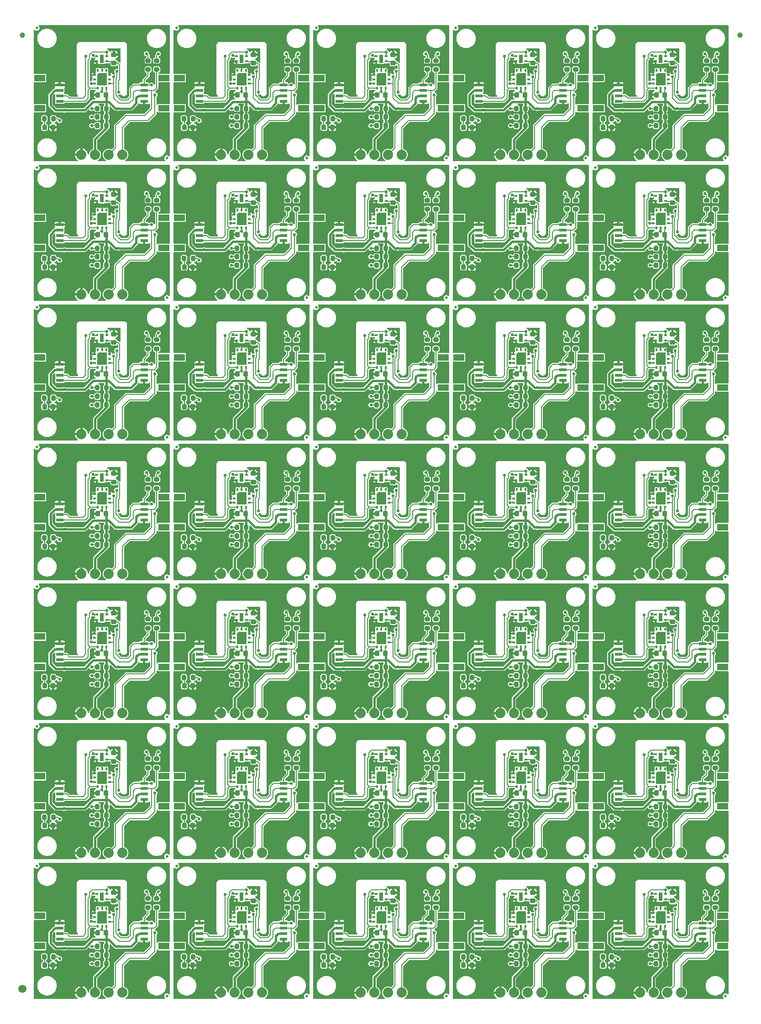
<source format=gtl>
%TF.GenerationSoftware,KiCad,Pcbnew,9.0.2*%
%TF.CreationDate,2025-06-10T15:00:00-06:00*%
%TF.ProjectId,SparkFun_STC31_panelized,53706172-6b46-4756-9e5f-53544333315f,v10*%
%TF.SameCoordinates,Original*%
%TF.FileFunction,Copper,L1,Top*%
%TF.FilePolarity,Positive*%
%FSLAX46Y46*%
G04 Gerber Fmt 4.6, Leading zero omitted, Abs format (unit mm)*
G04 Created by KiCad (PCBNEW 9.0.2) date 2025-06-10 15:00:00*
%MOMM*%
%LPD*%
G01*
G04 APERTURE LIST*
G04 Aperture macros list*
%AMRoundRect*
0 Rectangle with rounded corners*
0 $1 Rounding radius*
0 $2 $3 $4 $5 $6 $7 $8 $9 X,Y pos of 4 corners*
0 Add a 4 corners polygon primitive as box body*
4,1,4,$2,$3,$4,$5,$6,$7,$8,$9,$2,$3,0*
0 Add four circle primitives for the rounded corners*
1,1,$1+$1,$2,$3*
1,1,$1+$1,$4,$5*
1,1,$1+$1,$6,$7*
1,1,$1+$1,$8,$9*
0 Add four rect primitives between the rounded corners*
20,1,$1+$1,$2,$3,$4,$5,0*
20,1,$1+$1,$4,$5,$6,$7,0*
20,1,$1+$1,$6,$7,$8,$9,0*
20,1,$1+$1,$8,$9,$2,$3,0*%
G04 Aperture macros list end*
%TA.AperFunction,EtchedComponent*%
%ADD10C,0.000000*%
%TD*%
%TA.AperFunction,SMDPad,CuDef*%
%ADD11RoundRect,0.218750X0.218750X0.256250X-0.218750X0.256250X-0.218750X-0.256250X0.218750X-0.256250X0*%
%TD*%
%TA.AperFunction,SMDPad,CuDef*%
%ADD12C,1.000000*%
%TD*%
%TA.AperFunction,SMDPad,CuDef*%
%ADD13C,0.500000*%
%TD*%
%TA.AperFunction,SMDPad,CuDef*%
%ADD14C,1.500000*%
%TD*%
%TA.AperFunction,SMDPad,CuDef*%
%ADD15RoundRect,0.200000X0.275000X-0.200000X0.275000X0.200000X-0.275000X0.200000X-0.275000X-0.200000X0*%
%TD*%
%TA.AperFunction,SMDPad,CuDef*%
%ADD16RoundRect,0.225000X0.250000X-0.225000X0.250000X0.225000X-0.250000X0.225000X-0.250000X-0.225000X0*%
%TD*%
%TA.AperFunction,SMDPad,CuDef*%
%ADD17R,0.500000X0.300000*%
%TD*%
%TA.AperFunction,SMDPad,CuDef*%
%ADD18R,0.300000X0.500000*%
%TD*%
%TA.AperFunction,SMDPad,CuDef*%
%ADD19R,0.304800X0.609600*%
%TD*%
%TA.AperFunction,SMDPad,CuDef*%
%ADD20R,1.350000X0.600000*%
%TD*%
%TA.AperFunction,SMDPad,CuDef*%
%ADD21R,2.000000X1.200000*%
%TD*%
%TA.AperFunction,SMDPad,CuDef*%
%ADD22RoundRect,0.200000X0.200000X0.275000X-0.200000X0.275000X-0.200000X-0.275000X0.200000X-0.275000X0*%
%TD*%
%TA.AperFunction,ComponentPad*%
%ADD23C,1.879600*%
%TD*%
%TA.AperFunction,SMDPad,CuDef*%
%ADD24R,0.550000X0.350000*%
%TD*%
%TA.AperFunction,SMDPad,CuDef*%
%ADD25R,0.700000X1.600000*%
%TD*%
%TA.AperFunction,SMDPad,CuDef*%
%ADD26RoundRect,0.225000X0.225000X0.250000X-0.225000X0.250000X-0.225000X-0.250000X0.225000X-0.250000X0*%
%TD*%
%TA.AperFunction,ViaPad*%
%ADD27C,0.560000*%
%TD*%
%TA.AperFunction,Conductor*%
%ADD28C,0.406400*%
%TD*%
%TA.AperFunction,Conductor*%
%ADD29C,0.203200*%
%TD*%
%TA.AperFunction,Conductor*%
%ADD30C,0.152400*%
%TD*%
G04 APERTURE END LIST*
D10*
%TA.AperFunction,EtchedComponent*%
%TO.C,U3*%
G36*
X13625850Y14089950D02*
G01*
X11825750Y14089950D01*
X11825750Y16090021D01*
X12125779Y16390050D01*
X13625850Y16390050D01*
X13625850Y14089950D01*
G37*
%TD.AperFunction*%
%TA.AperFunction,EtchedComponent*%
G36*
X39525850Y143589950D02*
G01*
X37725750Y143589950D01*
X37725750Y145590021D01*
X38025779Y145890050D01*
X39525850Y145890050D01*
X39525850Y143589950D01*
G37*
%TD.AperFunction*%
%TA.AperFunction,EtchedComponent*%
G36*
X13625850Y39989950D02*
G01*
X11825750Y39989950D01*
X11825750Y41990021D01*
X12125779Y42290050D01*
X13625850Y42290050D01*
X13625850Y39989950D01*
G37*
%TD.AperFunction*%
%TA.AperFunction,EtchedComponent*%
G36*
X13625850Y65889950D02*
G01*
X11825750Y65889950D01*
X11825750Y67890021D01*
X12125779Y68190050D01*
X13625850Y68190050D01*
X13625850Y65889950D01*
G37*
%TD.AperFunction*%
%TA.AperFunction,EtchedComponent*%
G36*
X13625850Y91789950D02*
G01*
X11825750Y91789950D01*
X11825750Y93790021D01*
X12125779Y94090050D01*
X13625850Y94090050D01*
X13625850Y91789950D01*
G37*
%TD.AperFunction*%
%TA.AperFunction,EtchedComponent*%
G36*
X13625850Y117689950D02*
G01*
X11825750Y117689950D01*
X11825750Y119690021D01*
X12125779Y119990050D01*
X13625850Y119990050D01*
X13625850Y117689950D01*
G37*
%TD.AperFunction*%
%TA.AperFunction,EtchedComponent*%
G36*
X13625850Y143589950D02*
G01*
X11825750Y143589950D01*
X11825750Y145590021D01*
X12125779Y145890050D01*
X13625850Y145890050D01*
X13625850Y143589950D01*
G37*
%TD.AperFunction*%
%TA.AperFunction,EtchedComponent*%
G36*
X13625850Y169489950D02*
G01*
X11825750Y169489950D01*
X11825750Y171490021D01*
X12125779Y171790050D01*
X13625850Y171790050D01*
X13625850Y169489950D01*
G37*
%TD.AperFunction*%
%TA.AperFunction,EtchedComponent*%
G36*
X39525850Y14089950D02*
G01*
X37725750Y14089950D01*
X37725750Y16090021D01*
X38025779Y16390050D01*
X39525850Y16390050D01*
X39525850Y14089950D01*
G37*
%TD.AperFunction*%
%TA.AperFunction,EtchedComponent*%
G36*
X39525850Y39989950D02*
G01*
X37725750Y39989950D01*
X37725750Y41990021D01*
X38025779Y42290050D01*
X39525850Y42290050D01*
X39525850Y39989950D01*
G37*
%TD.AperFunction*%
%TA.AperFunction,EtchedComponent*%
G36*
X39525850Y65889950D02*
G01*
X37725750Y65889950D01*
X37725750Y67890021D01*
X38025779Y68190050D01*
X39525850Y68190050D01*
X39525850Y65889950D01*
G37*
%TD.AperFunction*%
%TA.AperFunction,EtchedComponent*%
G36*
X39525850Y91789950D02*
G01*
X37725750Y91789950D01*
X37725750Y93790021D01*
X38025779Y94090050D01*
X39525850Y94090050D01*
X39525850Y91789950D01*
G37*
%TD.AperFunction*%
%TA.AperFunction,EtchedComponent*%
G36*
X39525850Y117689950D02*
G01*
X37725750Y117689950D01*
X37725750Y119690021D01*
X38025779Y119990050D01*
X39525850Y119990050D01*
X39525850Y117689950D01*
G37*
%TD.AperFunction*%
%TA.AperFunction,EtchedComponent*%
G36*
X39525850Y169489950D02*
G01*
X37725750Y169489950D01*
X37725750Y171490021D01*
X38025779Y171790050D01*
X39525850Y171790050D01*
X39525850Y169489950D01*
G37*
%TD.AperFunction*%
%TA.AperFunction,EtchedComponent*%
G36*
X65425850Y14089950D02*
G01*
X63625750Y14089950D01*
X63625750Y16090021D01*
X63925779Y16390050D01*
X65425850Y16390050D01*
X65425850Y14089950D01*
G37*
%TD.AperFunction*%
%TA.AperFunction,EtchedComponent*%
G36*
X65425850Y39989950D02*
G01*
X63625750Y39989950D01*
X63625750Y41990021D01*
X63925779Y42290050D01*
X65425850Y42290050D01*
X65425850Y39989950D01*
G37*
%TD.AperFunction*%
%TA.AperFunction,EtchedComponent*%
G36*
X65425850Y65889950D02*
G01*
X63625750Y65889950D01*
X63625750Y67890021D01*
X63925779Y68190050D01*
X65425850Y68190050D01*
X65425850Y65889950D01*
G37*
%TD.AperFunction*%
%TA.AperFunction,EtchedComponent*%
G36*
X65425850Y91789950D02*
G01*
X63625750Y91789950D01*
X63625750Y93790021D01*
X63925779Y94090050D01*
X65425850Y94090050D01*
X65425850Y91789950D01*
G37*
%TD.AperFunction*%
%TA.AperFunction,EtchedComponent*%
G36*
X65425850Y117689950D02*
G01*
X63625750Y117689950D01*
X63625750Y119690021D01*
X63925779Y119990050D01*
X65425850Y119990050D01*
X65425850Y117689950D01*
G37*
%TD.AperFunction*%
%TA.AperFunction,EtchedComponent*%
G36*
X65425850Y143589950D02*
G01*
X63625750Y143589950D01*
X63625750Y145590021D01*
X63925779Y145890050D01*
X65425850Y145890050D01*
X65425850Y143589950D01*
G37*
%TD.AperFunction*%
%TA.AperFunction,EtchedComponent*%
G36*
X65425850Y169489950D02*
G01*
X63625750Y169489950D01*
X63625750Y171490021D01*
X63925779Y171790050D01*
X65425850Y171790050D01*
X65425850Y169489950D01*
G37*
%TD.AperFunction*%
%TA.AperFunction,EtchedComponent*%
G36*
X91325850Y14089950D02*
G01*
X89525750Y14089950D01*
X89525750Y16090021D01*
X89825779Y16390050D01*
X91325850Y16390050D01*
X91325850Y14089950D01*
G37*
%TD.AperFunction*%
%TA.AperFunction,EtchedComponent*%
G36*
X91325850Y39989950D02*
G01*
X89525750Y39989950D01*
X89525750Y41990021D01*
X89825779Y42290050D01*
X91325850Y42290050D01*
X91325850Y39989950D01*
G37*
%TD.AperFunction*%
%TA.AperFunction,EtchedComponent*%
G36*
X91325850Y65889950D02*
G01*
X89525750Y65889950D01*
X89525750Y67890021D01*
X89825779Y68190050D01*
X91325850Y68190050D01*
X91325850Y65889950D01*
G37*
%TD.AperFunction*%
%TA.AperFunction,EtchedComponent*%
G36*
X91325850Y91789950D02*
G01*
X89525750Y91789950D01*
X89525750Y93790021D01*
X89825779Y94090050D01*
X91325850Y94090050D01*
X91325850Y91789950D01*
G37*
%TD.AperFunction*%
%TA.AperFunction,EtchedComponent*%
G36*
X91325850Y117689950D02*
G01*
X89525750Y117689950D01*
X89525750Y119690021D01*
X89825779Y119990050D01*
X91325850Y119990050D01*
X91325850Y117689950D01*
G37*
%TD.AperFunction*%
%TA.AperFunction,EtchedComponent*%
G36*
X91325850Y143589950D02*
G01*
X89525750Y143589950D01*
X89525750Y145590021D01*
X89825779Y145890050D01*
X91325850Y145890050D01*
X91325850Y143589950D01*
G37*
%TD.AperFunction*%
%TA.AperFunction,EtchedComponent*%
G36*
X91325850Y169489950D02*
G01*
X89525750Y169489950D01*
X89525750Y171490021D01*
X89825779Y171790050D01*
X91325850Y171790050D01*
X91325850Y169489950D01*
G37*
%TD.AperFunction*%
%TA.AperFunction,EtchedComponent*%
G36*
X117225850Y14089950D02*
G01*
X115425750Y14089950D01*
X115425750Y16090021D01*
X115725779Y16390050D01*
X117225850Y16390050D01*
X117225850Y14089950D01*
G37*
%TD.AperFunction*%
%TA.AperFunction,EtchedComponent*%
G36*
X117225850Y39989950D02*
G01*
X115425750Y39989950D01*
X115425750Y41990021D01*
X115725779Y42290050D01*
X117225850Y42290050D01*
X117225850Y39989950D01*
G37*
%TD.AperFunction*%
%TA.AperFunction,EtchedComponent*%
G36*
X117225850Y65889950D02*
G01*
X115425750Y65889950D01*
X115425750Y67890021D01*
X115725779Y68190050D01*
X117225850Y68190050D01*
X117225850Y65889950D01*
G37*
%TD.AperFunction*%
%TA.AperFunction,EtchedComponent*%
G36*
X117225850Y91789950D02*
G01*
X115425750Y91789950D01*
X115425750Y93790021D01*
X115725779Y94090050D01*
X117225850Y94090050D01*
X117225850Y91789950D01*
G37*
%TD.AperFunction*%
%TA.AperFunction,EtchedComponent*%
G36*
X117225850Y117689950D02*
G01*
X115425750Y117689950D01*
X115425750Y119690021D01*
X115725779Y119990050D01*
X117225850Y119990050D01*
X117225850Y117689950D01*
G37*
%TD.AperFunction*%
%TA.AperFunction,EtchedComponent*%
G36*
X117225850Y143589950D02*
G01*
X115425750Y143589950D01*
X115425750Y145590021D01*
X115725779Y145890050D01*
X117225850Y145890050D01*
X117225850Y143589950D01*
G37*
%TD.AperFunction*%
%TA.AperFunction,EtchedComponent*%
G36*
X117225850Y169489950D02*
G01*
X115425750Y169489950D01*
X115425750Y171490021D01*
X115725779Y171790050D01*
X117225850Y171790050D01*
X117225850Y169489950D01*
G37*
%TD.AperFunction*%
%TD*%
D11*
%TO.P,D1,1,K*%
%TO.N,GND*%
X3645000Y6350000D03*
%TO.P,D1,2,A*%
%TO.N,Net-(D1-A)*%
X2070000Y6350000D03*
%TD*%
%TO.P,D1,1,K*%
%TO.N,GND*%
X3645000Y32250000D03*
%TO.P,D1,2,A*%
%TO.N,Net-(D1-A)*%
X2070000Y32250000D03*
%TD*%
%TO.P,D1,1,K*%
%TO.N,GND*%
X3645000Y58150000D03*
%TO.P,D1,2,A*%
%TO.N,Net-(D1-A)*%
X2070000Y58150000D03*
%TD*%
%TO.P,D1,1,K*%
%TO.N,GND*%
X3645000Y84050000D03*
%TO.P,D1,2,A*%
%TO.N,Net-(D1-A)*%
X2070000Y84050000D03*
%TD*%
%TO.P,D1,1,K*%
%TO.N,GND*%
X3645000Y109950000D03*
%TO.P,D1,2,A*%
%TO.N,Net-(D1-A)*%
X2070000Y109950000D03*
%TD*%
%TO.P,D1,1,K*%
%TO.N,GND*%
X3645000Y135850000D03*
%TO.P,D1,2,A*%
%TO.N,Net-(D1-A)*%
X2070000Y135850000D03*
%TD*%
%TO.P,D1,1,K*%
%TO.N,GND*%
X3645000Y161750000D03*
%TO.P,D1,2,A*%
%TO.N,Net-(D1-A)*%
X2070000Y161750000D03*
%TD*%
%TO.P,D1,1,K*%
%TO.N,GND*%
X29545000Y6350000D03*
%TO.P,D1,2,A*%
%TO.N,Net-(D1-A)*%
X27970000Y6350000D03*
%TD*%
%TO.P,D1,1,K*%
%TO.N,GND*%
X29545000Y32250000D03*
%TO.P,D1,2,A*%
%TO.N,Net-(D1-A)*%
X27970000Y32250000D03*
%TD*%
%TO.P,D1,1,K*%
%TO.N,GND*%
X29545000Y58150000D03*
%TO.P,D1,2,A*%
%TO.N,Net-(D1-A)*%
X27970000Y58150000D03*
%TD*%
%TO.P,D1,1,K*%
%TO.N,GND*%
X29545000Y84050000D03*
%TO.P,D1,2,A*%
%TO.N,Net-(D1-A)*%
X27970000Y84050000D03*
%TD*%
%TO.P,D1,1,K*%
%TO.N,GND*%
X29545000Y109950000D03*
%TO.P,D1,2,A*%
%TO.N,Net-(D1-A)*%
X27970000Y109950000D03*
%TD*%
%TO.P,D1,1,K*%
%TO.N,GND*%
X29545000Y135850000D03*
%TO.P,D1,2,A*%
%TO.N,Net-(D1-A)*%
X27970000Y135850000D03*
%TD*%
%TO.P,D1,1,K*%
%TO.N,GND*%
X29545000Y161750000D03*
%TO.P,D1,2,A*%
%TO.N,Net-(D1-A)*%
X27970000Y161750000D03*
%TD*%
%TO.P,D1,1,K*%
%TO.N,GND*%
X55445000Y6350000D03*
%TO.P,D1,2,A*%
%TO.N,Net-(D1-A)*%
X53870000Y6350000D03*
%TD*%
%TO.P,D1,1,K*%
%TO.N,GND*%
X55445000Y32250000D03*
%TO.P,D1,2,A*%
%TO.N,Net-(D1-A)*%
X53870000Y32250000D03*
%TD*%
%TO.P,D1,1,K*%
%TO.N,GND*%
X55445000Y58150000D03*
%TO.P,D1,2,A*%
%TO.N,Net-(D1-A)*%
X53870000Y58150000D03*
%TD*%
%TO.P,D1,1,K*%
%TO.N,GND*%
X55445000Y84050000D03*
%TO.P,D1,2,A*%
%TO.N,Net-(D1-A)*%
X53870000Y84050000D03*
%TD*%
%TO.P,D1,1,K*%
%TO.N,GND*%
X55445000Y109950000D03*
%TO.P,D1,2,A*%
%TO.N,Net-(D1-A)*%
X53870000Y109950000D03*
%TD*%
%TO.P,D1,1,K*%
%TO.N,GND*%
X55445000Y135850000D03*
%TO.P,D1,2,A*%
%TO.N,Net-(D1-A)*%
X53870000Y135850000D03*
%TD*%
%TO.P,D1,1,K*%
%TO.N,GND*%
X55445000Y161750000D03*
%TO.P,D1,2,A*%
%TO.N,Net-(D1-A)*%
X53870000Y161750000D03*
%TD*%
%TO.P,D1,1,K*%
%TO.N,GND*%
X81345000Y6350000D03*
%TO.P,D1,2,A*%
%TO.N,Net-(D1-A)*%
X79770000Y6350000D03*
%TD*%
%TO.P,D1,1,K*%
%TO.N,GND*%
X81345000Y32250000D03*
%TO.P,D1,2,A*%
%TO.N,Net-(D1-A)*%
X79770000Y32250000D03*
%TD*%
%TO.P,D1,1,K*%
%TO.N,GND*%
X81345000Y58150000D03*
%TO.P,D1,2,A*%
%TO.N,Net-(D1-A)*%
X79770000Y58150000D03*
%TD*%
%TO.P,D1,1,K*%
%TO.N,GND*%
X81345000Y84050000D03*
%TO.P,D1,2,A*%
%TO.N,Net-(D1-A)*%
X79770000Y84050000D03*
%TD*%
%TO.P,D1,1,K*%
%TO.N,GND*%
X81345000Y109950000D03*
%TO.P,D1,2,A*%
%TO.N,Net-(D1-A)*%
X79770000Y109950000D03*
%TD*%
%TO.P,D1,1,K*%
%TO.N,GND*%
X81345000Y135850000D03*
%TO.P,D1,2,A*%
%TO.N,Net-(D1-A)*%
X79770000Y135850000D03*
%TD*%
%TO.P,D1,1,K*%
%TO.N,GND*%
X81345000Y161750000D03*
%TO.P,D1,2,A*%
%TO.N,Net-(D1-A)*%
X79770000Y161750000D03*
%TD*%
%TO.P,D1,1,K*%
%TO.N,GND*%
X107245000Y6350000D03*
%TO.P,D1,2,A*%
%TO.N,Net-(D1-A)*%
X105670000Y6350000D03*
%TD*%
%TO.P,D1,1,K*%
%TO.N,GND*%
X107245000Y32250000D03*
%TO.P,D1,2,A*%
%TO.N,Net-(D1-A)*%
X105670000Y32250000D03*
%TD*%
%TO.P,D1,1,K*%
%TO.N,GND*%
X107245000Y58150000D03*
%TO.P,D1,2,A*%
%TO.N,Net-(D1-A)*%
X105670000Y58150000D03*
%TD*%
%TO.P,D1,1,K*%
%TO.N,GND*%
X107245000Y84050000D03*
%TO.P,D1,2,A*%
%TO.N,Net-(D1-A)*%
X105670000Y84050000D03*
%TD*%
%TO.P,D1,1,K*%
%TO.N,GND*%
X107245000Y109950000D03*
%TO.P,D1,2,A*%
%TO.N,Net-(D1-A)*%
X105670000Y109950000D03*
%TD*%
%TO.P,D1,1,K*%
%TO.N,GND*%
X107245000Y135850000D03*
%TO.P,D1,2,A*%
%TO.N,Net-(D1-A)*%
X105670000Y135850000D03*
%TD*%
%TO.P,D1,1,K*%
%TO.N,GND*%
X107245000Y161750000D03*
%TO.P,D1,2,A*%
%TO.N,Net-(D1-A)*%
X105670000Y161750000D03*
%TD*%
D12*
%TO.P,,*%
%TO.N,*%
X131087500Y178800000D03*
%TD*%
D13*
%TO.P,FID3,*%
%TO.N,*%
X635000Y24765000D03*
%TD*%
%TO.P,FID3,*%
%TO.N,*%
X104235000Y76565000D03*
%TD*%
%TO.P,FID3,*%
%TO.N,*%
X635000Y50665000D03*
%TD*%
%TO.P,FID3,*%
%TO.N,*%
X635000Y76565000D03*
%TD*%
%TO.P,FID3,*%
%TO.N,*%
X635000Y102465000D03*
%TD*%
%TO.P,FID3,*%
%TO.N,*%
X635000Y128365000D03*
%TD*%
%TO.P,FID3,*%
%TO.N,*%
X635000Y154265000D03*
%TD*%
%TO.P,FID3,*%
%TO.N,*%
X635000Y180165000D03*
%TD*%
%TO.P,FID3,*%
%TO.N,*%
X26535000Y24765000D03*
%TD*%
%TO.P,FID3,*%
%TO.N,*%
X26535000Y50665000D03*
%TD*%
%TO.P,FID3,*%
%TO.N,*%
X26535000Y76565000D03*
%TD*%
%TO.P,FID3,*%
%TO.N,*%
X26535000Y102465000D03*
%TD*%
%TO.P,FID3,*%
%TO.N,*%
X26535000Y128365000D03*
%TD*%
%TO.P,FID3,*%
%TO.N,*%
X26535000Y154265000D03*
%TD*%
%TO.P,FID3,*%
%TO.N,*%
X26535000Y180165000D03*
%TD*%
%TO.P,FID3,*%
%TO.N,*%
X52435000Y24765000D03*
%TD*%
%TO.P,FID3,*%
%TO.N,*%
X52435000Y50665000D03*
%TD*%
%TO.P,FID3,*%
%TO.N,*%
X52435000Y76565000D03*
%TD*%
%TO.P,FID3,*%
%TO.N,*%
X52435000Y102465000D03*
%TD*%
%TO.P,FID3,*%
%TO.N,*%
X52435000Y128365000D03*
%TD*%
%TO.P,FID3,*%
%TO.N,*%
X52435000Y154265000D03*
%TD*%
%TO.P,FID3,*%
%TO.N,*%
X52435000Y180165000D03*
%TD*%
%TO.P,FID3,*%
%TO.N,*%
X78335000Y24765000D03*
%TD*%
%TO.P,FID3,*%
%TO.N,*%
X78335000Y50665000D03*
%TD*%
%TO.P,FID3,*%
%TO.N,*%
X78335000Y76565000D03*
%TD*%
%TO.P,FID3,*%
%TO.N,*%
X78335000Y102465000D03*
%TD*%
%TO.P,FID3,*%
%TO.N,*%
X78335000Y128365000D03*
%TD*%
%TO.P,FID3,*%
%TO.N,*%
X78335000Y154265000D03*
%TD*%
%TO.P,FID3,*%
%TO.N,*%
X78335000Y180165000D03*
%TD*%
%TO.P,FID3,*%
%TO.N,*%
X104235000Y24765000D03*
%TD*%
%TO.P,FID3,*%
%TO.N,*%
X104235000Y50665000D03*
%TD*%
%TO.P,FID3,*%
%TO.N,*%
X104235000Y102465000D03*
%TD*%
%TO.P,FID3,*%
%TO.N,*%
X104235000Y128365000D03*
%TD*%
%TO.P,FID3,*%
%TO.N,*%
X104235000Y154265000D03*
%TD*%
%TO.P,FID3,*%
%TO.N,*%
X104235000Y180165000D03*
%TD*%
D14*
%TO.P,,*%
%TO.N,*%
X-2087500Y2000000D03*
%TD*%
D15*
%TO.P,R2,1*%
%TO.N,SCL*%
X21272500Y17082500D03*
%TO.P,R2,2*%
%TO.N,Net-(JP2-A)*%
X21272500Y18732500D03*
%TD*%
%TO.P,R2,1*%
%TO.N,SCL*%
X21272500Y42982500D03*
%TO.P,R2,2*%
%TO.N,Net-(JP2-A)*%
X21272500Y44632500D03*
%TD*%
%TO.P,R2,1*%
%TO.N,SCL*%
X21272500Y68882500D03*
%TO.P,R2,2*%
%TO.N,Net-(JP2-A)*%
X21272500Y70532500D03*
%TD*%
%TO.P,R2,1*%
%TO.N,SCL*%
X21272500Y94782500D03*
%TO.P,R2,2*%
%TO.N,Net-(JP2-A)*%
X21272500Y96432500D03*
%TD*%
%TO.P,R2,1*%
%TO.N,SCL*%
X21272500Y120682500D03*
%TO.P,R2,2*%
%TO.N,Net-(JP2-A)*%
X21272500Y122332500D03*
%TD*%
%TO.P,R2,1*%
%TO.N,SCL*%
X21272500Y146582500D03*
%TO.P,R2,2*%
%TO.N,Net-(JP2-A)*%
X21272500Y148232500D03*
%TD*%
%TO.P,R2,1*%
%TO.N,SCL*%
X21272500Y172482500D03*
%TO.P,R2,2*%
%TO.N,Net-(JP2-A)*%
X21272500Y174132500D03*
%TD*%
%TO.P,R2,1*%
%TO.N,SCL*%
X47172500Y17082500D03*
%TO.P,R2,2*%
%TO.N,Net-(JP2-A)*%
X47172500Y18732500D03*
%TD*%
%TO.P,R2,1*%
%TO.N,SCL*%
X47172500Y42982500D03*
%TO.P,R2,2*%
%TO.N,Net-(JP2-A)*%
X47172500Y44632500D03*
%TD*%
%TO.P,R2,1*%
%TO.N,SCL*%
X47172500Y68882500D03*
%TO.P,R2,2*%
%TO.N,Net-(JP2-A)*%
X47172500Y70532500D03*
%TD*%
%TO.P,R2,1*%
%TO.N,SCL*%
X47172500Y94782500D03*
%TO.P,R2,2*%
%TO.N,Net-(JP2-A)*%
X47172500Y96432500D03*
%TD*%
%TO.P,R2,1*%
%TO.N,SCL*%
X47172500Y120682500D03*
%TO.P,R2,2*%
%TO.N,Net-(JP2-A)*%
X47172500Y122332500D03*
%TD*%
%TO.P,R2,1*%
%TO.N,SCL*%
X47172500Y146582500D03*
%TO.P,R2,2*%
%TO.N,Net-(JP2-A)*%
X47172500Y148232500D03*
%TD*%
%TO.P,R2,1*%
%TO.N,SCL*%
X47172500Y172482500D03*
%TO.P,R2,2*%
%TO.N,Net-(JP2-A)*%
X47172500Y174132500D03*
%TD*%
%TO.P,R2,1*%
%TO.N,SCL*%
X73072500Y17082500D03*
%TO.P,R2,2*%
%TO.N,Net-(JP2-A)*%
X73072500Y18732500D03*
%TD*%
%TO.P,R2,1*%
%TO.N,SCL*%
X73072500Y42982500D03*
%TO.P,R2,2*%
%TO.N,Net-(JP2-A)*%
X73072500Y44632500D03*
%TD*%
%TO.P,R2,1*%
%TO.N,SCL*%
X73072500Y68882500D03*
%TO.P,R2,2*%
%TO.N,Net-(JP2-A)*%
X73072500Y70532500D03*
%TD*%
%TO.P,R2,1*%
%TO.N,SCL*%
X73072500Y94782500D03*
%TO.P,R2,2*%
%TO.N,Net-(JP2-A)*%
X73072500Y96432500D03*
%TD*%
%TO.P,R2,1*%
%TO.N,SCL*%
X73072500Y120682500D03*
%TO.P,R2,2*%
%TO.N,Net-(JP2-A)*%
X73072500Y122332500D03*
%TD*%
%TO.P,R2,1*%
%TO.N,SCL*%
X73072500Y146582500D03*
%TO.P,R2,2*%
%TO.N,Net-(JP2-A)*%
X73072500Y148232500D03*
%TD*%
%TO.P,R2,1*%
%TO.N,SCL*%
X73072500Y172482500D03*
%TO.P,R2,2*%
%TO.N,Net-(JP2-A)*%
X73072500Y174132500D03*
%TD*%
%TO.P,R2,1*%
%TO.N,SCL*%
X98972500Y17082500D03*
%TO.P,R2,2*%
%TO.N,Net-(JP2-A)*%
X98972500Y18732500D03*
%TD*%
%TO.P,R2,1*%
%TO.N,SCL*%
X98972500Y42982500D03*
%TO.P,R2,2*%
%TO.N,Net-(JP2-A)*%
X98972500Y44632500D03*
%TD*%
%TO.P,R2,1*%
%TO.N,SCL*%
X98972500Y68882500D03*
%TO.P,R2,2*%
%TO.N,Net-(JP2-A)*%
X98972500Y70532500D03*
%TD*%
%TO.P,R2,1*%
%TO.N,SCL*%
X98972500Y94782500D03*
%TO.P,R2,2*%
%TO.N,Net-(JP2-A)*%
X98972500Y96432500D03*
%TD*%
%TO.P,R2,1*%
%TO.N,SCL*%
X98972500Y120682500D03*
%TO.P,R2,2*%
%TO.N,Net-(JP2-A)*%
X98972500Y122332500D03*
%TD*%
%TO.P,R2,1*%
%TO.N,SCL*%
X98972500Y146582500D03*
%TO.P,R2,2*%
%TO.N,Net-(JP2-A)*%
X98972500Y148232500D03*
%TD*%
%TO.P,R2,1*%
%TO.N,SCL*%
X98972500Y172482500D03*
%TO.P,R2,2*%
%TO.N,Net-(JP2-A)*%
X98972500Y174132500D03*
%TD*%
%TO.P,R2,1*%
%TO.N,SCL*%
X124872500Y17082500D03*
%TO.P,R2,2*%
%TO.N,Net-(JP2-A)*%
X124872500Y18732500D03*
%TD*%
%TO.P,R2,1*%
%TO.N,SCL*%
X124872500Y42982500D03*
%TO.P,R2,2*%
%TO.N,Net-(JP2-A)*%
X124872500Y44632500D03*
%TD*%
%TO.P,R2,1*%
%TO.N,SCL*%
X124872500Y68882500D03*
%TO.P,R2,2*%
%TO.N,Net-(JP2-A)*%
X124872500Y70532500D03*
%TD*%
%TO.P,R2,1*%
%TO.N,SCL*%
X124872500Y94782500D03*
%TO.P,R2,2*%
%TO.N,Net-(JP2-A)*%
X124872500Y96432500D03*
%TD*%
%TO.P,R2,1*%
%TO.N,SCL*%
X124872500Y120682500D03*
%TO.P,R2,2*%
%TO.N,Net-(JP2-A)*%
X124872500Y122332500D03*
%TD*%
%TO.P,R2,1*%
%TO.N,SCL*%
X124872500Y146582500D03*
%TO.P,R2,2*%
%TO.N,Net-(JP2-A)*%
X124872500Y148232500D03*
%TD*%
%TO.P,R2,1*%
%TO.N,SCL*%
X124872500Y172482500D03*
%TO.P,R2,2*%
%TO.N,Net-(JP2-A)*%
X124872500Y174132500D03*
%TD*%
D16*
%TO.P,C3,1*%
%TO.N,3.3V*%
X14922500Y18275000D03*
%TO.P,C3,2*%
%TO.N,GND*%
X14922500Y19825000D03*
%TD*%
%TO.P,C3,1*%
%TO.N,3.3V*%
X66722500Y70075000D03*
%TO.P,C3,2*%
%TO.N,GND*%
X66722500Y71625000D03*
%TD*%
%TO.P,C3,1*%
%TO.N,3.3V*%
X14922500Y44175000D03*
%TO.P,C3,2*%
%TO.N,GND*%
X14922500Y45725000D03*
%TD*%
%TO.P,C3,1*%
%TO.N,3.3V*%
X14922500Y70075000D03*
%TO.P,C3,2*%
%TO.N,GND*%
X14922500Y71625000D03*
%TD*%
%TO.P,C3,1*%
%TO.N,3.3V*%
X14922500Y95975000D03*
%TO.P,C3,2*%
%TO.N,GND*%
X14922500Y97525000D03*
%TD*%
%TO.P,C3,1*%
%TO.N,3.3V*%
X14922500Y121875000D03*
%TO.P,C3,2*%
%TO.N,GND*%
X14922500Y123425000D03*
%TD*%
%TO.P,C3,1*%
%TO.N,3.3V*%
X14922500Y147775000D03*
%TO.P,C3,2*%
%TO.N,GND*%
X14922500Y149325000D03*
%TD*%
%TO.P,C3,1*%
%TO.N,3.3V*%
X14922500Y173675000D03*
%TO.P,C3,2*%
%TO.N,GND*%
X14922500Y175225000D03*
%TD*%
%TO.P,C3,1*%
%TO.N,3.3V*%
X40822500Y18275000D03*
%TO.P,C3,2*%
%TO.N,GND*%
X40822500Y19825000D03*
%TD*%
%TO.P,C3,1*%
%TO.N,3.3V*%
X40822500Y44175000D03*
%TO.P,C3,2*%
%TO.N,GND*%
X40822500Y45725000D03*
%TD*%
%TO.P,C3,1*%
%TO.N,3.3V*%
X40822500Y70075000D03*
%TO.P,C3,2*%
%TO.N,GND*%
X40822500Y71625000D03*
%TD*%
%TO.P,C3,1*%
%TO.N,3.3V*%
X40822500Y95975000D03*
%TO.P,C3,2*%
%TO.N,GND*%
X40822500Y97525000D03*
%TD*%
%TO.P,C3,1*%
%TO.N,3.3V*%
X40822500Y121875000D03*
%TO.P,C3,2*%
%TO.N,GND*%
X40822500Y123425000D03*
%TD*%
%TO.P,C3,1*%
%TO.N,3.3V*%
X40822500Y147775000D03*
%TO.P,C3,2*%
%TO.N,GND*%
X40822500Y149325000D03*
%TD*%
%TO.P,C3,1*%
%TO.N,3.3V*%
X40822500Y173675000D03*
%TO.P,C3,2*%
%TO.N,GND*%
X40822500Y175225000D03*
%TD*%
%TO.P,C3,1*%
%TO.N,3.3V*%
X66722500Y18275000D03*
%TO.P,C3,2*%
%TO.N,GND*%
X66722500Y19825000D03*
%TD*%
%TO.P,C3,1*%
%TO.N,3.3V*%
X66722500Y44175000D03*
%TO.P,C3,2*%
%TO.N,GND*%
X66722500Y45725000D03*
%TD*%
%TO.P,C3,1*%
%TO.N,3.3V*%
X66722500Y95975000D03*
%TO.P,C3,2*%
%TO.N,GND*%
X66722500Y97525000D03*
%TD*%
%TO.P,C3,1*%
%TO.N,3.3V*%
X66722500Y121875000D03*
%TO.P,C3,2*%
%TO.N,GND*%
X66722500Y123425000D03*
%TD*%
%TO.P,C3,1*%
%TO.N,3.3V*%
X66722500Y147775000D03*
%TO.P,C3,2*%
%TO.N,GND*%
X66722500Y149325000D03*
%TD*%
%TO.P,C3,1*%
%TO.N,3.3V*%
X66722500Y173675000D03*
%TO.P,C3,2*%
%TO.N,GND*%
X66722500Y175225000D03*
%TD*%
%TO.P,C3,1*%
%TO.N,3.3V*%
X92622500Y18275000D03*
%TO.P,C3,2*%
%TO.N,GND*%
X92622500Y19825000D03*
%TD*%
%TO.P,C3,1*%
%TO.N,3.3V*%
X92622500Y44175000D03*
%TO.P,C3,2*%
%TO.N,GND*%
X92622500Y45725000D03*
%TD*%
%TO.P,C3,1*%
%TO.N,3.3V*%
X92622500Y70075000D03*
%TO.P,C3,2*%
%TO.N,GND*%
X92622500Y71625000D03*
%TD*%
%TO.P,C3,1*%
%TO.N,3.3V*%
X92622500Y95975000D03*
%TO.P,C3,2*%
%TO.N,GND*%
X92622500Y97525000D03*
%TD*%
%TO.P,C3,1*%
%TO.N,3.3V*%
X92622500Y121875000D03*
%TO.P,C3,2*%
%TO.N,GND*%
X92622500Y123425000D03*
%TD*%
%TO.P,C3,1*%
%TO.N,3.3V*%
X92622500Y147775000D03*
%TO.P,C3,2*%
%TO.N,GND*%
X92622500Y149325000D03*
%TD*%
%TO.P,C3,1*%
%TO.N,3.3V*%
X92622500Y173675000D03*
%TO.P,C3,2*%
%TO.N,GND*%
X92622500Y175225000D03*
%TD*%
%TO.P,C3,1*%
%TO.N,3.3V*%
X118522500Y18275000D03*
%TO.P,C3,2*%
%TO.N,GND*%
X118522500Y19825000D03*
%TD*%
%TO.P,C3,1*%
%TO.N,3.3V*%
X118522500Y44175000D03*
%TO.P,C3,2*%
%TO.N,GND*%
X118522500Y45725000D03*
%TD*%
%TO.P,C3,1*%
%TO.N,3.3V*%
X118522500Y70075000D03*
%TO.P,C3,2*%
%TO.N,GND*%
X118522500Y71625000D03*
%TD*%
%TO.P,C3,1*%
%TO.N,3.3V*%
X118522500Y95975000D03*
%TO.P,C3,2*%
%TO.N,GND*%
X118522500Y97525000D03*
%TD*%
%TO.P,C3,1*%
%TO.N,3.3V*%
X118522500Y121875000D03*
%TO.P,C3,2*%
%TO.N,GND*%
X118522500Y123425000D03*
%TD*%
%TO.P,C3,1*%
%TO.N,3.3V*%
X118522500Y147775000D03*
%TO.P,C3,2*%
%TO.N,GND*%
X118522500Y149325000D03*
%TD*%
%TO.P,C3,1*%
%TO.N,3.3V*%
X118522500Y173675000D03*
%TO.P,C3,2*%
%TO.N,GND*%
X118522500Y175225000D03*
%TD*%
D13*
%TO.P,FID4,*%
%TO.N,*%
X24765000Y635000D03*
%TD*%
%TO.P,FID4,*%
%TO.N,*%
X24765000Y26535000D03*
%TD*%
%TO.P,FID4,*%
%TO.N,*%
X24765000Y52435000D03*
%TD*%
%TO.P,FID4,*%
%TO.N,*%
X24765000Y78335000D03*
%TD*%
%TO.P,FID4,*%
%TO.N,*%
X24765000Y104235000D03*
%TD*%
%TO.P,FID4,*%
%TO.N,*%
X24765000Y130135000D03*
%TD*%
%TO.P,FID4,*%
%TO.N,*%
X24765000Y156035000D03*
%TD*%
%TO.P,FID4,*%
%TO.N,*%
X50665000Y635000D03*
%TD*%
%TO.P,FID4,*%
%TO.N,*%
X50665000Y26535000D03*
%TD*%
%TO.P,FID4,*%
%TO.N,*%
X50665000Y52435000D03*
%TD*%
%TO.P,FID4,*%
%TO.N,*%
X50665000Y78335000D03*
%TD*%
%TO.P,FID4,*%
%TO.N,*%
X50665000Y104235000D03*
%TD*%
%TO.P,FID4,*%
%TO.N,*%
X50665000Y130135000D03*
%TD*%
%TO.P,FID4,*%
%TO.N,*%
X50665000Y156035000D03*
%TD*%
%TO.P,FID4,*%
%TO.N,*%
X76565000Y635000D03*
%TD*%
%TO.P,FID4,*%
%TO.N,*%
X76565000Y26535000D03*
%TD*%
%TO.P,FID4,*%
%TO.N,*%
X76565000Y52435000D03*
%TD*%
%TO.P,FID4,*%
%TO.N,*%
X76565000Y78335000D03*
%TD*%
%TO.P,FID4,*%
%TO.N,*%
X76565000Y104235000D03*
%TD*%
%TO.P,FID4,*%
%TO.N,*%
X76565000Y130135000D03*
%TD*%
%TO.P,FID4,*%
%TO.N,*%
X76565000Y156035000D03*
%TD*%
%TO.P,FID4,*%
%TO.N,*%
X102465000Y635000D03*
%TD*%
%TO.P,FID4,*%
%TO.N,*%
X102465000Y26535000D03*
%TD*%
%TO.P,FID4,*%
%TO.N,*%
X102465000Y52435000D03*
%TD*%
%TO.P,FID4,*%
%TO.N,*%
X102465000Y78335000D03*
%TD*%
%TO.P,FID4,*%
%TO.N,*%
X102465000Y104235000D03*
%TD*%
%TO.P,FID4,*%
%TO.N,*%
X102465000Y130135000D03*
%TD*%
%TO.P,FID4,*%
%TO.N,*%
X102465000Y156035000D03*
%TD*%
%TO.P,FID4,*%
%TO.N,*%
X128365000Y635000D03*
%TD*%
%TO.P,FID4,*%
%TO.N,*%
X128365000Y26535000D03*
%TD*%
%TO.P,FID4,*%
%TO.N,*%
X128365000Y52435000D03*
%TD*%
%TO.P,FID4,*%
%TO.N,*%
X128365000Y78335000D03*
%TD*%
%TO.P,FID4,*%
%TO.N,*%
X128365000Y104235000D03*
%TD*%
%TO.P,FID4,*%
%TO.N,*%
X128365000Y130135000D03*
%TD*%
%TO.P,FID4,*%
%TO.N,*%
X128365000Y156035000D03*
%TD*%
D17*
%TO.P,U3,1,GND*%
%TO.N,GND*%
X11325800Y16040000D03*
%TO.P,U3,2*%
%TO.N,N/C*%
X11325800Y15240000D03*
%TO.P,U3,3,ADDR*%
%TO.N,ADDR*%
X11325800Y14440000D03*
D18*
%TO.P,U3,4,SCL*%
%TO.N,SCL*%
X11925800Y13590000D03*
%TO.P,U3,5,GND*%
%TO.N,GND*%
X12725800Y13590000D03*
%TO.P,U3,6,VDD*%
%TO.N,3.3V*%
X13525800Y13590000D03*
D17*
%TO.P,U3,7,SDA*%
%TO.N,SDA*%
X14125800Y14440000D03*
%TO.P,U3,8*%
%TO.N,N/C*%
X14125800Y15240000D03*
%TO.P,U3,9,GND*%
%TO.N,GND*%
X14125800Y16040000D03*
D18*
%TO.P,U3,10*%
%TO.N,N/C*%
X13525800Y16890000D03*
%TO.P,U3,11,GND*%
%TO.N,GND*%
X12725800Y16890000D03*
%TO.P,U3,12*%
%TO.N,N/C*%
X11925800Y16890000D03*
D19*
%TO.P,U3,DIEPAD*%
X12725800Y15240000D03*
%TD*%
D17*
%TO.P,U3,1,GND*%
%TO.N,GND*%
X37225800Y145540000D03*
%TO.P,U3,2*%
%TO.N,N/C*%
X37225800Y144740000D03*
%TO.P,U3,3,ADDR*%
%TO.N,ADDR*%
X37225800Y143940000D03*
D18*
%TO.P,U3,4,SCL*%
%TO.N,SCL*%
X37825800Y143090000D03*
%TO.P,U3,5,GND*%
%TO.N,GND*%
X38625800Y143090000D03*
%TO.P,U3,6,VDD*%
%TO.N,3.3V*%
X39425800Y143090000D03*
D17*
%TO.P,U3,7,SDA*%
%TO.N,SDA*%
X40025800Y143940000D03*
%TO.P,U3,8*%
%TO.N,N/C*%
X40025800Y144740000D03*
%TO.P,U3,9,GND*%
%TO.N,GND*%
X40025800Y145540000D03*
D18*
%TO.P,U3,10*%
%TO.N,N/C*%
X39425800Y146390000D03*
%TO.P,U3,11,GND*%
%TO.N,GND*%
X38625800Y146390000D03*
%TO.P,U3,12*%
%TO.N,N/C*%
X37825800Y146390000D03*
D19*
%TO.P,U3,DIEPAD*%
X38625800Y144740000D03*
%TD*%
D17*
%TO.P,U3,1,GND*%
%TO.N,GND*%
X11325800Y41940000D03*
%TO.P,U3,2*%
%TO.N,N/C*%
X11325800Y41140000D03*
%TO.P,U3,3,ADDR*%
%TO.N,ADDR*%
X11325800Y40340000D03*
D18*
%TO.P,U3,4,SCL*%
%TO.N,SCL*%
X11925800Y39490000D03*
%TO.P,U3,5,GND*%
%TO.N,GND*%
X12725800Y39490000D03*
%TO.P,U3,6,VDD*%
%TO.N,3.3V*%
X13525800Y39490000D03*
D17*
%TO.P,U3,7,SDA*%
%TO.N,SDA*%
X14125800Y40340000D03*
%TO.P,U3,8*%
%TO.N,N/C*%
X14125800Y41140000D03*
%TO.P,U3,9,GND*%
%TO.N,GND*%
X14125800Y41940000D03*
D18*
%TO.P,U3,10*%
%TO.N,N/C*%
X13525800Y42790000D03*
%TO.P,U3,11,GND*%
%TO.N,GND*%
X12725800Y42790000D03*
%TO.P,U3,12*%
%TO.N,N/C*%
X11925800Y42790000D03*
D19*
%TO.P,U3,DIEPAD*%
X12725800Y41140000D03*
%TD*%
D17*
%TO.P,U3,1,GND*%
%TO.N,GND*%
X11325800Y67840000D03*
%TO.P,U3,2*%
%TO.N,N/C*%
X11325800Y67040000D03*
%TO.P,U3,3,ADDR*%
%TO.N,ADDR*%
X11325800Y66240000D03*
D18*
%TO.P,U3,4,SCL*%
%TO.N,SCL*%
X11925800Y65390000D03*
%TO.P,U3,5,GND*%
%TO.N,GND*%
X12725800Y65390000D03*
%TO.P,U3,6,VDD*%
%TO.N,3.3V*%
X13525800Y65390000D03*
D17*
%TO.P,U3,7,SDA*%
%TO.N,SDA*%
X14125800Y66240000D03*
%TO.P,U3,8*%
%TO.N,N/C*%
X14125800Y67040000D03*
%TO.P,U3,9,GND*%
%TO.N,GND*%
X14125800Y67840000D03*
D18*
%TO.P,U3,10*%
%TO.N,N/C*%
X13525800Y68690000D03*
%TO.P,U3,11,GND*%
%TO.N,GND*%
X12725800Y68690000D03*
%TO.P,U3,12*%
%TO.N,N/C*%
X11925800Y68690000D03*
D19*
%TO.P,U3,DIEPAD*%
X12725800Y67040000D03*
%TD*%
D17*
%TO.P,U3,1,GND*%
%TO.N,GND*%
X11325800Y93740000D03*
%TO.P,U3,2*%
%TO.N,N/C*%
X11325800Y92940000D03*
%TO.P,U3,3,ADDR*%
%TO.N,ADDR*%
X11325800Y92140000D03*
D18*
%TO.P,U3,4,SCL*%
%TO.N,SCL*%
X11925800Y91290000D03*
%TO.P,U3,5,GND*%
%TO.N,GND*%
X12725800Y91290000D03*
%TO.P,U3,6,VDD*%
%TO.N,3.3V*%
X13525800Y91290000D03*
D17*
%TO.P,U3,7,SDA*%
%TO.N,SDA*%
X14125800Y92140000D03*
%TO.P,U3,8*%
%TO.N,N/C*%
X14125800Y92940000D03*
%TO.P,U3,9,GND*%
%TO.N,GND*%
X14125800Y93740000D03*
D18*
%TO.P,U3,10*%
%TO.N,N/C*%
X13525800Y94590000D03*
%TO.P,U3,11,GND*%
%TO.N,GND*%
X12725800Y94590000D03*
%TO.P,U3,12*%
%TO.N,N/C*%
X11925800Y94590000D03*
D19*
%TO.P,U3,DIEPAD*%
X12725800Y92940000D03*
%TD*%
D17*
%TO.P,U3,1,GND*%
%TO.N,GND*%
X11325800Y119640000D03*
%TO.P,U3,2*%
%TO.N,N/C*%
X11325800Y118840000D03*
%TO.P,U3,3,ADDR*%
%TO.N,ADDR*%
X11325800Y118040000D03*
D18*
%TO.P,U3,4,SCL*%
%TO.N,SCL*%
X11925800Y117190000D03*
%TO.P,U3,5,GND*%
%TO.N,GND*%
X12725800Y117190000D03*
%TO.P,U3,6,VDD*%
%TO.N,3.3V*%
X13525800Y117190000D03*
D17*
%TO.P,U3,7,SDA*%
%TO.N,SDA*%
X14125800Y118040000D03*
%TO.P,U3,8*%
%TO.N,N/C*%
X14125800Y118840000D03*
%TO.P,U3,9,GND*%
%TO.N,GND*%
X14125800Y119640000D03*
D18*
%TO.P,U3,10*%
%TO.N,N/C*%
X13525800Y120490000D03*
%TO.P,U3,11,GND*%
%TO.N,GND*%
X12725800Y120490000D03*
%TO.P,U3,12*%
%TO.N,N/C*%
X11925800Y120490000D03*
D19*
%TO.P,U3,DIEPAD*%
X12725800Y118840000D03*
%TD*%
D17*
%TO.P,U3,1,GND*%
%TO.N,GND*%
X11325800Y145540000D03*
%TO.P,U3,2*%
%TO.N,N/C*%
X11325800Y144740000D03*
%TO.P,U3,3,ADDR*%
%TO.N,ADDR*%
X11325800Y143940000D03*
D18*
%TO.P,U3,4,SCL*%
%TO.N,SCL*%
X11925800Y143090000D03*
%TO.P,U3,5,GND*%
%TO.N,GND*%
X12725800Y143090000D03*
%TO.P,U3,6,VDD*%
%TO.N,3.3V*%
X13525800Y143090000D03*
D17*
%TO.P,U3,7,SDA*%
%TO.N,SDA*%
X14125800Y143940000D03*
%TO.P,U3,8*%
%TO.N,N/C*%
X14125800Y144740000D03*
%TO.P,U3,9,GND*%
%TO.N,GND*%
X14125800Y145540000D03*
D18*
%TO.P,U3,10*%
%TO.N,N/C*%
X13525800Y146390000D03*
%TO.P,U3,11,GND*%
%TO.N,GND*%
X12725800Y146390000D03*
%TO.P,U3,12*%
%TO.N,N/C*%
X11925800Y146390000D03*
D19*
%TO.P,U3,DIEPAD*%
X12725800Y144740000D03*
%TD*%
D17*
%TO.P,U3,1,GND*%
%TO.N,GND*%
X11325800Y171440000D03*
%TO.P,U3,2*%
%TO.N,N/C*%
X11325800Y170640000D03*
%TO.P,U3,3,ADDR*%
%TO.N,ADDR*%
X11325800Y169840000D03*
D18*
%TO.P,U3,4,SCL*%
%TO.N,SCL*%
X11925800Y168990000D03*
%TO.P,U3,5,GND*%
%TO.N,GND*%
X12725800Y168990000D03*
%TO.P,U3,6,VDD*%
%TO.N,3.3V*%
X13525800Y168990000D03*
D17*
%TO.P,U3,7,SDA*%
%TO.N,SDA*%
X14125800Y169840000D03*
%TO.P,U3,8*%
%TO.N,N/C*%
X14125800Y170640000D03*
%TO.P,U3,9,GND*%
%TO.N,GND*%
X14125800Y171440000D03*
D18*
%TO.P,U3,10*%
%TO.N,N/C*%
X13525800Y172290000D03*
%TO.P,U3,11,GND*%
%TO.N,GND*%
X12725800Y172290000D03*
%TO.P,U3,12*%
%TO.N,N/C*%
X11925800Y172290000D03*
D19*
%TO.P,U3,DIEPAD*%
X12725800Y170640000D03*
%TD*%
D17*
%TO.P,U3,1,GND*%
%TO.N,GND*%
X37225800Y16040000D03*
%TO.P,U3,2*%
%TO.N,N/C*%
X37225800Y15240000D03*
%TO.P,U3,3,ADDR*%
%TO.N,ADDR*%
X37225800Y14440000D03*
D18*
%TO.P,U3,4,SCL*%
%TO.N,SCL*%
X37825800Y13590000D03*
%TO.P,U3,5,GND*%
%TO.N,GND*%
X38625800Y13590000D03*
%TO.P,U3,6,VDD*%
%TO.N,3.3V*%
X39425800Y13590000D03*
D17*
%TO.P,U3,7,SDA*%
%TO.N,SDA*%
X40025800Y14440000D03*
%TO.P,U3,8*%
%TO.N,N/C*%
X40025800Y15240000D03*
%TO.P,U3,9,GND*%
%TO.N,GND*%
X40025800Y16040000D03*
D18*
%TO.P,U3,10*%
%TO.N,N/C*%
X39425800Y16890000D03*
%TO.P,U3,11,GND*%
%TO.N,GND*%
X38625800Y16890000D03*
%TO.P,U3,12*%
%TO.N,N/C*%
X37825800Y16890000D03*
D19*
%TO.P,U3,DIEPAD*%
X38625800Y15240000D03*
%TD*%
D17*
%TO.P,U3,1,GND*%
%TO.N,GND*%
X37225800Y41940000D03*
%TO.P,U3,2*%
%TO.N,N/C*%
X37225800Y41140000D03*
%TO.P,U3,3,ADDR*%
%TO.N,ADDR*%
X37225800Y40340000D03*
D18*
%TO.P,U3,4,SCL*%
%TO.N,SCL*%
X37825800Y39490000D03*
%TO.P,U3,5,GND*%
%TO.N,GND*%
X38625800Y39490000D03*
%TO.P,U3,6,VDD*%
%TO.N,3.3V*%
X39425800Y39490000D03*
D17*
%TO.P,U3,7,SDA*%
%TO.N,SDA*%
X40025800Y40340000D03*
%TO.P,U3,8*%
%TO.N,N/C*%
X40025800Y41140000D03*
%TO.P,U3,9,GND*%
%TO.N,GND*%
X40025800Y41940000D03*
D18*
%TO.P,U3,10*%
%TO.N,N/C*%
X39425800Y42790000D03*
%TO.P,U3,11,GND*%
%TO.N,GND*%
X38625800Y42790000D03*
%TO.P,U3,12*%
%TO.N,N/C*%
X37825800Y42790000D03*
D19*
%TO.P,U3,DIEPAD*%
X38625800Y41140000D03*
%TD*%
D17*
%TO.P,U3,1,GND*%
%TO.N,GND*%
X37225800Y67840000D03*
%TO.P,U3,2*%
%TO.N,N/C*%
X37225800Y67040000D03*
%TO.P,U3,3,ADDR*%
%TO.N,ADDR*%
X37225800Y66240000D03*
D18*
%TO.P,U3,4,SCL*%
%TO.N,SCL*%
X37825800Y65390000D03*
%TO.P,U3,5,GND*%
%TO.N,GND*%
X38625800Y65390000D03*
%TO.P,U3,6,VDD*%
%TO.N,3.3V*%
X39425800Y65390000D03*
D17*
%TO.P,U3,7,SDA*%
%TO.N,SDA*%
X40025800Y66240000D03*
%TO.P,U3,8*%
%TO.N,N/C*%
X40025800Y67040000D03*
%TO.P,U3,9,GND*%
%TO.N,GND*%
X40025800Y67840000D03*
D18*
%TO.P,U3,10*%
%TO.N,N/C*%
X39425800Y68690000D03*
%TO.P,U3,11,GND*%
%TO.N,GND*%
X38625800Y68690000D03*
%TO.P,U3,12*%
%TO.N,N/C*%
X37825800Y68690000D03*
D19*
%TO.P,U3,DIEPAD*%
X38625800Y67040000D03*
%TD*%
D17*
%TO.P,U3,1,GND*%
%TO.N,GND*%
X37225800Y93740000D03*
%TO.P,U3,2*%
%TO.N,N/C*%
X37225800Y92940000D03*
%TO.P,U3,3,ADDR*%
%TO.N,ADDR*%
X37225800Y92140000D03*
D18*
%TO.P,U3,4,SCL*%
%TO.N,SCL*%
X37825800Y91290000D03*
%TO.P,U3,5,GND*%
%TO.N,GND*%
X38625800Y91290000D03*
%TO.P,U3,6,VDD*%
%TO.N,3.3V*%
X39425800Y91290000D03*
D17*
%TO.P,U3,7,SDA*%
%TO.N,SDA*%
X40025800Y92140000D03*
%TO.P,U3,8*%
%TO.N,N/C*%
X40025800Y92940000D03*
%TO.P,U3,9,GND*%
%TO.N,GND*%
X40025800Y93740000D03*
D18*
%TO.P,U3,10*%
%TO.N,N/C*%
X39425800Y94590000D03*
%TO.P,U3,11,GND*%
%TO.N,GND*%
X38625800Y94590000D03*
%TO.P,U3,12*%
%TO.N,N/C*%
X37825800Y94590000D03*
D19*
%TO.P,U3,DIEPAD*%
X38625800Y92940000D03*
%TD*%
D17*
%TO.P,U3,1,GND*%
%TO.N,GND*%
X37225800Y119640000D03*
%TO.P,U3,2*%
%TO.N,N/C*%
X37225800Y118840000D03*
%TO.P,U3,3,ADDR*%
%TO.N,ADDR*%
X37225800Y118040000D03*
D18*
%TO.P,U3,4,SCL*%
%TO.N,SCL*%
X37825800Y117190000D03*
%TO.P,U3,5,GND*%
%TO.N,GND*%
X38625800Y117190000D03*
%TO.P,U3,6,VDD*%
%TO.N,3.3V*%
X39425800Y117190000D03*
D17*
%TO.P,U3,7,SDA*%
%TO.N,SDA*%
X40025800Y118040000D03*
%TO.P,U3,8*%
%TO.N,N/C*%
X40025800Y118840000D03*
%TO.P,U3,9,GND*%
%TO.N,GND*%
X40025800Y119640000D03*
D18*
%TO.P,U3,10*%
%TO.N,N/C*%
X39425800Y120490000D03*
%TO.P,U3,11,GND*%
%TO.N,GND*%
X38625800Y120490000D03*
%TO.P,U3,12*%
%TO.N,N/C*%
X37825800Y120490000D03*
D19*
%TO.P,U3,DIEPAD*%
X38625800Y118840000D03*
%TD*%
D17*
%TO.P,U3,1,GND*%
%TO.N,GND*%
X37225800Y171440000D03*
%TO.P,U3,2*%
%TO.N,N/C*%
X37225800Y170640000D03*
%TO.P,U3,3,ADDR*%
%TO.N,ADDR*%
X37225800Y169840000D03*
D18*
%TO.P,U3,4,SCL*%
%TO.N,SCL*%
X37825800Y168990000D03*
%TO.P,U3,5,GND*%
%TO.N,GND*%
X38625800Y168990000D03*
%TO.P,U3,6,VDD*%
%TO.N,3.3V*%
X39425800Y168990000D03*
D17*
%TO.P,U3,7,SDA*%
%TO.N,SDA*%
X40025800Y169840000D03*
%TO.P,U3,8*%
%TO.N,N/C*%
X40025800Y170640000D03*
%TO.P,U3,9,GND*%
%TO.N,GND*%
X40025800Y171440000D03*
D18*
%TO.P,U3,10*%
%TO.N,N/C*%
X39425800Y172290000D03*
%TO.P,U3,11,GND*%
%TO.N,GND*%
X38625800Y172290000D03*
%TO.P,U3,12*%
%TO.N,N/C*%
X37825800Y172290000D03*
D19*
%TO.P,U3,DIEPAD*%
X38625800Y170640000D03*
%TD*%
D17*
%TO.P,U3,1,GND*%
%TO.N,GND*%
X63125800Y16040000D03*
%TO.P,U3,2*%
%TO.N,N/C*%
X63125800Y15240000D03*
%TO.P,U3,3,ADDR*%
%TO.N,ADDR*%
X63125800Y14440000D03*
D18*
%TO.P,U3,4,SCL*%
%TO.N,SCL*%
X63725800Y13590000D03*
%TO.P,U3,5,GND*%
%TO.N,GND*%
X64525800Y13590000D03*
%TO.P,U3,6,VDD*%
%TO.N,3.3V*%
X65325800Y13590000D03*
D17*
%TO.P,U3,7,SDA*%
%TO.N,SDA*%
X65925800Y14440000D03*
%TO.P,U3,8*%
%TO.N,N/C*%
X65925800Y15240000D03*
%TO.P,U3,9,GND*%
%TO.N,GND*%
X65925800Y16040000D03*
D18*
%TO.P,U3,10*%
%TO.N,N/C*%
X65325800Y16890000D03*
%TO.P,U3,11,GND*%
%TO.N,GND*%
X64525800Y16890000D03*
%TO.P,U3,12*%
%TO.N,N/C*%
X63725800Y16890000D03*
D19*
%TO.P,U3,DIEPAD*%
X64525800Y15240000D03*
%TD*%
D17*
%TO.P,U3,1,GND*%
%TO.N,GND*%
X63125800Y41940000D03*
%TO.P,U3,2*%
%TO.N,N/C*%
X63125800Y41140000D03*
%TO.P,U3,3,ADDR*%
%TO.N,ADDR*%
X63125800Y40340000D03*
D18*
%TO.P,U3,4,SCL*%
%TO.N,SCL*%
X63725800Y39490000D03*
%TO.P,U3,5,GND*%
%TO.N,GND*%
X64525800Y39490000D03*
%TO.P,U3,6,VDD*%
%TO.N,3.3V*%
X65325800Y39490000D03*
D17*
%TO.P,U3,7,SDA*%
%TO.N,SDA*%
X65925800Y40340000D03*
%TO.P,U3,8*%
%TO.N,N/C*%
X65925800Y41140000D03*
%TO.P,U3,9,GND*%
%TO.N,GND*%
X65925800Y41940000D03*
D18*
%TO.P,U3,10*%
%TO.N,N/C*%
X65325800Y42790000D03*
%TO.P,U3,11,GND*%
%TO.N,GND*%
X64525800Y42790000D03*
%TO.P,U3,12*%
%TO.N,N/C*%
X63725800Y42790000D03*
D19*
%TO.P,U3,DIEPAD*%
X64525800Y41140000D03*
%TD*%
D17*
%TO.P,U3,1,GND*%
%TO.N,GND*%
X63125800Y67840000D03*
%TO.P,U3,2*%
%TO.N,N/C*%
X63125800Y67040000D03*
%TO.P,U3,3,ADDR*%
%TO.N,ADDR*%
X63125800Y66240000D03*
D18*
%TO.P,U3,4,SCL*%
%TO.N,SCL*%
X63725800Y65390000D03*
%TO.P,U3,5,GND*%
%TO.N,GND*%
X64525800Y65390000D03*
%TO.P,U3,6,VDD*%
%TO.N,3.3V*%
X65325800Y65390000D03*
D17*
%TO.P,U3,7,SDA*%
%TO.N,SDA*%
X65925800Y66240000D03*
%TO.P,U3,8*%
%TO.N,N/C*%
X65925800Y67040000D03*
%TO.P,U3,9,GND*%
%TO.N,GND*%
X65925800Y67840000D03*
D18*
%TO.P,U3,10*%
%TO.N,N/C*%
X65325800Y68690000D03*
%TO.P,U3,11,GND*%
%TO.N,GND*%
X64525800Y68690000D03*
%TO.P,U3,12*%
%TO.N,N/C*%
X63725800Y68690000D03*
D19*
%TO.P,U3,DIEPAD*%
X64525800Y67040000D03*
%TD*%
D17*
%TO.P,U3,1,GND*%
%TO.N,GND*%
X63125800Y93740000D03*
%TO.P,U3,2*%
%TO.N,N/C*%
X63125800Y92940000D03*
%TO.P,U3,3,ADDR*%
%TO.N,ADDR*%
X63125800Y92140000D03*
D18*
%TO.P,U3,4,SCL*%
%TO.N,SCL*%
X63725800Y91290000D03*
%TO.P,U3,5,GND*%
%TO.N,GND*%
X64525800Y91290000D03*
%TO.P,U3,6,VDD*%
%TO.N,3.3V*%
X65325800Y91290000D03*
D17*
%TO.P,U3,7,SDA*%
%TO.N,SDA*%
X65925800Y92140000D03*
%TO.P,U3,8*%
%TO.N,N/C*%
X65925800Y92940000D03*
%TO.P,U3,9,GND*%
%TO.N,GND*%
X65925800Y93740000D03*
D18*
%TO.P,U3,10*%
%TO.N,N/C*%
X65325800Y94590000D03*
%TO.P,U3,11,GND*%
%TO.N,GND*%
X64525800Y94590000D03*
%TO.P,U3,12*%
%TO.N,N/C*%
X63725800Y94590000D03*
D19*
%TO.P,U3,DIEPAD*%
X64525800Y92940000D03*
%TD*%
D17*
%TO.P,U3,1,GND*%
%TO.N,GND*%
X63125800Y119640000D03*
%TO.P,U3,2*%
%TO.N,N/C*%
X63125800Y118840000D03*
%TO.P,U3,3,ADDR*%
%TO.N,ADDR*%
X63125800Y118040000D03*
D18*
%TO.P,U3,4,SCL*%
%TO.N,SCL*%
X63725800Y117190000D03*
%TO.P,U3,5,GND*%
%TO.N,GND*%
X64525800Y117190000D03*
%TO.P,U3,6,VDD*%
%TO.N,3.3V*%
X65325800Y117190000D03*
D17*
%TO.P,U3,7,SDA*%
%TO.N,SDA*%
X65925800Y118040000D03*
%TO.P,U3,8*%
%TO.N,N/C*%
X65925800Y118840000D03*
%TO.P,U3,9,GND*%
%TO.N,GND*%
X65925800Y119640000D03*
D18*
%TO.P,U3,10*%
%TO.N,N/C*%
X65325800Y120490000D03*
%TO.P,U3,11,GND*%
%TO.N,GND*%
X64525800Y120490000D03*
%TO.P,U3,12*%
%TO.N,N/C*%
X63725800Y120490000D03*
D19*
%TO.P,U3,DIEPAD*%
X64525800Y118840000D03*
%TD*%
D17*
%TO.P,U3,1,GND*%
%TO.N,GND*%
X63125800Y145540000D03*
%TO.P,U3,2*%
%TO.N,N/C*%
X63125800Y144740000D03*
%TO.P,U3,3,ADDR*%
%TO.N,ADDR*%
X63125800Y143940000D03*
D18*
%TO.P,U3,4,SCL*%
%TO.N,SCL*%
X63725800Y143090000D03*
%TO.P,U3,5,GND*%
%TO.N,GND*%
X64525800Y143090000D03*
%TO.P,U3,6,VDD*%
%TO.N,3.3V*%
X65325800Y143090000D03*
D17*
%TO.P,U3,7,SDA*%
%TO.N,SDA*%
X65925800Y143940000D03*
%TO.P,U3,8*%
%TO.N,N/C*%
X65925800Y144740000D03*
%TO.P,U3,9,GND*%
%TO.N,GND*%
X65925800Y145540000D03*
D18*
%TO.P,U3,10*%
%TO.N,N/C*%
X65325800Y146390000D03*
%TO.P,U3,11,GND*%
%TO.N,GND*%
X64525800Y146390000D03*
%TO.P,U3,12*%
%TO.N,N/C*%
X63725800Y146390000D03*
D19*
%TO.P,U3,DIEPAD*%
X64525800Y144740000D03*
%TD*%
D17*
%TO.P,U3,1,GND*%
%TO.N,GND*%
X63125800Y171440000D03*
%TO.P,U3,2*%
%TO.N,N/C*%
X63125800Y170640000D03*
%TO.P,U3,3,ADDR*%
%TO.N,ADDR*%
X63125800Y169840000D03*
D18*
%TO.P,U3,4,SCL*%
%TO.N,SCL*%
X63725800Y168990000D03*
%TO.P,U3,5,GND*%
%TO.N,GND*%
X64525800Y168990000D03*
%TO.P,U3,6,VDD*%
%TO.N,3.3V*%
X65325800Y168990000D03*
D17*
%TO.P,U3,7,SDA*%
%TO.N,SDA*%
X65925800Y169840000D03*
%TO.P,U3,8*%
%TO.N,N/C*%
X65925800Y170640000D03*
%TO.P,U3,9,GND*%
%TO.N,GND*%
X65925800Y171440000D03*
D18*
%TO.P,U3,10*%
%TO.N,N/C*%
X65325800Y172290000D03*
%TO.P,U3,11,GND*%
%TO.N,GND*%
X64525800Y172290000D03*
%TO.P,U3,12*%
%TO.N,N/C*%
X63725800Y172290000D03*
D19*
%TO.P,U3,DIEPAD*%
X64525800Y170640000D03*
%TD*%
D17*
%TO.P,U3,1,GND*%
%TO.N,GND*%
X89025800Y16040000D03*
%TO.P,U3,2*%
%TO.N,N/C*%
X89025800Y15240000D03*
%TO.P,U3,3,ADDR*%
%TO.N,ADDR*%
X89025800Y14440000D03*
D18*
%TO.P,U3,4,SCL*%
%TO.N,SCL*%
X89625800Y13590000D03*
%TO.P,U3,5,GND*%
%TO.N,GND*%
X90425800Y13590000D03*
%TO.P,U3,6,VDD*%
%TO.N,3.3V*%
X91225800Y13590000D03*
D17*
%TO.P,U3,7,SDA*%
%TO.N,SDA*%
X91825800Y14440000D03*
%TO.P,U3,8*%
%TO.N,N/C*%
X91825800Y15240000D03*
%TO.P,U3,9,GND*%
%TO.N,GND*%
X91825800Y16040000D03*
D18*
%TO.P,U3,10*%
%TO.N,N/C*%
X91225800Y16890000D03*
%TO.P,U3,11,GND*%
%TO.N,GND*%
X90425800Y16890000D03*
%TO.P,U3,12*%
%TO.N,N/C*%
X89625800Y16890000D03*
D19*
%TO.P,U3,DIEPAD*%
X90425800Y15240000D03*
%TD*%
D17*
%TO.P,U3,1,GND*%
%TO.N,GND*%
X89025800Y41940000D03*
%TO.P,U3,2*%
%TO.N,N/C*%
X89025800Y41140000D03*
%TO.P,U3,3,ADDR*%
%TO.N,ADDR*%
X89025800Y40340000D03*
D18*
%TO.P,U3,4,SCL*%
%TO.N,SCL*%
X89625800Y39490000D03*
%TO.P,U3,5,GND*%
%TO.N,GND*%
X90425800Y39490000D03*
%TO.P,U3,6,VDD*%
%TO.N,3.3V*%
X91225800Y39490000D03*
D17*
%TO.P,U3,7,SDA*%
%TO.N,SDA*%
X91825800Y40340000D03*
%TO.P,U3,8*%
%TO.N,N/C*%
X91825800Y41140000D03*
%TO.P,U3,9,GND*%
%TO.N,GND*%
X91825800Y41940000D03*
D18*
%TO.P,U3,10*%
%TO.N,N/C*%
X91225800Y42790000D03*
%TO.P,U3,11,GND*%
%TO.N,GND*%
X90425800Y42790000D03*
%TO.P,U3,12*%
%TO.N,N/C*%
X89625800Y42790000D03*
D19*
%TO.P,U3,DIEPAD*%
X90425800Y41140000D03*
%TD*%
D17*
%TO.P,U3,1,GND*%
%TO.N,GND*%
X89025800Y67840000D03*
%TO.P,U3,2*%
%TO.N,N/C*%
X89025800Y67040000D03*
%TO.P,U3,3,ADDR*%
%TO.N,ADDR*%
X89025800Y66240000D03*
D18*
%TO.P,U3,4,SCL*%
%TO.N,SCL*%
X89625800Y65390000D03*
%TO.P,U3,5,GND*%
%TO.N,GND*%
X90425800Y65390000D03*
%TO.P,U3,6,VDD*%
%TO.N,3.3V*%
X91225800Y65390000D03*
D17*
%TO.P,U3,7,SDA*%
%TO.N,SDA*%
X91825800Y66240000D03*
%TO.P,U3,8*%
%TO.N,N/C*%
X91825800Y67040000D03*
%TO.P,U3,9,GND*%
%TO.N,GND*%
X91825800Y67840000D03*
D18*
%TO.P,U3,10*%
%TO.N,N/C*%
X91225800Y68690000D03*
%TO.P,U3,11,GND*%
%TO.N,GND*%
X90425800Y68690000D03*
%TO.P,U3,12*%
%TO.N,N/C*%
X89625800Y68690000D03*
D19*
%TO.P,U3,DIEPAD*%
X90425800Y67040000D03*
%TD*%
D17*
%TO.P,U3,1,GND*%
%TO.N,GND*%
X89025800Y93740000D03*
%TO.P,U3,2*%
%TO.N,N/C*%
X89025800Y92940000D03*
%TO.P,U3,3,ADDR*%
%TO.N,ADDR*%
X89025800Y92140000D03*
D18*
%TO.P,U3,4,SCL*%
%TO.N,SCL*%
X89625800Y91290000D03*
%TO.P,U3,5,GND*%
%TO.N,GND*%
X90425800Y91290000D03*
%TO.P,U3,6,VDD*%
%TO.N,3.3V*%
X91225800Y91290000D03*
D17*
%TO.P,U3,7,SDA*%
%TO.N,SDA*%
X91825800Y92140000D03*
%TO.P,U3,8*%
%TO.N,N/C*%
X91825800Y92940000D03*
%TO.P,U3,9,GND*%
%TO.N,GND*%
X91825800Y93740000D03*
D18*
%TO.P,U3,10*%
%TO.N,N/C*%
X91225800Y94590000D03*
%TO.P,U3,11,GND*%
%TO.N,GND*%
X90425800Y94590000D03*
%TO.P,U3,12*%
%TO.N,N/C*%
X89625800Y94590000D03*
D19*
%TO.P,U3,DIEPAD*%
X90425800Y92940000D03*
%TD*%
D17*
%TO.P,U3,1,GND*%
%TO.N,GND*%
X89025800Y119640000D03*
%TO.P,U3,2*%
%TO.N,N/C*%
X89025800Y118840000D03*
%TO.P,U3,3,ADDR*%
%TO.N,ADDR*%
X89025800Y118040000D03*
D18*
%TO.P,U3,4,SCL*%
%TO.N,SCL*%
X89625800Y117190000D03*
%TO.P,U3,5,GND*%
%TO.N,GND*%
X90425800Y117190000D03*
%TO.P,U3,6,VDD*%
%TO.N,3.3V*%
X91225800Y117190000D03*
D17*
%TO.P,U3,7,SDA*%
%TO.N,SDA*%
X91825800Y118040000D03*
%TO.P,U3,8*%
%TO.N,N/C*%
X91825800Y118840000D03*
%TO.P,U3,9,GND*%
%TO.N,GND*%
X91825800Y119640000D03*
D18*
%TO.P,U3,10*%
%TO.N,N/C*%
X91225800Y120490000D03*
%TO.P,U3,11,GND*%
%TO.N,GND*%
X90425800Y120490000D03*
%TO.P,U3,12*%
%TO.N,N/C*%
X89625800Y120490000D03*
D19*
%TO.P,U3,DIEPAD*%
X90425800Y118840000D03*
%TD*%
D17*
%TO.P,U3,1,GND*%
%TO.N,GND*%
X89025800Y145540000D03*
%TO.P,U3,2*%
%TO.N,N/C*%
X89025800Y144740000D03*
%TO.P,U3,3,ADDR*%
%TO.N,ADDR*%
X89025800Y143940000D03*
D18*
%TO.P,U3,4,SCL*%
%TO.N,SCL*%
X89625800Y143090000D03*
%TO.P,U3,5,GND*%
%TO.N,GND*%
X90425800Y143090000D03*
%TO.P,U3,6,VDD*%
%TO.N,3.3V*%
X91225800Y143090000D03*
D17*
%TO.P,U3,7,SDA*%
%TO.N,SDA*%
X91825800Y143940000D03*
%TO.P,U3,8*%
%TO.N,N/C*%
X91825800Y144740000D03*
%TO.P,U3,9,GND*%
%TO.N,GND*%
X91825800Y145540000D03*
D18*
%TO.P,U3,10*%
%TO.N,N/C*%
X91225800Y146390000D03*
%TO.P,U3,11,GND*%
%TO.N,GND*%
X90425800Y146390000D03*
%TO.P,U3,12*%
%TO.N,N/C*%
X89625800Y146390000D03*
D19*
%TO.P,U3,DIEPAD*%
X90425800Y144740000D03*
%TD*%
D17*
%TO.P,U3,1,GND*%
%TO.N,GND*%
X89025800Y171440000D03*
%TO.P,U3,2*%
%TO.N,N/C*%
X89025800Y170640000D03*
%TO.P,U3,3,ADDR*%
%TO.N,ADDR*%
X89025800Y169840000D03*
D18*
%TO.P,U3,4,SCL*%
%TO.N,SCL*%
X89625800Y168990000D03*
%TO.P,U3,5,GND*%
%TO.N,GND*%
X90425800Y168990000D03*
%TO.P,U3,6,VDD*%
%TO.N,3.3V*%
X91225800Y168990000D03*
D17*
%TO.P,U3,7,SDA*%
%TO.N,SDA*%
X91825800Y169840000D03*
%TO.P,U3,8*%
%TO.N,N/C*%
X91825800Y170640000D03*
%TO.P,U3,9,GND*%
%TO.N,GND*%
X91825800Y171440000D03*
D18*
%TO.P,U3,10*%
%TO.N,N/C*%
X91225800Y172290000D03*
%TO.P,U3,11,GND*%
%TO.N,GND*%
X90425800Y172290000D03*
%TO.P,U3,12*%
%TO.N,N/C*%
X89625800Y172290000D03*
D19*
%TO.P,U3,DIEPAD*%
X90425800Y170640000D03*
%TD*%
D17*
%TO.P,U3,1,GND*%
%TO.N,GND*%
X114925800Y16040000D03*
%TO.P,U3,2*%
%TO.N,N/C*%
X114925800Y15240000D03*
%TO.P,U3,3,ADDR*%
%TO.N,ADDR*%
X114925800Y14440000D03*
D18*
%TO.P,U3,4,SCL*%
%TO.N,SCL*%
X115525800Y13590000D03*
%TO.P,U3,5,GND*%
%TO.N,GND*%
X116325800Y13590000D03*
%TO.P,U3,6,VDD*%
%TO.N,3.3V*%
X117125800Y13590000D03*
D17*
%TO.P,U3,7,SDA*%
%TO.N,SDA*%
X117725800Y14440000D03*
%TO.P,U3,8*%
%TO.N,N/C*%
X117725800Y15240000D03*
%TO.P,U3,9,GND*%
%TO.N,GND*%
X117725800Y16040000D03*
D18*
%TO.P,U3,10*%
%TO.N,N/C*%
X117125800Y16890000D03*
%TO.P,U3,11,GND*%
%TO.N,GND*%
X116325800Y16890000D03*
%TO.P,U3,12*%
%TO.N,N/C*%
X115525800Y16890000D03*
D19*
%TO.P,U3,DIEPAD*%
X116325800Y15240000D03*
%TD*%
D17*
%TO.P,U3,1,GND*%
%TO.N,GND*%
X114925800Y41940000D03*
%TO.P,U3,2*%
%TO.N,N/C*%
X114925800Y41140000D03*
%TO.P,U3,3,ADDR*%
%TO.N,ADDR*%
X114925800Y40340000D03*
D18*
%TO.P,U3,4,SCL*%
%TO.N,SCL*%
X115525800Y39490000D03*
%TO.P,U3,5,GND*%
%TO.N,GND*%
X116325800Y39490000D03*
%TO.P,U3,6,VDD*%
%TO.N,3.3V*%
X117125800Y39490000D03*
D17*
%TO.P,U3,7,SDA*%
%TO.N,SDA*%
X117725800Y40340000D03*
%TO.P,U3,8*%
%TO.N,N/C*%
X117725800Y41140000D03*
%TO.P,U3,9,GND*%
%TO.N,GND*%
X117725800Y41940000D03*
D18*
%TO.P,U3,10*%
%TO.N,N/C*%
X117125800Y42790000D03*
%TO.P,U3,11,GND*%
%TO.N,GND*%
X116325800Y42790000D03*
%TO.P,U3,12*%
%TO.N,N/C*%
X115525800Y42790000D03*
D19*
%TO.P,U3,DIEPAD*%
X116325800Y41140000D03*
%TD*%
D17*
%TO.P,U3,1,GND*%
%TO.N,GND*%
X114925800Y67840000D03*
%TO.P,U3,2*%
%TO.N,N/C*%
X114925800Y67040000D03*
%TO.P,U3,3,ADDR*%
%TO.N,ADDR*%
X114925800Y66240000D03*
D18*
%TO.P,U3,4,SCL*%
%TO.N,SCL*%
X115525800Y65390000D03*
%TO.P,U3,5,GND*%
%TO.N,GND*%
X116325800Y65390000D03*
%TO.P,U3,6,VDD*%
%TO.N,3.3V*%
X117125800Y65390000D03*
D17*
%TO.P,U3,7,SDA*%
%TO.N,SDA*%
X117725800Y66240000D03*
%TO.P,U3,8*%
%TO.N,N/C*%
X117725800Y67040000D03*
%TO.P,U3,9,GND*%
%TO.N,GND*%
X117725800Y67840000D03*
D18*
%TO.P,U3,10*%
%TO.N,N/C*%
X117125800Y68690000D03*
%TO.P,U3,11,GND*%
%TO.N,GND*%
X116325800Y68690000D03*
%TO.P,U3,12*%
%TO.N,N/C*%
X115525800Y68690000D03*
D19*
%TO.P,U3,DIEPAD*%
X116325800Y67040000D03*
%TD*%
D17*
%TO.P,U3,1,GND*%
%TO.N,GND*%
X114925800Y93740000D03*
%TO.P,U3,2*%
%TO.N,N/C*%
X114925800Y92940000D03*
%TO.P,U3,3,ADDR*%
%TO.N,ADDR*%
X114925800Y92140000D03*
D18*
%TO.P,U3,4,SCL*%
%TO.N,SCL*%
X115525800Y91290000D03*
%TO.P,U3,5,GND*%
%TO.N,GND*%
X116325800Y91290000D03*
%TO.P,U3,6,VDD*%
%TO.N,3.3V*%
X117125800Y91290000D03*
D17*
%TO.P,U3,7,SDA*%
%TO.N,SDA*%
X117725800Y92140000D03*
%TO.P,U3,8*%
%TO.N,N/C*%
X117725800Y92940000D03*
%TO.P,U3,9,GND*%
%TO.N,GND*%
X117725800Y93740000D03*
D18*
%TO.P,U3,10*%
%TO.N,N/C*%
X117125800Y94590000D03*
%TO.P,U3,11,GND*%
%TO.N,GND*%
X116325800Y94590000D03*
%TO.P,U3,12*%
%TO.N,N/C*%
X115525800Y94590000D03*
D19*
%TO.P,U3,DIEPAD*%
X116325800Y92940000D03*
%TD*%
D17*
%TO.P,U3,1,GND*%
%TO.N,GND*%
X114925800Y119640000D03*
%TO.P,U3,2*%
%TO.N,N/C*%
X114925800Y118840000D03*
%TO.P,U3,3,ADDR*%
%TO.N,ADDR*%
X114925800Y118040000D03*
D18*
%TO.P,U3,4,SCL*%
%TO.N,SCL*%
X115525800Y117190000D03*
%TO.P,U3,5,GND*%
%TO.N,GND*%
X116325800Y117190000D03*
%TO.P,U3,6,VDD*%
%TO.N,3.3V*%
X117125800Y117190000D03*
D17*
%TO.P,U3,7,SDA*%
%TO.N,SDA*%
X117725800Y118040000D03*
%TO.P,U3,8*%
%TO.N,N/C*%
X117725800Y118840000D03*
%TO.P,U3,9,GND*%
%TO.N,GND*%
X117725800Y119640000D03*
D18*
%TO.P,U3,10*%
%TO.N,N/C*%
X117125800Y120490000D03*
%TO.P,U3,11,GND*%
%TO.N,GND*%
X116325800Y120490000D03*
%TO.P,U3,12*%
%TO.N,N/C*%
X115525800Y120490000D03*
D19*
%TO.P,U3,DIEPAD*%
X116325800Y118840000D03*
%TD*%
D17*
%TO.P,U3,1,GND*%
%TO.N,GND*%
X114925800Y145540000D03*
%TO.P,U3,2*%
%TO.N,N/C*%
X114925800Y144740000D03*
%TO.P,U3,3,ADDR*%
%TO.N,ADDR*%
X114925800Y143940000D03*
D18*
%TO.P,U3,4,SCL*%
%TO.N,SCL*%
X115525800Y143090000D03*
%TO.P,U3,5,GND*%
%TO.N,GND*%
X116325800Y143090000D03*
%TO.P,U3,6,VDD*%
%TO.N,3.3V*%
X117125800Y143090000D03*
D17*
%TO.P,U3,7,SDA*%
%TO.N,SDA*%
X117725800Y143940000D03*
%TO.P,U3,8*%
%TO.N,N/C*%
X117725800Y144740000D03*
%TO.P,U3,9,GND*%
%TO.N,GND*%
X117725800Y145540000D03*
D18*
%TO.P,U3,10*%
%TO.N,N/C*%
X117125800Y146390000D03*
%TO.P,U3,11,GND*%
%TO.N,GND*%
X116325800Y146390000D03*
%TO.P,U3,12*%
%TO.N,N/C*%
X115525800Y146390000D03*
D19*
%TO.P,U3,DIEPAD*%
X116325800Y144740000D03*
%TD*%
D17*
%TO.P,U3,1,GND*%
%TO.N,GND*%
X114925800Y171440000D03*
%TO.P,U3,2*%
%TO.N,N/C*%
X114925800Y170640000D03*
%TO.P,U3,3,ADDR*%
%TO.N,ADDR*%
X114925800Y169840000D03*
D18*
%TO.P,U3,4,SCL*%
%TO.N,SCL*%
X115525800Y168990000D03*
%TO.P,U3,5,GND*%
%TO.N,GND*%
X116325800Y168990000D03*
%TO.P,U3,6,VDD*%
%TO.N,3.3V*%
X117125800Y168990000D03*
D17*
%TO.P,U3,7,SDA*%
%TO.N,SDA*%
X117725800Y169840000D03*
%TO.P,U3,8*%
%TO.N,N/C*%
X117725800Y170640000D03*
%TO.P,U3,9,GND*%
%TO.N,GND*%
X117725800Y171440000D03*
D18*
%TO.P,U3,10*%
%TO.N,N/C*%
X117125800Y172290000D03*
%TO.P,U3,11,GND*%
%TO.N,GND*%
X116325800Y172290000D03*
%TO.P,U3,12*%
%TO.N,N/C*%
X115525800Y172290000D03*
D19*
%TO.P,U3,DIEPAD*%
X116325800Y170640000D03*
%TD*%
D15*
%TO.P,R3,1*%
%TO.N,SDA*%
X22860000Y17082500D03*
%TO.P,R3,2*%
%TO.N,Net-(JP2-C)*%
X22860000Y18732500D03*
%TD*%
%TO.P,R3,1*%
%TO.N,SDA*%
X22860000Y42982500D03*
%TO.P,R3,2*%
%TO.N,Net-(JP2-C)*%
X22860000Y44632500D03*
%TD*%
%TO.P,R3,1*%
%TO.N,SDA*%
X22860000Y68882500D03*
%TO.P,R3,2*%
%TO.N,Net-(JP2-C)*%
X22860000Y70532500D03*
%TD*%
%TO.P,R3,1*%
%TO.N,SDA*%
X22860000Y94782500D03*
%TO.P,R3,2*%
%TO.N,Net-(JP2-C)*%
X22860000Y96432500D03*
%TD*%
%TO.P,R3,1*%
%TO.N,SDA*%
X22860000Y120682500D03*
%TO.P,R3,2*%
%TO.N,Net-(JP2-C)*%
X22860000Y122332500D03*
%TD*%
%TO.P,R3,1*%
%TO.N,SDA*%
X22860000Y146582500D03*
%TO.P,R3,2*%
%TO.N,Net-(JP2-C)*%
X22860000Y148232500D03*
%TD*%
%TO.P,R3,1*%
%TO.N,SDA*%
X22860000Y172482500D03*
%TO.P,R3,2*%
%TO.N,Net-(JP2-C)*%
X22860000Y174132500D03*
%TD*%
%TO.P,R3,1*%
%TO.N,SDA*%
X48760000Y17082500D03*
%TO.P,R3,2*%
%TO.N,Net-(JP2-C)*%
X48760000Y18732500D03*
%TD*%
%TO.P,R3,1*%
%TO.N,SDA*%
X48760000Y42982500D03*
%TO.P,R3,2*%
%TO.N,Net-(JP2-C)*%
X48760000Y44632500D03*
%TD*%
%TO.P,R3,1*%
%TO.N,SDA*%
X48760000Y68882500D03*
%TO.P,R3,2*%
%TO.N,Net-(JP2-C)*%
X48760000Y70532500D03*
%TD*%
%TO.P,R3,1*%
%TO.N,SDA*%
X48760000Y94782500D03*
%TO.P,R3,2*%
%TO.N,Net-(JP2-C)*%
X48760000Y96432500D03*
%TD*%
%TO.P,R3,1*%
%TO.N,SDA*%
X48760000Y120682500D03*
%TO.P,R3,2*%
%TO.N,Net-(JP2-C)*%
X48760000Y122332500D03*
%TD*%
%TO.P,R3,1*%
%TO.N,SDA*%
X48760000Y146582500D03*
%TO.P,R3,2*%
%TO.N,Net-(JP2-C)*%
X48760000Y148232500D03*
%TD*%
%TO.P,R3,1*%
%TO.N,SDA*%
X48760000Y172482500D03*
%TO.P,R3,2*%
%TO.N,Net-(JP2-C)*%
X48760000Y174132500D03*
%TD*%
%TO.P,R3,1*%
%TO.N,SDA*%
X74660000Y17082500D03*
%TO.P,R3,2*%
%TO.N,Net-(JP2-C)*%
X74660000Y18732500D03*
%TD*%
%TO.P,R3,1*%
%TO.N,SDA*%
X74660000Y42982500D03*
%TO.P,R3,2*%
%TO.N,Net-(JP2-C)*%
X74660000Y44632500D03*
%TD*%
%TO.P,R3,1*%
%TO.N,SDA*%
X74660000Y68882500D03*
%TO.P,R3,2*%
%TO.N,Net-(JP2-C)*%
X74660000Y70532500D03*
%TD*%
%TO.P,R3,1*%
%TO.N,SDA*%
X74660000Y94782500D03*
%TO.P,R3,2*%
%TO.N,Net-(JP2-C)*%
X74660000Y96432500D03*
%TD*%
%TO.P,R3,1*%
%TO.N,SDA*%
X74660000Y120682500D03*
%TO.P,R3,2*%
%TO.N,Net-(JP2-C)*%
X74660000Y122332500D03*
%TD*%
%TO.P,R3,1*%
%TO.N,SDA*%
X74660000Y146582500D03*
%TO.P,R3,2*%
%TO.N,Net-(JP2-C)*%
X74660000Y148232500D03*
%TD*%
%TO.P,R3,1*%
%TO.N,SDA*%
X74660000Y172482500D03*
%TO.P,R3,2*%
%TO.N,Net-(JP2-C)*%
X74660000Y174132500D03*
%TD*%
%TO.P,R3,1*%
%TO.N,SDA*%
X100560000Y17082500D03*
%TO.P,R3,2*%
%TO.N,Net-(JP2-C)*%
X100560000Y18732500D03*
%TD*%
%TO.P,R3,1*%
%TO.N,SDA*%
X100560000Y42982500D03*
%TO.P,R3,2*%
%TO.N,Net-(JP2-C)*%
X100560000Y44632500D03*
%TD*%
%TO.P,R3,1*%
%TO.N,SDA*%
X100560000Y68882500D03*
%TO.P,R3,2*%
%TO.N,Net-(JP2-C)*%
X100560000Y70532500D03*
%TD*%
%TO.P,R3,1*%
%TO.N,SDA*%
X100560000Y94782500D03*
%TO.P,R3,2*%
%TO.N,Net-(JP2-C)*%
X100560000Y96432500D03*
%TD*%
%TO.P,R3,1*%
%TO.N,SDA*%
X100560000Y120682500D03*
%TO.P,R3,2*%
%TO.N,Net-(JP2-C)*%
X100560000Y122332500D03*
%TD*%
%TO.P,R3,1*%
%TO.N,SDA*%
X100560000Y146582500D03*
%TO.P,R3,2*%
%TO.N,Net-(JP2-C)*%
X100560000Y148232500D03*
%TD*%
%TO.P,R3,1*%
%TO.N,SDA*%
X100560000Y172482500D03*
%TO.P,R3,2*%
%TO.N,Net-(JP2-C)*%
X100560000Y174132500D03*
%TD*%
%TO.P,R3,1*%
%TO.N,SDA*%
X126460000Y17082500D03*
%TO.P,R3,2*%
%TO.N,Net-(JP2-C)*%
X126460000Y18732500D03*
%TD*%
%TO.P,R3,1*%
%TO.N,SDA*%
X126460000Y42982500D03*
%TO.P,R3,2*%
%TO.N,Net-(JP2-C)*%
X126460000Y44632500D03*
%TD*%
%TO.P,R3,1*%
%TO.N,SDA*%
X126460000Y68882500D03*
%TO.P,R3,2*%
%TO.N,Net-(JP2-C)*%
X126460000Y70532500D03*
%TD*%
%TO.P,R3,1*%
%TO.N,SDA*%
X126460000Y94782500D03*
%TO.P,R3,2*%
%TO.N,Net-(JP2-C)*%
X126460000Y96432500D03*
%TD*%
%TO.P,R3,1*%
%TO.N,SDA*%
X126460000Y120682500D03*
%TO.P,R3,2*%
%TO.N,Net-(JP2-C)*%
X126460000Y122332500D03*
%TD*%
%TO.P,R3,1*%
%TO.N,SDA*%
X126460000Y146582500D03*
%TO.P,R3,2*%
%TO.N,Net-(JP2-C)*%
X126460000Y148232500D03*
%TD*%
%TO.P,R3,1*%
%TO.N,SDA*%
X126460000Y172482500D03*
%TO.P,R3,2*%
%TO.N,Net-(JP2-C)*%
X126460000Y174132500D03*
%TD*%
D20*
%TO.P,J5,1,Pin_1*%
%TO.N,GND*%
X4882500Y14200000D03*
%TO.P,J5,2,Pin_2*%
%TO.N,3.3V*%
X4882500Y13200000D03*
%TO.P,J5,3,Pin_3*%
%TO.N,SDA*%
X4882500Y12200000D03*
%TO.P,J5,4,Pin_4*%
%TO.N,SCL*%
X4882500Y11200000D03*
D21*
%TO.P,J5,NC1,NC*%
%TO.N,unconnected-(J5-NC-PadNC1)*%
X1207500Y9900000D03*
%TO.P,J5,NC2,NC*%
%TO.N,unconnected-(J5-NC-PadNC2)*%
X1207500Y15500000D03*
%TD*%
D20*
%TO.P,J5,1,Pin_1*%
%TO.N,GND*%
X56682500Y66000000D03*
%TO.P,J5,2,Pin_2*%
%TO.N,3.3V*%
X56682500Y65000000D03*
%TO.P,J5,3,Pin_3*%
%TO.N,SDA*%
X56682500Y64000000D03*
%TO.P,J5,4,Pin_4*%
%TO.N,SCL*%
X56682500Y63000000D03*
D21*
%TO.P,J5,NC1,NC*%
%TO.N,unconnected-(J5-NC-PadNC1)*%
X53007500Y61700000D03*
%TO.P,J5,NC2,NC*%
%TO.N,unconnected-(J5-NC-PadNC2)*%
X53007500Y67300000D03*
%TD*%
D20*
%TO.P,J5,1,Pin_1*%
%TO.N,GND*%
X4882500Y40100000D03*
%TO.P,J5,2,Pin_2*%
%TO.N,3.3V*%
X4882500Y39100000D03*
%TO.P,J5,3,Pin_3*%
%TO.N,SDA*%
X4882500Y38100000D03*
%TO.P,J5,4,Pin_4*%
%TO.N,SCL*%
X4882500Y37100000D03*
D21*
%TO.P,J5,NC1,NC*%
%TO.N,unconnected-(J5-NC-PadNC1)*%
X1207500Y35800000D03*
%TO.P,J5,NC2,NC*%
%TO.N,unconnected-(J5-NC-PadNC2)*%
X1207500Y41400000D03*
%TD*%
D20*
%TO.P,J5,1,Pin_1*%
%TO.N,GND*%
X4882500Y66000000D03*
%TO.P,J5,2,Pin_2*%
%TO.N,3.3V*%
X4882500Y65000000D03*
%TO.P,J5,3,Pin_3*%
%TO.N,SDA*%
X4882500Y64000000D03*
%TO.P,J5,4,Pin_4*%
%TO.N,SCL*%
X4882500Y63000000D03*
D21*
%TO.P,J5,NC1,NC*%
%TO.N,unconnected-(J5-NC-PadNC1)*%
X1207500Y61700000D03*
%TO.P,J5,NC2,NC*%
%TO.N,unconnected-(J5-NC-PadNC2)*%
X1207500Y67300000D03*
%TD*%
D20*
%TO.P,J5,1,Pin_1*%
%TO.N,GND*%
X4882500Y91900000D03*
%TO.P,J5,2,Pin_2*%
%TO.N,3.3V*%
X4882500Y90900000D03*
%TO.P,J5,3,Pin_3*%
%TO.N,SDA*%
X4882500Y89900000D03*
%TO.P,J5,4,Pin_4*%
%TO.N,SCL*%
X4882500Y88900000D03*
D21*
%TO.P,J5,NC1,NC*%
%TO.N,unconnected-(J5-NC-PadNC1)*%
X1207500Y87600000D03*
%TO.P,J5,NC2,NC*%
%TO.N,unconnected-(J5-NC-PadNC2)*%
X1207500Y93200000D03*
%TD*%
D20*
%TO.P,J5,1,Pin_1*%
%TO.N,GND*%
X4882500Y117800000D03*
%TO.P,J5,2,Pin_2*%
%TO.N,3.3V*%
X4882500Y116800000D03*
%TO.P,J5,3,Pin_3*%
%TO.N,SDA*%
X4882500Y115800000D03*
%TO.P,J5,4,Pin_4*%
%TO.N,SCL*%
X4882500Y114800000D03*
D21*
%TO.P,J5,NC1,NC*%
%TO.N,unconnected-(J5-NC-PadNC1)*%
X1207500Y113500000D03*
%TO.P,J5,NC2,NC*%
%TO.N,unconnected-(J5-NC-PadNC2)*%
X1207500Y119100000D03*
%TD*%
D20*
%TO.P,J5,1,Pin_1*%
%TO.N,GND*%
X4882500Y143700000D03*
%TO.P,J5,2,Pin_2*%
%TO.N,3.3V*%
X4882500Y142700000D03*
%TO.P,J5,3,Pin_3*%
%TO.N,SDA*%
X4882500Y141700000D03*
%TO.P,J5,4,Pin_4*%
%TO.N,SCL*%
X4882500Y140700000D03*
D21*
%TO.P,J5,NC1,NC*%
%TO.N,unconnected-(J5-NC-PadNC1)*%
X1207500Y139400000D03*
%TO.P,J5,NC2,NC*%
%TO.N,unconnected-(J5-NC-PadNC2)*%
X1207500Y145000000D03*
%TD*%
D20*
%TO.P,J5,1,Pin_1*%
%TO.N,GND*%
X4882500Y169600000D03*
%TO.P,J5,2,Pin_2*%
%TO.N,3.3V*%
X4882500Y168600000D03*
%TO.P,J5,3,Pin_3*%
%TO.N,SDA*%
X4882500Y167600000D03*
%TO.P,J5,4,Pin_4*%
%TO.N,SCL*%
X4882500Y166600000D03*
D21*
%TO.P,J5,NC1,NC*%
%TO.N,unconnected-(J5-NC-PadNC1)*%
X1207500Y165300000D03*
%TO.P,J5,NC2,NC*%
%TO.N,unconnected-(J5-NC-PadNC2)*%
X1207500Y170900000D03*
%TD*%
D20*
%TO.P,J5,1,Pin_1*%
%TO.N,GND*%
X30782500Y14200000D03*
%TO.P,J5,2,Pin_2*%
%TO.N,3.3V*%
X30782500Y13200000D03*
%TO.P,J5,3,Pin_3*%
%TO.N,SDA*%
X30782500Y12200000D03*
%TO.P,J5,4,Pin_4*%
%TO.N,SCL*%
X30782500Y11200000D03*
D21*
%TO.P,J5,NC1,NC*%
%TO.N,unconnected-(J5-NC-PadNC1)*%
X27107500Y9900000D03*
%TO.P,J5,NC2,NC*%
%TO.N,unconnected-(J5-NC-PadNC2)*%
X27107500Y15500000D03*
%TD*%
D20*
%TO.P,J5,1,Pin_1*%
%TO.N,GND*%
X30782500Y40100000D03*
%TO.P,J5,2,Pin_2*%
%TO.N,3.3V*%
X30782500Y39100000D03*
%TO.P,J5,3,Pin_3*%
%TO.N,SDA*%
X30782500Y38100000D03*
%TO.P,J5,4,Pin_4*%
%TO.N,SCL*%
X30782500Y37100000D03*
D21*
%TO.P,J5,NC1,NC*%
%TO.N,unconnected-(J5-NC-PadNC1)*%
X27107500Y35800000D03*
%TO.P,J5,NC2,NC*%
%TO.N,unconnected-(J5-NC-PadNC2)*%
X27107500Y41400000D03*
%TD*%
D20*
%TO.P,J5,1,Pin_1*%
%TO.N,GND*%
X30782500Y66000000D03*
%TO.P,J5,2,Pin_2*%
%TO.N,3.3V*%
X30782500Y65000000D03*
%TO.P,J5,3,Pin_3*%
%TO.N,SDA*%
X30782500Y64000000D03*
%TO.P,J5,4,Pin_4*%
%TO.N,SCL*%
X30782500Y63000000D03*
D21*
%TO.P,J5,NC1,NC*%
%TO.N,unconnected-(J5-NC-PadNC1)*%
X27107500Y61700000D03*
%TO.P,J5,NC2,NC*%
%TO.N,unconnected-(J5-NC-PadNC2)*%
X27107500Y67300000D03*
%TD*%
D20*
%TO.P,J5,1,Pin_1*%
%TO.N,GND*%
X30782500Y91900000D03*
%TO.P,J5,2,Pin_2*%
%TO.N,3.3V*%
X30782500Y90900000D03*
%TO.P,J5,3,Pin_3*%
%TO.N,SDA*%
X30782500Y89900000D03*
%TO.P,J5,4,Pin_4*%
%TO.N,SCL*%
X30782500Y88900000D03*
D21*
%TO.P,J5,NC1,NC*%
%TO.N,unconnected-(J5-NC-PadNC1)*%
X27107500Y87600000D03*
%TO.P,J5,NC2,NC*%
%TO.N,unconnected-(J5-NC-PadNC2)*%
X27107500Y93200000D03*
%TD*%
D20*
%TO.P,J5,1,Pin_1*%
%TO.N,GND*%
X30782500Y117800000D03*
%TO.P,J5,2,Pin_2*%
%TO.N,3.3V*%
X30782500Y116800000D03*
%TO.P,J5,3,Pin_3*%
%TO.N,SDA*%
X30782500Y115800000D03*
%TO.P,J5,4,Pin_4*%
%TO.N,SCL*%
X30782500Y114800000D03*
D21*
%TO.P,J5,NC1,NC*%
%TO.N,unconnected-(J5-NC-PadNC1)*%
X27107500Y113500000D03*
%TO.P,J5,NC2,NC*%
%TO.N,unconnected-(J5-NC-PadNC2)*%
X27107500Y119100000D03*
%TD*%
D20*
%TO.P,J5,1,Pin_1*%
%TO.N,GND*%
X30782500Y143700000D03*
%TO.P,J5,2,Pin_2*%
%TO.N,3.3V*%
X30782500Y142700000D03*
%TO.P,J5,3,Pin_3*%
%TO.N,SDA*%
X30782500Y141700000D03*
%TO.P,J5,4,Pin_4*%
%TO.N,SCL*%
X30782500Y140700000D03*
D21*
%TO.P,J5,NC1,NC*%
%TO.N,unconnected-(J5-NC-PadNC1)*%
X27107500Y139400000D03*
%TO.P,J5,NC2,NC*%
%TO.N,unconnected-(J5-NC-PadNC2)*%
X27107500Y145000000D03*
%TD*%
D20*
%TO.P,J5,1,Pin_1*%
%TO.N,GND*%
X30782500Y169600000D03*
%TO.P,J5,2,Pin_2*%
%TO.N,3.3V*%
X30782500Y168600000D03*
%TO.P,J5,3,Pin_3*%
%TO.N,SDA*%
X30782500Y167600000D03*
%TO.P,J5,4,Pin_4*%
%TO.N,SCL*%
X30782500Y166600000D03*
D21*
%TO.P,J5,NC1,NC*%
%TO.N,unconnected-(J5-NC-PadNC1)*%
X27107500Y165300000D03*
%TO.P,J5,NC2,NC*%
%TO.N,unconnected-(J5-NC-PadNC2)*%
X27107500Y170900000D03*
%TD*%
D20*
%TO.P,J5,1,Pin_1*%
%TO.N,GND*%
X56682500Y14200000D03*
%TO.P,J5,2,Pin_2*%
%TO.N,3.3V*%
X56682500Y13200000D03*
%TO.P,J5,3,Pin_3*%
%TO.N,SDA*%
X56682500Y12200000D03*
%TO.P,J5,4,Pin_4*%
%TO.N,SCL*%
X56682500Y11200000D03*
D21*
%TO.P,J5,NC1,NC*%
%TO.N,unconnected-(J5-NC-PadNC1)*%
X53007500Y9900000D03*
%TO.P,J5,NC2,NC*%
%TO.N,unconnected-(J5-NC-PadNC2)*%
X53007500Y15500000D03*
%TD*%
D20*
%TO.P,J5,1,Pin_1*%
%TO.N,GND*%
X56682500Y40100000D03*
%TO.P,J5,2,Pin_2*%
%TO.N,3.3V*%
X56682500Y39100000D03*
%TO.P,J5,3,Pin_3*%
%TO.N,SDA*%
X56682500Y38100000D03*
%TO.P,J5,4,Pin_4*%
%TO.N,SCL*%
X56682500Y37100000D03*
D21*
%TO.P,J5,NC1,NC*%
%TO.N,unconnected-(J5-NC-PadNC1)*%
X53007500Y35800000D03*
%TO.P,J5,NC2,NC*%
%TO.N,unconnected-(J5-NC-PadNC2)*%
X53007500Y41400000D03*
%TD*%
D20*
%TO.P,J5,1,Pin_1*%
%TO.N,GND*%
X56682500Y91900000D03*
%TO.P,J5,2,Pin_2*%
%TO.N,3.3V*%
X56682500Y90900000D03*
%TO.P,J5,3,Pin_3*%
%TO.N,SDA*%
X56682500Y89900000D03*
%TO.P,J5,4,Pin_4*%
%TO.N,SCL*%
X56682500Y88900000D03*
D21*
%TO.P,J5,NC1,NC*%
%TO.N,unconnected-(J5-NC-PadNC1)*%
X53007500Y87600000D03*
%TO.P,J5,NC2,NC*%
%TO.N,unconnected-(J5-NC-PadNC2)*%
X53007500Y93200000D03*
%TD*%
D20*
%TO.P,J5,1,Pin_1*%
%TO.N,GND*%
X56682500Y117800000D03*
%TO.P,J5,2,Pin_2*%
%TO.N,3.3V*%
X56682500Y116800000D03*
%TO.P,J5,3,Pin_3*%
%TO.N,SDA*%
X56682500Y115800000D03*
%TO.P,J5,4,Pin_4*%
%TO.N,SCL*%
X56682500Y114800000D03*
D21*
%TO.P,J5,NC1,NC*%
%TO.N,unconnected-(J5-NC-PadNC1)*%
X53007500Y113500000D03*
%TO.P,J5,NC2,NC*%
%TO.N,unconnected-(J5-NC-PadNC2)*%
X53007500Y119100000D03*
%TD*%
D20*
%TO.P,J5,1,Pin_1*%
%TO.N,GND*%
X56682500Y143700000D03*
%TO.P,J5,2,Pin_2*%
%TO.N,3.3V*%
X56682500Y142700000D03*
%TO.P,J5,3,Pin_3*%
%TO.N,SDA*%
X56682500Y141700000D03*
%TO.P,J5,4,Pin_4*%
%TO.N,SCL*%
X56682500Y140700000D03*
D21*
%TO.P,J5,NC1,NC*%
%TO.N,unconnected-(J5-NC-PadNC1)*%
X53007500Y139400000D03*
%TO.P,J5,NC2,NC*%
%TO.N,unconnected-(J5-NC-PadNC2)*%
X53007500Y145000000D03*
%TD*%
D20*
%TO.P,J5,1,Pin_1*%
%TO.N,GND*%
X56682500Y169600000D03*
%TO.P,J5,2,Pin_2*%
%TO.N,3.3V*%
X56682500Y168600000D03*
%TO.P,J5,3,Pin_3*%
%TO.N,SDA*%
X56682500Y167600000D03*
%TO.P,J5,4,Pin_4*%
%TO.N,SCL*%
X56682500Y166600000D03*
D21*
%TO.P,J5,NC1,NC*%
%TO.N,unconnected-(J5-NC-PadNC1)*%
X53007500Y165300000D03*
%TO.P,J5,NC2,NC*%
%TO.N,unconnected-(J5-NC-PadNC2)*%
X53007500Y170900000D03*
%TD*%
D20*
%TO.P,J5,1,Pin_1*%
%TO.N,GND*%
X82582500Y14200000D03*
%TO.P,J5,2,Pin_2*%
%TO.N,3.3V*%
X82582500Y13200000D03*
%TO.P,J5,3,Pin_3*%
%TO.N,SDA*%
X82582500Y12200000D03*
%TO.P,J5,4,Pin_4*%
%TO.N,SCL*%
X82582500Y11200000D03*
D21*
%TO.P,J5,NC1,NC*%
%TO.N,unconnected-(J5-NC-PadNC1)*%
X78907500Y9900000D03*
%TO.P,J5,NC2,NC*%
%TO.N,unconnected-(J5-NC-PadNC2)*%
X78907500Y15500000D03*
%TD*%
D20*
%TO.P,J5,1,Pin_1*%
%TO.N,GND*%
X82582500Y40100000D03*
%TO.P,J5,2,Pin_2*%
%TO.N,3.3V*%
X82582500Y39100000D03*
%TO.P,J5,3,Pin_3*%
%TO.N,SDA*%
X82582500Y38100000D03*
%TO.P,J5,4,Pin_4*%
%TO.N,SCL*%
X82582500Y37100000D03*
D21*
%TO.P,J5,NC1,NC*%
%TO.N,unconnected-(J5-NC-PadNC1)*%
X78907500Y35800000D03*
%TO.P,J5,NC2,NC*%
%TO.N,unconnected-(J5-NC-PadNC2)*%
X78907500Y41400000D03*
%TD*%
D20*
%TO.P,J5,1,Pin_1*%
%TO.N,GND*%
X82582500Y66000000D03*
%TO.P,J5,2,Pin_2*%
%TO.N,3.3V*%
X82582500Y65000000D03*
%TO.P,J5,3,Pin_3*%
%TO.N,SDA*%
X82582500Y64000000D03*
%TO.P,J5,4,Pin_4*%
%TO.N,SCL*%
X82582500Y63000000D03*
D21*
%TO.P,J5,NC1,NC*%
%TO.N,unconnected-(J5-NC-PadNC1)*%
X78907500Y61700000D03*
%TO.P,J5,NC2,NC*%
%TO.N,unconnected-(J5-NC-PadNC2)*%
X78907500Y67300000D03*
%TD*%
D20*
%TO.P,J5,1,Pin_1*%
%TO.N,GND*%
X82582500Y91900000D03*
%TO.P,J5,2,Pin_2*%
%TO.N,3.3V*%
X82582500Y90900000D03*
%TO.P,J5,3,Pin_3*%
%TO.N,SDA*%
X82582500Y89900000D03*
%TO.P,J5,4,Pin_4*%
%TO.N,SCL*%
X82582500Y88900000D03*
D21*
%TO.P,J5,NC1,NC*%
%TO.N,unconnected-(J5-NC-PadNC1)*%
X78907500Y87600000D03*
%TO.P,J5,NC2,NC*%
%TO.N,unconnected-(J5-NC-PadNC2)*%
X78907500Y93200000D03*
%TD*%
D20*
%TO.P,J5,1,Pin_1*%
%TO.N,GND*%
X82582500Y117800000D03*
%TO.P,J5,2,Pin_2*%
%TO.N,3.3V*%
X82582500Y116800000D03*
%TO.P,J5,3,Pin_3*%
%TO.N,SDA*%
X82582500Y115800000D03*
%TO.P,J5,4,Pin_4*%
%TO.N,SCL*%
X82582500Y114800000D03*
D21*
%TO.P,J5,NC1,NC*%
%TO.N,unconnected-(J5-NC-PadNC1)*%
X78907500Y113500000D03*
%TO.P,J5,NC2,NC*%
%TO.N,unconnected-(J5-NC-PadNC2)*%
X78907500Y119100000D03*
%TD*%
D20*
%TO.P,J5,1,Pin_1*%
%TO.N,GND*%
X82582500Y143700000D03*
%TO.P,J5,2,Pin_2*%
%TO.N,3.3V*%
X82582500Y142700000D03*
%TO.P,J5,3,Pin_3*%
%TO.N,SDA*%
X82582500Y141700000D03*
%TO.P,J5,4,Pin_4*%
%TO.N,SCL*%
X82582500Y140700000D03*
D21*
%TO.P,J5,NC1,NC*%
%TO.N,unconnected-(J5-NC-PadNC1)*%
X78907500Y139400000D03*
%TO.P,J5,NC2,NC*%
%TO.N,unconnected-(J5-NC-PadNC2)*%
X78907500Y145000000D03*
%TD*%
D20*
%TO.P,J5,1,Pin_1*%
%TO.N,GND*%
X82582500Y169600000D03*
%TO.P,J5,2,Pin_2*%
%TO.N,3.3V*%
X82582500Y168600000D03*
%TO.P,J5,3,Pin_3*%
%TO.N,SDA*%
X82582500Y167600000D03*
%TO.P,J5,4,Pin_4*%
%TO.N,SCL*%
X82582500Y166600000D03*
D21*
%TO.P,J5,NC1,NC*%
%TO.N,unconnected-(J5-NC-PadNC1)*%
X78907500Y165300000D03*
%TO.P,J5,NC2,NC*%
%TO.N,unconnected-(J5-NC-PadNC2)*%
X78907500Y170900000D03*
%TD*%
D20*
%TO.P,J5,1,Pin_1*%
%TO.N,GND*%
X108482500Y14200000D03*
%TO.P,J5,2,Pin_2*%
%TO.N,3.3V*%
X108482500Y13200000D03*
%TO.P,J5,3,Pin_3*%
%TO.N,SDA*%
X108482500Y12200000D03*
%TO.P,J5,4,Pin_4*%
%TO.N,SCL*%
X108482500Y11200000D03*
D21*
%TO.P,J5,NC1,NC*%
%TO.N,unconnected-(J5-NC-PadNC1)*%
X104807500Y9900000D03*
%TO.P,J5,NC2,NC*%
%TO.N,unconnected-(J5-NC-PadNC2)*%
X104807500Y15500000D03*
%TD*%
D20*
%TO.P,J5,1,Pin_1*%
%TO.N,GND*%
X108482500Y40100000D03*
%TO.P,J5,2,Pin_2*%
%TO.N,3.3V*%
X108482500Y39100000D03*
%TO.P,J5,3,Pin_3*%
%TO.N,SDA*%
X108482500Y38100000D03*
%TO.P,J5,4,Pin_4*%
%TO.N,SCL*%
X108482500Y37100000D03*
D21*
%TO.P,J5,NC1,NC*%
%TO.N,unconnected-(J5-NC-PadNC1)*%
X104807500Y35800000D03*
%TO.P,J5,NC2,NC*%
%TO.N,unconnected-(J5-NC-PadNC2)*%
X104807500Y41400000D03*
%TD*%
D20*
%TO.P,J5,1,Pin_1*%
%TO.N,GND*%
X108482500Y66000000D03*
%TO.P,J5,2,Pin_2*%
%TO.N,3.3V*%
X108482500Y65000000D03*
%TO.P,J5,3,Pin_3*%
%TO.N,SDA*%
X108482500Y64000000D03*
%TO.P,J5,4,Pin_4*%
%TO.N,SCL*%
X108482500Y63000000D03*
D21*
%TO.P,J5,NC1,NC*%
%TO.N,unconnected-(J5-NC-PadNC1)*%
X104807500Y61700000D03*
%TO.P,J5,NC2,NC*%
%TO.N,unconnected-(J5-NC-PadNC2)*%
X104807500Y67300000D03*
%TD*%
D20*
%TO.P,J5,1,Pin_1*%
%TO.N,GND*%
X108482500Y91900000D03*
%TO.P,J5,2,Pin_2*%
%TO.N,3.3V*%
X108482500Y90900000D03*
%TO.P,J5,3,Pin_3*%
%TO.N,SDA*%
X108482500Y89900000D03*
%TO.P,J5,4,Pin_4*%
%TO.N,SCL*%
X108482500Y88900000D03*
D21*
%TO.P,J5,NC1,NC*%
%TO.N,unconnected-(J5-NC-PadNC1)*%
X104807500Y87600000D03*
%TO.P,J5,NC2,NC*%
%TO.N,unconnected-(J5-NC-PadNC2)*%
X104807500Y93200000D03*
%TD*%
D20*
%TO.P,J5,1,Pin_1*%
%TO.N,GND*%
X108482500Y117800000D03*
%TO.P,J5,2,Pin_2*%
%TO.N,3.3V*%
X108482500Y116800000D03*
%TO.P,J5,3,Pin_3*%
%TO.N,SDA*%
X108482500Y115800000D03*
%TO.P,J5,4,Pin_4*%
%TO.N,SCL*%
X108482500Y114800000D03*
D21*
%TO.P,J5,NC1,NC*%
%TO.N,unconnected-(J5-NC-PadNC1)*%
X104807500Y113500000D03*
%TO.P,J5,NC2,NC*%
%TO.N,unconnected-(J5-NC-PadNC2)*%
X104807500Y119100000D03*
%TD*%
D20*
%TO.P,J5,1,Pin_1*%
%TO.N,GND*%
X108482500Y143700000D03*
%TO.P,J5,2,Pin_2*%
%TO.N,3.3V*%
X108482500Y142700000D03*
%TO.P,J5,3,Pin_3*%
%TO.N,SDA*%
X108482500Y141700000D03*
%TO.P,J5,4,Pin_4*%
%TO.N,SCL*%
X108482500Y140700000D03*
D21*
%TO.P,J5,NC1,NC*%
%TO.N,unconnected-(J5-NC-PadNC1)*%
X104807500Y139400000D03*
%TO.P,J5,NC2,NC*%
%TO.N,unconnected-(J5-NC-PadNC2)*%
X104807500Y145000000D03*
%TD*%
D20*
%TO.P,J5,1,Pin_1*%
%TO.N,GND*%
X108482500Y169600000D03*
%TO.P,J5,2,Pin_2*%
%TO.N,3.3V*%
X108482500Y168600000D03*
%TO.P,J5,3,Pin_3*%
%TO.N,SDA*%
X108482500Y167600000D03*
%TO.P,J5,4,Pin_4*%
%TO.N,SCL*%
X108482500Y166600000D03*
D21*
%TO.P,J5,NC1,NC*%
%TO.N,unconnected-(J5-NC-PadNC1)*%
X104807500Y165300000D03*
%TO.P,J5,NC2,NC*%
%TO.N,unconnected-(J5-NC-PadNC2)*%
X104807500Y170900000D03*
%TD*%
D12*
%TO.P,,*%
%TO.N,*%
X-2087500Y178800000D03*
%TD*%
D22*
%TO.P,R4,1*%
%TO.N,3.3V*%
X13525000Y6667500D03*
%TO.P,R4,2*%
%TO.N,Net-(JP5-A)*%
X11875000Y6667500D03*
%TD*%
%TO.P,R4,1*%
%TO.N,3.3V*%
X117125000Y6667500D03*
%TO.P,R4,2*%
%TO.N,Net-(JP5-A)*%
X115475000Y6667500D03*
%TD*%
%TO.P,R4,1*%
%TO.N,3.3V*%
X13525000Y32567500D03*
%TO.P,R4,2*%
%TO.N,Net-(JP5-A)*%
X11875000Y32567500D03*
%TD*%
%TO.P,R4,1*%
%TO.N,3.3V*%
X13525000Y58467500D03*
%TO.P,R4,2*%
%TO.N,Net-(JP5-A)*%
X11875000Y58467500D03*
%TD*%
%TO.P,R4,1*%
%TO.N,3.3V*%
X13525000Y84367500D03*
%TO.P,R4,2*%
%TO.N,Net-(JP5-A)*%
X11875000Y84367500D03*
%TD*%
%TO.P,R4,1*%
%TO.N,3.3V*%
X13525000Y110267500D03*
%TO.P,R4,2*%
%TO.N,Net-(JP5-A)*%
X11875000Y110267500D03*
%TD*%
%TO.P,R4,1*%
%TO.N,3.3V*%
X13525000Y136167500D03*
%TO.P,R4,2*%
%TO.N,Net-(JP5-A)*%
X11875000Y136167500D03*
%TD*%
%TO.P,R4,1*%
%TO.N,3.3V*%
X13525000Y162067500D03*
%TO.P,R4,2*%
%TO.N,Net-(JP5-A)*%
X11875000Y162067500D03*
%TD*%
%TO.P,R4,1*%
%TO.N,3.3V*%
X39425000Y6667500D03*
%TO.P,R4,2*%
%TO.N,Net-(JP5-A)*%
X37775000Y6667500D03*
%TD*%
%TO.P,R4,1*%
%TO.N,3.3V*%
X39425000Y32567500D03*
%TO.P,R4,2*%
%TO.N,Net-(JP5-A)*%
X37775000Y32567500D03*
%TD*%
%TO.P,R4,1*%
%TO.N,3.3V*%
X39425000Y58467500D03*
%TO.P,R4,2*%
%TO.N,Net-(JP5-A)*%
X37775000Y58467500D03*
%TD*%
%TO.P,R4,1*%
%TO.N,3.3V*%
X39425000Y84367500D03*
%TO.P,R4,2*%
%TO.N,Net-(JP5-A)*%
X37775000Y84367500D03*
%TD*%
%TO.P,R4,1*%
%TO.N,3.3V*%
X39425000Y110267500D03*
%TO.P,R4,2*%
%TO.N,Net-(JP5-A)*%
X37775000Y110267500D03*
%TD*%
%TO.P,R4,1*%
%TO.N,3.3V*%
X39425000Y136167500D03*
%TO.P,R4,2*%
%TO.N,Net-(JP5-A)*%
X37775000Y136167500D03*
%TD*%
%TO.P,R4,1*%
%TO.N,3.3V*%
X39425000Y162067500D03*
%TO.P,R4,2*%
%TO.N,Net-(JP5-A)*%
X37775000Y162067500D03*
%TD*%
%TO.P,R4,1*%
%TO.N,3.3V*%
X65325000Y6667500D03*
%TO.P,R4,2*%
%TO.N,Net-(JP5-A)*%
X63675000Y6667500D03*
%TD*%
%TO.P,R4,1*%
%TO.N,3.3V*%
X65325000Y32567500D03*
%TO.P,R4,2*%
%TO.N,Net-(JP5-A)*%
X63675000Y32567500D03*
%TD*%
%TO.P,R4,1*%
%TO.N,3.3V*%
X65325000Y58467500D03*
%TO.P,R4,2*%
%TO.N,Net-(JP5-A)*%
X63675000Y58467500D03*
%TD*%
%TO.P,R4,1*%
%TO.N,3.3V*%
X65325000Y84367500D03*
%TO.P,R4,2*%
%TO.N,Net-(JP5-A)*%
X63675000Y84367500D03*
%TD*%
%TO.P,R4,1*%
%TO.N,3.3V*%
X65325000Y110267500D03*
%TO.P,R4,2*%
%TO.N,Net-(JP5-A)*%
X63675000Y110267500D03*
%TD*%
%TO.P,R4,1*%
%TO.N,3.3V*%
X65325000Y136167500D03*
%TO.P,R4,2*%
%TO.N,Net-(JP5-A)*%
X63675000Y136167500D03*
%TD*%
%TO.P,R4,1*%
%TO.N,3.3V*%
X65325000Y162067500D03*
%TO.P,R4,2*%
%TO.N,Net-(JP5-A)*%
X63675000Y162067500D03*
%TD*%
%TO.P,R4,1*%
%TO.N,3.3V*%
X91225000Y6667500D03*
%TO.P,R4,2*%
%TO.N,Net-(JP5-A)*%
X89575000Y6667500D03*
%TD*%
%TO.P,R4,1*%
%TO.N,3.3V*%
X91225000Y32567500D03*
%TO.P,R4,2*%
%TO.N,Net-(JP5-A)*%
X89575000Y32567500D03*
%TD*%
%TO.P,R4,1*%
%TO.N,3.3V*%
X91225000Y58467500D03*
%TO.P,R4,2*%
%TO.N,Net-(JP5-A)*%
X89575000Y58467500D03*
%TD*%
%TO.P,R4,1*%
%TO.N,3.3V*%
X91225000Y84367500D03*
%TO.P,R4,2*%
%TO.N,Net-(JP5-A)*%
X89575000Y84367500D03*
%TD*%
%TO.P,R4,1*%
%TO.N,3.3V*%
X91225000Y110267500D03*
%TO.P,R4,2*%
%TO.N,Net-(JP5-A)*%
X89575000Y110267500D03*
%TD*%
%TO.P,R4,1*%
%TO.N,3.3V*%
X91225000Y136167500D03*
%TO.P,R4,2*%
%TO.N,Net-(JP5-A)*%
X89575000Y136167500D03*
%TD*%
%TO.P,R4,1*%
%TO.N,3.3V*%
X91225000Y162067500D03*
%TO.P,R4,2*%
%TO.N,Net-(JP5-A)*%
X89575000Y162067500D03*
%TD*%
%TO.P,R4,1*%
%TO.N,3.3V*%
X117125000Y32567500D03*
%TO.P,R4,2*%
%TO.N,Net-(JP5-A)*%
X115475000Y32567500D03*
%TD*%
%TO.P,R4,1*%
%TO.N,3.3V*%
X117125000Y58467500D03*
%TO.P,R4,2*%
%TO.N,Net-(JP5-A)*%
X115475000Y58467500D03*
%TD*%
%TO.P,R4,1*%
%TO.N,3.3V*%
X117125000Y84367500D03*
%TO.P,R4,2*%
%TO.N,Net-(JP5-A)*%
X115475000Y84367500D03*
%TD*%
%TO.P,R4,1*%
%TO.N,3.3V*%
X117125000Y110267500D03*
%TO.P,R4,2*%
%TO.N,Net-(JP5-A)*%
X115475000Y110267500D03*
%TD*%
%TO.P,R4,1*%
%TO.N,3.3V*%
X117125000Y136167500D03*
%TO.P,R4,2*%
%TO.N,Net-(JP5-A)*%
X115475000Y136167500D03*
%TD*%
%TO.P,R4,1*%
%TO.N,3.3V*%
X117125000Y162067500D03*
%TO.P,R4,2*%
%TO.N,Net-(JP5-A)*%
X115475000Y162067500D03*
%TD*%
%TO.P,R5,1*%
%TO.N,3.3V*%
X13525000Y9842500D03*
%TO.P,R5,2*%
%TO.N,Net-(JP3-A)*%
X11875000Y9842500D03*
%TD*%
%TO.P,R5,1*%
%TO.N,3.3V*%
X13525000Y35742500D03*
%TO.P,R5,2*%
%TO.N,Net-(JP3-A)*%
X11875000Y35742500D03*
%TD*%
%TO.P,R5,1*%
%TO.N,3.3V*%
X13525000Y61642500D03*
%TO.P,R5,2*%
%TO.N,Net-(JP3-A)*%
X11875000Y61642500D03*
%TD*%
%TO.P,R5,1*%
%TO.N,3.3V*%
X13525000Y87542500D03*
%TO.P,R5,2*%
%TO.N,Net-(JP3-A)*%
X11875000Y87542500D03*
%TD*%
%TO.P,R5,1*%
%TO.N,3.3V*%
X13525000Y113442500D03*
%TO.P,R5,2*%
%TO.N,Net-(JP3-A)*%
X11875000Y113442500D03*
%TD*%
%TO.P,R5,1*%
%TO.N,3.3V*%
X13525000Y139342500D03*
%TO.P,R5,2*%
%TO.N,Net-(JP3-A)*%
X11875000Y139342500D03*
%TD*%
%TO.P,R5,1*%
%TO.N,3.3V*%
X13525000Y165242500D03*
%TO.P,R5,2*%
%TO.N,Net-(JP3-A)*%
X11875000Y165242500D03*
%TD*%
%TO.P,R5,1*%
%TO.N,3.3V*%
X39425000Y9842500D03*
%TO.P,R5,2*%
%TO.N,Net-(JP3-A)*%
X37775000Y9842500D03*
%TD*%
%TO.P,R5,1*%
%TO.N,3.3V*%
X39425000Y35742500D03*
%TO.P,R5,2*%
%TO.N,Net-(JP3-A)*%
X37775000Y35742500D03*
%TD*%
%TO.P,R5,1*%
%TO.N,3.3V*%
X39425000Y61642500D03*
%TO.P,R5,2*%
%TO.N,Net-(JP3-A)*%
X37775000Y61642500D03*
%TD*%
%TO.P,R5,1*%
%TO.N,3.3V*%
X39425000Y87542500D03*
%TO.P,R5,2*%
%TO.N,Net-(JP3-A)*%
X37775000Y87542500D03*
%TD*%
%TO.P,R5,1*%
%TO.N,3.3V*%
X39425000Y113442500D03*
%TO.P,R5,2*%
%TO.N,Net-(JP3-A)*%
X37775000Y113442500D03*
%TD*%
%TO.P,R5,1*%
%TO.N,3.3V*%
X39425000Y139342500D03*
%TO.P,R5,2*%
%TO.N,Net-(JP3-A)*%
X37775000Y139342500D03*
%TD*%
%TO.P,R5,1*%
%TO.N,3.3V*%
X39425000Y165242500D03*
%TO.P,R5,2*%
%TO.N,Net-(JP3-A)*%
X37775000Y165242500D03*
%TD*%
%TO.P,R5,1*%
%TO.N,3.3V*%
X65325000Y9842500D03*
%TO.P,R5,2*%
%TO.N,Net-(JP3-A)*%
X63675000Y9842500D03*
%TD*%
%TO.P,R5,1*%
%TO.N,3.3V*%
X65325000Y35742500D03*
%TO.P,R5,2*%
%TO.N,Net-(JP3-A)*%
X63675000Y35742500D03*
%TD*%
%TO.P,R5,1*%
%TO.N,3.3V*%
X65325000Y61642500D03*
%TO.P,R5,2*%
%TO.N,Net-(JP3-A)*%
X63675000Y61642500D03*
%TD*%
%TO.P,R5,1*%
%TO.N,3.3V*%
X65325000Y87542500D03*
%TO.P,R5,2*%
%TO.N,Net-(JP3-A)*%
X63675000Y87542500D03*
%TD*%
%TO.P,R5,1*%
%TO.N,3.3V*%
X65325000Y113442500D03*
%TO.P,R5,2*%
%TO.N,Net-(JP3-A)*%
X63675000Y113442500D03*
%TD*%
%TO.P,R5,1*%
%TO.N,3.3V*%
X65325000Y139342500D03*
%TO.P,R5,2*%
%TO.N,Net-(JP3-A)*%
X63675000Y139342500D03*
%TD*%
%TO.P,R5,1*%
%TO.N,3.3V*%
X65325000Y165242500D03*
%TO.P,R5,2*%
%TO.N,Net-(JP3-A)*%
X63675000Y165242500D03*
%TD*%
%TO.P,R5,1*%
%TO.N,3.3V*%
X91225000Y9842500D03*
%TO.P,R5,2*%
%TO.N,Net-(JP3-A)*%
X89575000Y9842500D03*
%TD*%
%TO.P,R5,1*%
%TO.N,3.3V*%
X91225000Y35742500D03*
%TO.P,R5,2*%
%TO.N,Net-(JP3-A)*%
X89575000Y35742500D03*
%TD*%
%TO.P,R5,1*%
%TO.N,3.3V*%
X91225000Y61642500D03*
%TO.P,R5,2*%
%TO.N,Net-(JP3-A)*%
X89575000Y61642500D03*
%TD*%
%TO.P,R5,1*%
%TO.N,3.3V*%
X91225000Y87542500D03*
%TO.P,R5,2*%
%TO.N,Net-(JP3-A)*%
X89575000Y87542500D03*
%TD*%
%TO.P,R5,1*%
%TO.N,3.3V*%
X91225000Y113442500D03*
%TO.P,R5,2*%
%TO.N,Net-(JP3-A)*%
X89575000Y113442500D03*
%TD*%
%TO.P,R5,1*%
%TO.N,3.3V*%
X91225000Y139342500D03*
%TO.P,R5,2*%
%TO.N,Net-(JP3-A)*%
X89575000Y139342500D03*
%TD*%
%TO.P,R5,1*%
%TO.N,3.3V*%
X91225000Y165242500D03*
%TO.P,R5,2*%
%TO.N,Net-(JP3-A)*%
X89575000Y165242500D03*
%TD*%
%TO.P,R5,1*%
%TO.N,3.3V*%
X117125000Y9842500D03*
%TO.P,R5,2*%
%TO.N,Net-(JP3-A)*%
X115475000Y9842500D03*
%TD*%
%TO.P,R5,1*%
%TO.N,3.3V*%
X117125000Y35742500D03*
%TO.P,R5,2*%
%TO.N,Net-(JP3-A)*%
X115475000Y35742500D03*
%TD*%
%TO.P,R5,1*%
%TO.N,3.3V*%
X117125000Y61642500D03*
%TO.P,R5,2*%
%TO.N,Net-(JP3-A)*%
X115475000Y61642500D03*
%TD*%
%TO.P,R5,1*%
%TO.N,3.3V*%
X117125000Y87542500D03*
%TO.P,R5,2*%
%TO.N,Net-(JP3-A)*%
X115475000Y87542500D03*
%TD*%
%TO.P,R5,1*%
%TO.N,3.3V*%
X117125000Y113442500D03*
%TO.P,R5,2*%
%TO.N,Net-(JP3-A)*%
X115475000Y113442500D03*
%TD*%
%TO.P,R5,1*%
%TO.N,3.3V*%
X117125000Y139342500D03*
%TO.P,R5,2*%
%TO.N,Net-(JP3-A)*%
X115475000Y139342500D03*
%TD*%
%TO.P,R5,1*%
%TO.N,3.3V*%
X117125000Y165242500D03*
%TO.P,R5,2*%
%TO.N,Net-(JP3-A)*%
X115475000Y165242500D03*
%TD*%
D23*
%TO.P,J4,1,Pin_1*%
%TO.N,GND*%
X8890000Y1270000D03*
%TO.P,J4,2,Pin_2*%
%TO.N,3.3V*%
X11430000Y1270000D03*
%TO.P,J4,3,Pin_3*%
%TO.N,SDA*%
X13970000Y1270000D03*
%TO.P,J4,4,Pin_4*%
%TO.N,SCL*%
X16510000Y1270000D03*
%TD*%
%TO.P,J4,1,Pin_1*%
%TO.N,GND*%
X8890000Y27170000D03*
%TO.P,J4,2,Pin_2*%
%TO.N,3.3V*%
X11430000Y27170000D03*
%TO.P,J4,3,Pin_3*%
%TO.N,SDA*%
X13970000Y27170000D03*
%TO.P,J4,4,Pin_4*%
%TO.N,SCL*%
X16510000Y27170000D03*
%TD*%
%TO.P,J4,1,Pin_1*%
%TO.N,GND*%
X8890000Y53070000D03*
%TO.P,J4,2,Pin_2*%
%TO.N,3.3V*%
X11430000Y53070000D03*
%TO.P,J4,3,Pin_3*%
%TO.N,SDA*%
X13970000Y53070000D03*
%TO.P,J4,4,Pin_4*%
%TO.N,SCL*%
X16510000Y53070000D03*
%TD*%
%TO.P,J4,1,Pin_1*%
%TO.N,GND*%
X8890000Y78970000D03*
%TO.P,J4,2,Pin_2*%
%TO.N,3.3V*%
X11430000Y78970000D03*
%TO.P,J4,3,Pin_3*%
%TO.N,SDA*%
X13970000Y78970000D03*
%TO.P,J4,4,Pin_4*%
%TO.N,SCL*%
X16510000Y78970000D03*
%TD*%
%TO.P,J4,1,Pin_1*%
%TO.N,GND*%
X8890000Y104870000D03*
%TO.P,J4,2,Pin_2*%
%TO.N,3.3V*%
X11430000Y104870000D03*
%TO.P,J4,3,Pin_3*%
%TO.N,SDA*%
X13970000Y104870000D03*
%TO.P,J4,4,Pin_4*%
%TO.N,SCL*%
X16510000Y104870000D03*
%TD*%
%TO.P,J4,1,Pin_1*%
%TO.N,GND*%
X8890000Y130770000D03*
%TO.P,J4,2,Pin_2*%
%TO.N,3.3V*%
X11430000Y130770000D03*
%TO.P,J4,3,Pin_3*%
%TO.N,SDA*%
X13970000Y130770000D03*
%TO.P,J4,4,Pin_4*%
%TO.N,SCL*%
X16510000Y130770000D03*
%TD*%
%TO.P,J4,1,Pin_1*%
%TO.N,GND*%
X8890000Y156670000D03*
%TO.P,J4,2,Pin_2*%
%TO.N,3.3V*%
X11430000Y156670000D03*
%TO.P,J4,3,Pin_3*%
%TO.N,SDA*%
X13970000Y156670000D03*
%TO.P,J4,4,Pin_4*%
%TO.N,SCL*%
X16510000Y156670000D03*
%TD*%
%TO.P,J4,1,Pin_1*%
%TO.N,GND*%
X34790000Y1270000D03*
%TO.P,J4,2,Pin_2*%
%TO.N,3.3V*%
X37330000Y1270000D03*
%TO.P,J4,3,Pin_3*%
%TO.N,SDA*%
X39870000Y1270000D03*
%TO.P,J4,4,Pin_4*%
%TO.N,SCL*%
X42410000Y1270000D03*
%TD*%
%TO.P,J4,1,Pin_1*%
%TO.N,GND*%
X34790000Y27170000D03*
%TO.P,J4,2,Pin_2*%
%TO.N,3.3V*%
X37330000Y27170000D03*
%TO.P,J4,3,Pin_3*%
%TO.N,SDA*%
X39870000Y27170000D03*
%TO.P,J4,4,Pin_4*%
%TO.N,SCL*%
X42410000Y27170000D03*
%TD*%
%TO.P,J4,1,Pin_1*%
%TO.N,GND*%
X34790000Y53070000D03*
%TO.P,J4,2,Pin_2*%
%TO.N,3.3V*%
X37330000Y53070000D03*
%TO.P,J4,3,Pin_3*%
%TO.N,SDA*%
X39870000Y53070000D03*
%TO.P,J4,4,Pin_4*%
%TO.N,SCL*%
X42410000Y53070000D03*
%TD*%
%TO.P,J4,1,Pin_1*%
%TO.N,GND*%
X34790000Y78970000D03*
%TO.P,J4,2,Pin_2*%
%TO.N,3.3V*%
X37330000Y78970000D03*
%TO.P,J4,3,Pin_3*%
%TO.N,SDA*%
X39870000Y78970000D03*
%TO.P,J4,4,Pin_4*%
%TO.N,SCL*%
X42410000Y78970000D03*
%TD*%
%TO.P,J4,1,Pin_1*%
%TO.N,GND*%
X34790000Y104870000D03*
%TO.P,J4,2,Pin_2*%
%TO.N,3.3V*%
X37330000Y104870000D03*
%TO.P,J4,3,Pin_3*%
%TO.N,SDA*%
X39870000Y104870000D03*
%TO.P,J4,4,Pin_4*%
%TO.N,SCL*%
X42410000Y104870000D03*
%TD*%
%TO.P,J4,1,Pin_1*%
%TO.N,GND*%
X34790000Y130770000D03*
%TO.P,J4,2,Pin_2*%
%TO.N,3.3V*%
X37330000Y130770000D03*
%TO.P,J4,3,Pin_3*%
%TO.N,SDA*%
X39870000Y130770000D03*
%TO.P,J4,4,Pin_4*%
%TO.N,SCL*%
X42410000Y130770000D03*
%TD*%
%TO.P,J4,1,Pin_1*%
%TO.N,GND*%
X34790000Y156670000D03*
%TO.P,J4,2,Pin_2*%
%TO.N,3.3V*%
X37330000Y156670000D03*
%TO.P,J4,3,Pin_3*%
%TO.N,SDA*%
X39870000Y156670000D03*
%TO.P,J4,4,Pin_4*%
%TO.N,SCL*%
X42410000Y156670000D03*
%TD*%
%TO.P,J4,1,Pin_1*%
%TO.N,GND*%
X60690000Y1270000D03*
%TO.P,J4,2,Pin_2*%
%TO.N,3.3V*%
X63230000Y1270000D03*
%TO.P,J4,3,Pin_3*%
%TO.N,SDA*%
X65770000Y1270000D03*
%TO.P,J4,4,Pin_4*%
%TO.N,SCL*%
X68310000Y1270000D03*
%TD*%
%TO.P,J4,1,Pin_1*%
%TO.N,GND*%
X60690000Y27170000D03*
%TO.P,J4,2,Pin_2*%
%TO.N,3.3V*%
X63230000Y27170000D03*
%TO.P,J4,3,Pin_3*%
%TO.N,SDA*%
X65770000Y27170000D03*
%TO.P,J4,4,Pin_4*%
%TO.N,SCL*%
X68310000Y27170000D03*
%TD*%
%TO.P,J4,1,Pin_1*%
%TO.N,GND*%
X60690000Y53070000D03*
%TO.P,J4,2,Pin_2*%
%TO.N,3.3V*%
X63230000Y53070000D03*
%TO.P,J4,3,Pin_3*%
%TO.N,SDA*%
X65770000Y53070000D03*
%TO.P,J4,4,Pin_4*%
%TO.N,SCL*%
X68310000Y53070000D03*
%TD*%
%TO.P,J4,1,Pin_1*%
%TO.N,GND*%
X60690000Y78970000D03*
%TO.P,J4,2,Pin_2*%
%TO.N,3.3V*%
X63230000Y78970000D03*
%TO.P,J4,3,Pin_3*%
%TO.N,SDA*%
X65770000Y78970000D03*
%TO.P,J4,4,Pin_4*%
%TO.N,SCL*%
X68310000Y78970000D03*
%TD*%
%TO.P,J4,1,Pin_1*%
%TO.N,GND*%
X60690000Y104870000D03*
%TO.P,J4,2,Pin_2*%
%TO.N,3.3V*%
X63230000Y104870000D03*
%TO.P,J4,3,Pin_3*%
%TO.N,SDA*%
X65770000Y104870000D03*
%TO.P,J4,4,Pin_4*%
%TO.N,SCL*%
X68310000Y104870000D03*
%TD*%
%TO.P,J4,1,Pin_1*%
%TO.N,GND*%
X60690000Y130770000D03*
%TO.P,J4,2,Pin_2*%
%TO.N,3.3V*%
X63230000Y130770000D03*
%TO.P,J4,3,Pin_3*%
%TO.N,SDA*%
X65770000Y130770000D03*
%TO.P,J4,4,Pin_4*%
%TO.N,SCL*%
X68310000Y130770000D03*
%TD*%
%TO.P,J4,1,Pin_1*%
%TO.N,GND*%
X60690000Y156670000D03*
%TO.P,J4,2,Pin_2*%
%TO.N,3.3V*%
X63230000Y156670000D03*
%TO.P,J4,3,Pin_3*%
%TO.N,SDA*%
X65770000Y156670000D03*
%TO.P,J4,4,Pin_4*%
%TO.N,SCL*%
X68310000Y156670000D03*
%TD*%
%TO.P,J4,1,Pin_1*%
%TO.N,GND*%
X86590000Y1270000D03*
%TO.P,J4,2,Pin_2*%
%TO.N,3.3V*%
X89130000Y1270000D03*
%TO.P,J4,3,Pin_3*%
%TO.N,SDA*%
X91670000Y1270000D03*
%TO.P,J4,4,Pin_4*%
%TO.N,SCL*%
X94210000Y1270000D03*
%TD*%
%TO.P,J4,1,Pin_1*%
%TO.N,GND*%
X86590000Y27170000D03*
%TO.P,J4,2,Pin_2*%
%TO.N,3.3V*%
X89130000Y27170000D03*
%TO.P,J4,3,Pin_3*%
%TO.N,SDA*%
X91670000Y27170000D03*
%TO.P,J4,4,Pin_4*%
%TO.N,SCL*%
X94210000Y27170000D03*
%TD*%
%TO.P,J4,1,Pin_1*%
%TO.N,GND*%
X86590000Y53070000D03*
%TO.P,J4,2,Pin_2*%
%TO.N,3.3V*%
X89130000Y53070000D03*
%TO.P,J4,3,Pin_3*%
%TO.N,SDA*%
X91670000Y53070000D03*
%TO.P,J4,4,Pin_4*%
%TO.N,SCL*%
X94210000Y53070000D03*
%TD*%
%TO.P,J4,1,Pin_1*%
%TO.N,GND*%
X86590000Y78970000D03*
%TO.P,J4,2,Pin_2*%
%TO.N,3.3V*%
X89130000Y78970000D03*
%TO.P,J4,3,Pin_3*%
%TO.N,SDA*%
X91670000Y78970000D03*
%TO.P,J4,4,Pin_4*%
%TO.N,SCL*%
X94210000Y78970000D03*
%TD*%
%TO.P,J4,1,Pin_1*%
%TO.N,GND*%
X86590000Y104870000D03*
%TO.P,J4,2,Pin_2*%
%TO.N,3.3V*%
X89130000Y104870000D03*
%TO.P,J4,3,Pin_3*%
%TO.N,SDA*%
X91670000Y104870000D03*
%TO.P,J4,4,Pin_4*%
%TO.N,SCL*%
X94210000Y104870000D03*
%TD*%
%TO.P,J4,1,Pin_1*%
%TO.N,GND*%
X86590000Y130770000D03*
%TO.P,J4,2,Pin_2*%
%TO.N,3.3V*%
X89130000Y130770000D03*
%TO.P,J4,3,Pin_3*%
%TO.N,SDA*%
X91670000Y130770000D03*
%TO.P,J4,4,Pin_4*%
%TO.N,SCL*%
X94210000Y130770000D03*
%TD*%
%TO.P,J4,1,Pin_1*%
%TO.N,GND*%
X86590000Y156670000D03*
%TO.P,J4,2,Pin_2*%
%TO.N,3.3V*%
X89130000Y156670000D03*
%TO.P,J4,3,Pin_3*%
%TO.N,SDA*%
X91670000Y156670000D03*
%TO.P,J4,4,Pin_4*%
%TO.N,SCL*%
X94210000Y156670000D03*
%TD*%
%TO.P,J4,1,Pin_1*%
%TO.N,GND*%
X112490000Y1270000D03*
%TO.P,J4,2,Pin_2*%
%TO.N,3.3V*%
X115030000Y1270000D03*
%TO.P,J4,3,Pin_3*%
%TO.N,SDA*%
X117570000Y1270000D03*
%TO.P,J4,4,Pin_4*%
%TO.N,SCL*%
X120110000Y1270000D03*
%TD*%
%TO.P,J4,1,Pin_1*%
%TO.N,GND*%
X112490000Y27170000D03*
%TO.P,J4,2,Pin_2*%
%TO.N,3.3V*%
X115030000Y27170000D03*
%TO.P,J4,3,Pin_3*%
%TO.N,SDA*%
X117570000Y27170000D03*
%TO.P,J4,4,Pin_4*%
%TO.N,SCL*%
X120110000Y27170000D03*
%TD*%
%TO.P,J4,1,Pin_1*%
%TO.N,GND*%
X112490000Y53070000D03*
%TO.P,J4,2,Pin_2*%
%TO.N,3.3V*%
X115030000Y53070000D03*
%TO.P,J4,3,Pin_3*%
%TO.N,SDA*%
X117570000Y53070000D03*
%TO.P,J4,4,Pin_4*%
%TO.N,SCL*%
X120110000Y53070000D03*
%TD*%
%TO.P,J4,1,Pin_1*%
%TO.N,GND*%
X112490000Y78970000D03*
%TO.P,J4,2,Pin_2*%
%TO.N,3.3V*%
X115030000Y78970000D03*
%TO.P,J4,3,Pin_3*%
%TO.N,SDA*%
X117570000Y78970000D03*
%TO.P,J4,4,Pin_4*%
%TO.N,SCL*%
X120110000Y78970000D03*
%TD*%
%TO.P,J4,1,Pin_1*%
%TO.N,GND*%
X112490000Y104870000D03*
%TO.P,J4,2,Pin_2*%
%TO.N,3.3V*%
X115030000Y104870000D03*
%TO.P,J4,3,Pin_3*%
%TO.N,SDA*%
X117570000Y104870000D03*
%TO.P,J4,4,Pin_4*%
%TO.N,SCL*%
X120110000Y104870000D03*
%TD*%
%TO.P,J4,1,Pin_1*%
%TO.N,GND*%
X112490000Y130770000D03*
%TO.P,J4,2,Pin_2*%
%TO.N,3.3V*%
X115030000Y130770000D03*
%TO.P,J4,3,Pin_3*%
%TO.N,SDA*%
X117570000Y130770000D03*
%TO.P,J4,4,Pin_4*%
%TO.N,SCL*%
X120110000Y130770000D03*
%TD*%
%TO.P,J4,1,Pin_1*%
%TO.N,GND*%
X112490000Y156670000D03*
%TO.P,J4,2,Pin_2*%
%TO.N,3.3V*%
X115030000Y156670000D03*
%TO.P,J4,3,Pin_3*%
%TO.N,SDA*%
X117570000Y156670000D03*
%TO.P,J4,4,Pin_4*%
%TO.N,SCL*%
X120110000Y156670000D03*
%TD*%
D24*
%TO.P,U4,1,VDD*%
%TO.N,3.3V*%
X13631000Y18577000D03*
%TO.P,U4,2,SCL*%
%TO.N,SCL*%
X13631000Y19577000D03*
%TO.P,U4,3,SDA*%
%TO.N,SDA*%
X11781000Y19577000D03*
%TO.P,U4,4,VSS*%
%TO.N,GND*%
X11781000Y18577000D03*
D25*
%TO.P,U4,5*%
%TO.N,N/C*%
X12706000Y19077000D03*
%TD*%
D24*
%TO.P,U4,1,VDD*%
%TO.N,3.3V*%
X13631000Y44477000D03*
%TO.P,U4,2,SCL*%
%TO.N,SCL*%
X13631000Y45477000D03*
%TO.P,U4,3,SDA*%
%TO.N,SDA*%
X11781000Y45477000D03*
%TO.P,U4,4,VSS*%
%TO.N,GND*%
X11781000Y44477000D03*
D25*
%TO.P,U4,5*%
%TO.N,N/C*%
X12706000Y44977000D03*
%TD*%
D24*
%TO.P,U4,1,VDD*%
%TO.N,3.3V*%
X13631000Y70377000D03*
%TO.P,U4,2,SCL*%
%TO.N,SCL*%
X13631000Y71377000D03*
%TO.P,U4,3,SDA*%
%TO.N,SDA*%
X11781000Y71377000D03*
%TO.P,U4,4,VSS*%
%TO.N,GND*%
X11781000Y70377000D03*
D25*
%TO.P,U4,5*%
%TO.N,N/C*%
X12706000Y70877000D03*
%TD*%
D24*
%TO.P,U4,1,VDD*%
%TO.N,3.3V*%
X13631000Y96277000D03*
%TO.P,U4,2,SCL*%
%TO.N,SCL*%
X13631000Y97277000D03*
%TO.P,U4,3,SDA*%
%TO.N,SDA*%
X11781000Y97277000D03*
%TO.P,U4,4,VSS*%
%TO.N,GND*%
X11781000Y96277000D03*
D25*
%TO.P,U4,5*%
%TO.N,N/C*%
X12706000Y96777000D03*
%TD*%
D24*
%TO.P,U4,1,VDD*%
%TO.N,3.3V*%
X13631000Y122177000D03*
%TO.P,U4,2,SCL*%
%TO.N,SCL*%
X13631000Y123177000D03*
%TO.P,U4,3,SDA*%
%TO.N,SDA*%
X11781000Y123177000D03*
%TO.P,U4,4,VSS*%
%TO.N,GND*%
X11781000Y122177000D03*
D25*
%TO.P,U4,5*%
%TO.N,N/C*%
X12706000Y122677000D03*
%TD*%
D24*
%TO.P,U4,1,VDD*%
%TO.N,3.3V*%
X13631000Y148077000D03*
%TO.P,U4,2,SCL*%
%TO.N,SCL*%
X13631000Y149077000D03*
%TO.P,U4,3,SDA*%
%TO.N,SDA*%
X11781000Y149077000D03*
%TO.P,U4,4,VSS*%
%TO.N,GND*%
X11781000Y148077000D03*
D25*
%TO.P,U4,5*%
%TO.N,N/C*%
X12706000Y148577000D03*
%TD*%
D24*
%TO.P,U4,1,VDD*%
%TO.N,3.3V*%
X13631000Y173977000D03*
%TO.P,U4,2,SCL*%
%TO.N,SCL*%
X13631000Y174977000D03*
%TO.P,U4,3,SDA*%
%TO.N,SDA*%
X11781000Y174977000D03*
%TO.P,U4,4,VSS*%
%TO.N,GND*%
X11781000Y173977000D03*
D25*
%TO.P,U4,5*%
%TO.N,N/C*%
X12706000Y174477000D03*
%TD*%
D24*
%TO.P,U4,1,VDD*%
%TO.N,3.3V*%
X39531000Y18577000D03*
%TO.P,U4,2,SCL*%
%TO.N,SCL*%
X39531000Y19577000D03*
%TO.P,U4,3,SDA*%
%TO.N,SDA*%
X37681000Y19577000D03*
%TO.P,U4,4,VSS*%
%TO.N,GND*%
X37681000Y18577000D03*
D25*
%TO.P,U4,5*%
%TO.N,N/C*%
X38606000Y19077000D03*
%TD*%
D24*
%TO.P,U4,1,VDD*%
%TO.N,3.3V*%
X39531000Y44477000D03*
%TO.P,U4,2,SCL*%
%TO.N,SCL*%
X39531000Y45477000D03*
%TO.P,U4,3,SDA*%
%TO.N,SDA*%
X37681000Y45477000D03*
%TO.P,U4,4,VSS*%
%TO.N,GND*%
X37681000Y44477000D03*
D25*
%TO.P,U4,5*%
%TO.N,N/C*%
X38606000Y44977000D03*
%TD*%
D24*
%TO.P,U4,1,VDD*%
%TO.N,3.3V*%
X39531000Y70377000D03*
%TO.P,U4,2,SCL*%
%TO.N,SCL*%
X39531000Y71377000D03*
%TO.P,U4,3,SDA*%
%TO.N,SDA*%
X37681000Y71377000D03*
%TO.P,U4,4,VSS*%
%TO.N,GND*%
X37681000Y70377000D03*
D25*
%TO.P,U4,5*%
%TO.N,N/C*%
X38606000Y70877000D03*
%TD*%
D24*
%TO.P,U4,1,VDD*%
%TO.N,3.3V*%
X39531000Y96277000D03*
%TO.P,U4,2,SCL*%
%TO.N,SCL*%
X39531000Y97277000D03*
%TO.P,U4,3,SDA*%
%TO.N,SDA*%
X37681000Y97277000D03*
%TO.P,U4,4,VSS*%
%TO.N,GND*%
X37681000Y96277000D03*
D25*
%TO.P,U4,5*%
%TO.N,N/C*%
X38606000Y96777000D03*
%TD*%
D24*
%TO.P,U4,1,VDD*%
%TO.N,3.3V*%
X39531000Y122177000D03*
%TO.P,U4,2,SCL*%
%TO.N,SCL*%
X39531000Y123177000D03*
%TO.P,U4,3,SDA*%
%TO.N,SDA*%
X37681000Y123177000D03*
%TO.P,U4,4,VSS*%
%TO.N,GND*%
X37681000Y122177000D03*
D25*
%TO.P,U4,5*%
%TO.N,N/C*%
X38606000Y122677000D03*
%TD*%
D24*
%TO.P,U4,1,VDD*%
%TO.N,3.3V*%
X39531000Y148077000D03*
%TO.P,U4,2,SCL*%
%TO.N,SCL*%
X39531000Y149077000D03*
%TO.P,U4,3,SDA*%
%TO.N,SDA*%
X37681000Y149077000D03*
%TO.P,U4,4,VSS*%
%TO.N,GND*%
X37681000Y148077000D03*
D25*
%TO.P,U4,5*%
%TO.N,N/C*%
X38606000Y148577000D03*
%TD*%
D24*
%TO.P,U4,1,VDD*%
%TO.N,3.3V*%
X39531000Y173977000D03*
%TO.P,U4,2,SCL*%
%TO.N,SCL*%
X39531000Y174977000D03*
%TO.P,U4,3,SDA*%
%TO.N,SDA*%
X37681000Y174977000D03*
%TO.P,U4,4,VSS*%
%TO.N,GND*%
X37681000Y173977000D03*
D25*
%TO.P,U4,5*%
%TO.N,N/C*%
X38606000Y174477000D03*
%TD*%
D24*
%TO.P,U4,1,VDD*%
%TO.N,3.3V*%
X65431000Y18577000D03*
%TO.P,U4,2,SCL*%
%TO.N,SCL*%
X65431000Y19577000D03*
%TO.P,U4,3,SDA*%
%TO.N,SDA*%
X63581000Y19577000D03*
%TO.P,U4,4,VSS*%
%TO.N,GND*%
X63581000Y18577000D03*
D25*
%TO.P,U4,5*%
%TO.N,N/C*%
X64506000Y19077000D03*
%TD*%
D24*
%TO.P,U4,1,VDD*%
%TO.N,3.3V*%
X65431000Y44477000D03*
%TO.P,U4,2,SCL*%
%TO.N,SCL*%
X65431000Y45477000D03*
%TO.P,U4,3,SDA*%
%TO.N,SDA*%
X63581000Y45477000D03*
%TO.P,U4,4,VSS*%
%TO.N,GND*%
X63581000Y44477000D03*
D25*
%TO.P,U4,5*%
%TO.N,N/C*%
X64506000Y44977000D03*
%TD*%
D24*
%TO.P,U4,1,VDD*%
%TO.N,3.3V*%
X65431000Y70377000D03*
%TO.P,U4,2,SCL*%
%TO.N,SCL*%
X65431000Y71377000D03*
%TO.P,U4,3,SDA*%
%TO.N,SDA*%
X63581000Y71377000D03*
%TO.P,U4,4,VSS*%
%TO.N,GND*%
X63581000Y70377000D03*
D25*
%TO.P,U4,5*%
%TO.N,N/C*%
X64506000Y70877000D03*
%TD*%
D24*
%TO.P,U4,1,VDD*%
%TO.N,3.3V*%
X65431000Y96277000D03*
%TO.P,U4,2,SCL*%
%TO.N,SCL*%
X65431000Y97277000D03*
%TO.P,U4,3,SDA*%
%TO.N,SDA*%
X63581000Y97277000D03*
%TO.P,U4,4,VSS*%
%TO.N,GND*%
X63581000Y96277000D03*
D25*
%TO.P,U4,5*%
%TO.N,N/C*%
X64506000Y96777000D03*
%TD*%
D24*
%TO.P,U4,1,VDD*%
%TO.N,3.3V*%
X65431000Y122177000D03*
%TO.P,U4,2,SCL*%
%TO.N,SCL*%
X65431000Y123177000D03*
%TO.P,U4,3,SDA*%
%TO.N,SDA*%
X63581000Y123177000D03*
%TO.P,U4,4,VSS*%
%TO.N,GND*%
X63581000Y122177000D03*
D25*
%TO.P,U4,5*%
%TO.N,N/C*%
X64506000Y122677000D03*
%TD*%
D24*
%TO.P,U4,1,VDD*%
%TO.N,3.3V*%
X65431000Y148077000D03*
%TO.P,U4,2,SCL*%
%TO.N,SCL*%
X65431000Y149077000D03*
%TO.P,U4,3,SDA*%
%TO.N,SDA*%
X63581000Y149077000D03*
%TO.P,U4,4,VSS*%
%TO.N,GND*%
X63581000Y148077000D03*
D25*
%TO.P,U4,5*%
%TO.N,N/C*%
X64506000Y148577000D03*
%TD*%
D24*
%TO.P,U4,1,VDD*%
%TO.N,3.3V*%
X65431000Y173977000D03*
%TO.P,U4,2,SCL*%
%TO.N,SCL*%
X65431000Y174977000D03*
%TO.P,U4,3,SDA*%
%TO.N,SDA*%
X63581000Y174977000D03*
%TO.P,U4,4,VSS*%
%TO.N,GND*%
X63581000Y173977000D03*
D25*
%TO.P,U4,5*%
%TO.N,N/C*%
X64506000Y174477000D03*
%TD*%
D24*
%TO.P,U4,1,VDD*%
%TO.N,3.3V*%
X91331000Y18577000D03*
%TO.P,U4,2,SCL*%
%TO.N,SCL*%
X91331000Y19577000D03*
%TO.P,U4,3,SDA*%
%TO.N,SDA*%
X89481000Y19577000D03*
%TO.P,U4,4,VSS*%
%TO.N,GND*%
X89481000Y18577000D03*
D25*
%TO.P,U4,5*%
%TO.N,N/C*%
X90406000Y19077000D03*
%TD*%
D24*
%TO.P,U4,1,VDD*%
%TO.N,3.3V*%
X91331000Y44477000D03*
%TO.P,U4,2,SCL*%
%TO.N,SCL*%
X91331000Y45477000D03*
%TO.P,U4,3,SDA*%
%TO.N,SDA*%
X89481000Y45477000D03*
%TO.P,U4,4,VSS*%
%TO.N,GND*%
X89481000Y44477000D03*
D25*
%TO.P,U4,5*%
%TO.N,N/C*%
X90406000Y44977000D03*
%TD*%
D24*
%TO.P,U4,1,VDD*%
%TO.N,3.3V*%
X91331000Y70377000D03*
%TO.P,U4,2,SCL*%
%TO.N,SCL*%
X91331000Y71377000D03*
%TO.P,U4,3,SDA*%
%TO.N,SDA*%
X89481000Y71377000D03*
%TO.P,U4,4,VSS*%
%TO.N,GND*%
X89481000Y70377000D03*
D25*
%TO.P,U4,5*%
%TO.N,N/C*%
X90406000Y70877000D03*
%TD*%
D24*
%TO.P,U4,1,VDD*%
%TO.N,3.3V*%
X91331000Y96277000D03*
%TO.P,U4,2,SCL*%
%TO.N,SCL*%
X91331000Y97277000D03*
%TO.P,U4,3,SDA*%
%TO.N,SDA*%
X89481000Y97277000D03*
%TO.P,U4,4,VSS*%
%TO.N,GND*%
X89481000Y96277000D03*
D25*
%TO.P,U4,5*%
%TO.N,N/C*%
X90406000Y96777000D03*
%TD*%
D24*
%TO.P,U4,1,VDD*%
%TO.N,3.3V*%
X91331000Y122177000D03*
%TO.P,U4,2,SCL*%
%TO.N,SCL*%
X91331000Y123177000D03*
%TO.P,U4,3,SDA*%
%TO.N,SDA*%
X89481000Y123177000D03*
%TO.P,U4,4,VSS*%
%TO.N,GND*%
X89481000Y122177000D03*
D25*
%TO.P,U4,5*%
%TO.N,N/C*%
X90406000Y122677000D03*
%TD*%
D24*
%TO.P,U4,1,VDD*%
%TO.N,3.3V*%
X91331000Y148077000D03*
%TO.P,U4,2,SCL*%
%TO.N,SCL*%
X91331000Y149077000D03*
%TO.P,U4,3,SDA*%
%TO.N,SDA*%
X89481000Y149077000D03*
%TO.P,U4,4,VSS*%
%TO.N,GND*%
X89481000Y148077000D03*
D25*
%TO.P,U4,5*%
%TO.N,N/C*%
X90406000Y148577000D03*
%TD*%
D24*
%TO.P,U4,1,VDD*%
%TO.N,3.3V*%
X91331000Y173977000D03*
%TO.P,U4,2,SCL*%
%TO.N,SCL*%
X91331000Y174977000D03*
%TO.P,U4,3,SDA*%
%TO.N,SDA*%
X89481000Y174977000D03*
%TO.P,U4,4,VSS*%
%TO.N,GND*%
X89481000Y173977000D03*
D25*
%TO.P,U4,5*%
%TO.N,N/C*%
X90406000Y174477000D03*
%TD*%
D24*
%TO.P,U4,1,VDD*%
%TO.N,3.3V*%
X117231000Y18577000D03*
%TO.P,U4,2,SCL*%
%TO.N,SCL*%
X117231000Y19577000D03*
%TO.P,U4,3,SDA*%
%TO.N,SDA*%
X115381000Y19577000D03*
%TO.P,U4,4,VSS*%
%TO.N,GND*%
X115381000Y18577000D03*
D25*
%TO.P,U4,5*%
%TO.N,N/C*%
X116306000Y19077000D03*
%TD*%
D24*
%TO.P,U4,1,VDD*%
%TO.N,3.3V*%
X117231000Y44477000D03*
%TO.P,U4,2,SCL*%
%TO.N,SCL*%
X117231000Y45477000D03*
%TO.P,U4,3,SDA*%
%TO.N,SDA*%
X115381000Y45477000D03*
%TO.P,U4,4,VSS*%
%TO.N,GND*%
X115381000Y44477000D03*
D25*
%TO.P,U4,5*%
%TO.N,N/C*%
X116306000Y44977000D03*
%TD*%
D24*
%TO.P,U4,1,VDD*%
%TO.N,3.3V*%
X117231000Y70377000D03*
%TO.P,U4,2,SCL*%
%TO.N,SCL*%
X117231000Y71377000D03*
%TO.P,U4,3,SDA*%
%TO.N,SDA*%
X115381000Y71377000D03*
%TO.P,U4,4,VSS*%
%TO.N,GND*%
X115381000Y70377000D03*
D25*
%TO.P,U4,5*%
%TO.N,N/C*%
X116306000Y70877000D03*
%TD*%
D24*
%TO.P,U4,1,VDD*%
%TO.N,3.3V*%
X117231000Y96277000D03*
%TO.P,U4,2,SCL*%
%TO.N,SCL*%
X117231000Y97277000D03*
%TO.P,U4,3,SDA*%
%TO.N,SDA*%
X115381000Y97277000D03*
%TO.P,U4,4,VSS*%
%TO.N,GND*%
X115381000Y96277000D03*
D25*
%TO.P,U4,5*%
%TO.N,N/C*%
X116306000Y96777000D03*
%TD*%
D24*
%TO.P,U4,1,VDD*%
%TO.N,3.3V*%
X117231000Y122177000D03*
%TO.P,U4,2,SCL*%
%TO.N,SCL*%
X117231000Y123177000D03*
%TO.P,U4,3,SDA*%
%TO.N,SDA*%
X115381000Y123177000D03*
%TO.P,U4,4,VSS*%
%TO.N,GND*%
X115381000Y122177000D03*
D25*
%TO.P,U4,5*%
%TO.N,N/C*%
X116306000Y122677000D03*
%TD*%
D24*
%TO.P,U4,1,VDD*%
%TO.N,3.3V*%
X117231000Y148077000D03*
%TO.P,U4,2,SCL*%
%TO.N,SCL*%
X117231000Y149077000D03*
%TO.P,U4,3,SDA*%
%TO.N,SDA*%
X115381000Y149077000D03*
%TO.P,U4,4,VSS*%
%TO.N,GND*%
X115381000Y148077000D03*
D25*
%TO.P,U4,5*%
%TO.N,N/C*%
X116306000Y148577000D03*
%TD*%
D24*
%TO.P,U4,1,VDD*%
%TO.N,3.3V*%
X117231000Y173977000D03*
%TO.P,U4,2,SCL*%
%TO.N,SCL*%
X117231000Y174977000D03*
%TO.P,U4,3,SDA*%
%TO.N,SDA*%
X115381000Y174977000D03*
%TO.P,U4,4,VSS*%
%TO.N,GND*%
X115381000Y173977000D03*
D25*
%TO.P,U4,5*%
%TO.N,N/C*%
X116306000Y174477000D03*
%TD*%
D20*
%TO.P,J3,1,Pin_1*%
%TO.N,GND*%
X20517500Y11200000D03*
%TO.P,J3,2,Pin_2*%
%TO.N,3.3V*%
X20517500Y12200000D03*
%TO.P,J3,3,Pin_3*%
%TO.N,SDA*%
X20517500Y13200000D03*
%TO.P,J3,4,Pin_4*%
%TO.N,SCL*%
X20517500Y14200000D03*
D21*
%TO.P,J3,NC1,NC*%
%TO.N,unconnected-(J3-NC-PadNC1)*%
X24192500Y15500000D03*
%TO.P,J3,NC2,NC*%
%TO.N,unconnected-(J3-NC-PadNC2)*%
X24192500Y9900000D03*
%TD*%
D20*
%TO.P,J3,1,Pin_1*%
%TO.N,GND*%
X20517500Y37100000D03*
%TO.P,J3,2,Pin_2*%
%TO.N,3.3V*%
X20517500Y38100000D03*
%TO.P,J3,3,Pin_3*%
%TO.N,SDA*%
X20517500Y39100000D03*
%TO.P,J3,4,Pin_4*%
%TO.N,SCL*%
X20517500Y40100000D03*
D21*
%TO.P,J3,NC1,NC*%
%TO.N,unconnected-(J3-NC-PadNC1)*%
X24192500Y41400000D03*
%TO.P,J3,NC2,NC*%
%TO.N,unconnected-(J3-NC-PadNC2)*%
X24192500Y35800000D03*
%TD*%
D20*
%TO.P,J3,1,Pin_1*%
%TO.N,GND*%
X20517500Y63000000D03*
%TO.P,J3,2,Pin_2*%
%TO.N,3.3V*%
X20517500Y64000000D03*
%TO.P,J3,3,Pin_3*%
%TO.N,SDA*%
X20517500Y65000000D03*
%TO.P,J3,4,Pin_4*%
%TO.N,SCL*%
X20517500Y66000000D03*
D21*
%TO.P,J3,NC1,NC*%
%TO.N,unconnected-(J3-NC-PadNC1)*%
X24192500Y67300000D03*
%TO.P,J3,NC2,NC*%
%TO.N,unconnected-(J3-NC-PadNC2)*%
X24192500Y61700000D03*
%TD*%
D20*
%TO.P,J3,1,Pin_1*%
%TO.N,GND*%
X20517500Y88900000D03*
%TO.P,J3,2,Pin_2*%
%TO.N,3.3V*%
X20517500Y89900000D03*
%TO.P,J3,3,Pin_3*%
%TO.N,SDA*%
X20517500Y90900000D03*
%TO.P,J3,4,Pin_4*%
%TO.N,SCL*%
X20517500Y91900000D03*
D21*
%TO.P,J3,NC1,NC*%
%TO.N,unconnected-(J3-NC-PadNC1)*%
X24192500Y93200000D03*
%TO.P,J3,NC2,NC*%
%TO.N,unconnected-(J3-NC-PadNC2)*%
X24192500Y87600000D03*
%TD*%
D20*
%TO.P,J3,1,Pin_1*%
%TO.N,GND*%
X20517500Y114800000D03*
%TO.P,J3,2,Pin_2*%
%TO.N,3.3V*%
X20517500Y115800000D03*
%TO.P,J3,3,Pin_3*%
%TO.N,SDA*%
X20517500Y116800000D03*
%TO.P,J3,4,Pin_4*%
%TO.N,SCL*%
X20517500Y117800000D03*
D21*
%TO.P,J3,NC1,NC*%
%TO.N,unconnected-(J3-NC-PadNC1)*%
X24192500Y119100000D03*
%TO.P,J3,NC2,NC*%
%TO.N,unconnected-(J3-NC-PadNC2)*%
X24192500Y113500000D03*
%TD*%
D20*
%TO.P,J3,1,Pin_1*%
%TO.N,GND*%
X20517500Y140700000D03*
%TO.P,J3,2,Pin_2*%
%TO.N,3.3V*%
X20517500Y141700000D03*
%TO.P,J3,3,Pin_3*%
%TO.N,SDA*%
X20517500Y142700000D03*
%TO.P,J3,4,Pin_4*%
%TO.N,SCL*%
X20517500Y143700000D03*
D21*
%TO.P,J3,NC1,NC*%
%TO.N,unconnected-(J3-NC-PadNC1)*%
X24192500Y145000000D03*
%TO.P,J3,NC2,NC*%
%TO.N,unconnected-(J3-NC-PadNC2)*%
X24192500Y139400000D03*
%TD*%
D20*
%TO.P,J3,1,Pin_1*%
%TO.N,GND*%
X20517500Y166600000D03*
%TO.P,J3,2,Pin_2*%
%TO.N,3.3V*%
X20517500Y167600000D03*
%TO.P,J3,3,Pin_3*%
%TO.N,SDA*%
X20517500Y168600000D03*
%TO.P,J3,4,Pin_4*%
%TO.N,SCL*%
X20517500Y169600000D03*
D21*
%TO.P,J3,NC1,NC*%
%TO.N,unconnected-(J3-NC-PadNC1)*%
X24192500Y170900000D03*
%TO.P,J3,NC2,NC*%
%TO.N,unconnected-(J3-NC-PadNC2)*%
X24192500Y165300000D03*
%TD*%
D20*
%TO.P,J3,1,Pin_1*%
%TO.N,GND*%
X46417500Y11200000D03*
%TO.P,J3,2,Pin_2*%
%TO.N,3.3V*%
X46417500Y12200000D03*
%TO.P,J3,3,Pin_3*%
%TO.N,SDA*%
X46417500Y13200000D03*
%TO.P,J3,4,Pin_4*%
%TO.N,SCL*%
X46417500Y14200000D03*
D21*
%TO.P,J3,NC1,NC*%
%TO.N,unconnected-(J3-NC-PadNC1)*%
X50092500Y15500000D03*
%TO.P,J3,NC2,NC*%
%TO.N,unconnected-(J3-NC-PadNC2)*%
X50092500Y9900000D03*
%TD*%
D20*
%TO.P,J3,1,Pin_1*%
%TO.N,GND*%
X46417500Y37100000D03*
%TO.P,J3,2,Pin_2*%
%TO.N,3.3V*%
X46417500Y38100000D03*
%TO.P,J3,3,Pin_3*%
%TO.N,SDA*%
X46417500Y39100000D03*
%TO.P,J3,4,Pin_4*%
%TO.N,SCL*%
X46417500Y40100000D03*
D21*
%TO.P,J3,NC1,NC*%
%TO.N,unconnected-(J3-NC-PadNC1)*%
X50092500Y41400000D03*
%TO.P,J3,NC2,NC*%
%TO.N,unconnected-(J3-NC-PadNC2)*%
X50092500Y35800000D03*
%TD*%
D20*
%TO.P,J3,1,Pin_1*%
%TO.N,GND*%
X46417500Y63000000D03*
%TO.P,J3,2,Pin_2*%
%TO.N,3.3V*%
X46417500Y64000000D03*
%TO.P,J3,3,Pin_3*%
%TO.N,SDA*%
X46417500Y65000000D03*
%TO.P,J3,4,Pin_4*%
%TO.N,SCL*%
X46417500Y66000000D03*
D21*
%TO.P,J3,NC1,NC*%
%TO.N,unconnected-(J3-NC-PadNC1)*%
X50092500Y67300000D03*
%TO.P,J3,NC2,NC*%
%TO.N,unconnected-(J3-NC-PadNC2)*%
X50092500Y61700000D03*
%TD*%
D20*
%TO.P,J3,1,Pin_1*%
%TO.N,GND*%
X46417500Y88900000D03*
%TO.P,J3,2,Pin_2*%
%TO.N,3.3V*%
X46417500Y89900000D03*
%TO.P,J3,3,Pin_3*%
%TO.N,SDA*%
X46417500Y90900000D03*
%TO.P,J3,4,Pin_4*%
%TO.N,SCL*%
X46417500Y91900000D03*
D21*
%TO.P,J3,NC1,NC*%
%TO.N,unconnected-(J3-NC-PadNC1)*%
X50092500Y93200000D03*
%TO.P,J3,NC2,NC*%
%TO.N,unconnected-(J3-NC-PadNC2)*%
X50092500Y87600000D03*
%TD*%
D20*
%TO.P,J3,1,Pin_1*%
%TO.N,GND*%
X46417500Y114800000D03*
%TO.P,J3,2,Pin_2*%
%TO.N,3.3V*%
X46417500Y115800000D03*
%TO.P,J3,3,Pin_3*%
%TO.N,SDA*%
X46417500Y116800000D03*
%TO.P,J3,4,Pin_4*%
%TO.N,SCL*%
X46417500Y117800000D03*
D21*
%TO.P,J3,NC1,NC*%
%TO.N,unconnected-(J3-NC-PadNC1)*%
X50092500Y119100000D03*
%TO.P,J3,NC2,NC*%
%TO.N,unconnected-(J3-NC-PadNC2)*%
X50092500Y113500000D03*
%TD*%
D20*
%TO.P,J3,1,Pin_1*%
%TO.N,GND*%
X46417500Y140700000D03*
%TO.P,J3,2,Pin_2*%
%TO.N,3.3V*%
X46417500Y141700000D03*
%TO.P,J3,3,Pin_3*%
%TO.N,SDA*%
X46417500Y142700000D03*
%TO.P,J3,4,Pin_4*%
%TO.N,SCL*%
X46417500Y143700000D03*
D21*
%TO.P,J3,NC1,NC*%
%TO.N,unconnected-(J3-NC-PadNC1)*%
X50092500Y145000000D03*
%TO.P,J3,NC2,NC*%
%TO.N,unconnected-(J3-NC-PadNC2)*%
X50092500Y139400000D03*
%TD*%
D20*
%TO.P,J3,1,Pin_1*%
%TO.N,GND*%
X46417500Y166600000D03*
%TO.P,J3,2,Pin_2*%
%TO.N,3.3V*%
X46417500Y167600000D03*
%TO.P,J3,3,Pin_3*%
%TO.N,SDA*%
X46417500Y168600000D03*
%TO.P,J3,4,Pin_4*%
%TO.N,SCL*%
X46417500Y169600000D03*
D21*
%TO.P,J3,NC1,NC*%
%TO.N,unconnected-(J3-NC-PadNC1)*%
X50092500Y170900000D03*
%TO.P,J3,NC2,NC*%
%TO.N,unconnected-(J3-NC-PadNC2)*%
X50092500Y165300000D03*
%TD*%
D20*
%TO.P,J3,1,Pin_1*%
%TO.N,GND*%
X72317500Y11200000D03*
%TO.P,J3,2,Pin_2*%
%TO.N,3.3V*%
X72317500Y12200000D03*
%TO.P,J3,3,Pin_3*%
%TO.N,SDA*%
X72317500Y13200000D03*
%TO.P,J3,4,Pin_4*%
%TO.N,SCL*%
X72317500Y14200000D03*
D21*
%TO.P,J3,NC1,NC*%
%TO.N,unconnected-(J3-NC-PadNC1)*%
X75992500Y15500000D03*
%TO.P,J3,NC2,NC*%
%TO.N,unconnected-(J3-NC-PadNC2)*%
X75992500Y9900000D03*
%TD*%
D20*
%TO.P,J3,1,Pin_1*%
%TO.N,GND*%
X72317500Y37100000D03*
%TO.P,J3,2,Pin_2*%
%TO.N,3.3V*%
X72317500Y38100000D03*
%TO.P,J3,3,Pin_3*%
%TO.N,SDA*%
X72317500Y39100000D03*
%TO.P,J3,4,Pin_4*%
%TO.N,SCL*%
X72317500Y40100000D03*
D21*
%TO.P,J3,NC1,NC*%
%TO.N,unconnected-(J3-NC-PadNC1)*%
X75992500Y41400000D03*
%TO.P,J3,NC2,NC*%
%TO.N,unconnected-(J3-NC-PadNC2)*%
X75992500Y35800000D03*
%TD*%
D20*
%TO.P,J3,1,Pin_1*%
%TO.N,GND*%
X72317500Y63000000D03*
%TO.P,J3,2,Pin_2*%
%TO.N,3.3V*%
X72317500Y64000000D03*
%TO.P,J3,3,Pin_3*%
%TO.N,SDA*%
X72317500Y65000000D03*
%TO.P,J3,4,Pin_4*%
%TO.N,SCL*%
X72317500Y66000000D03*
D21*
%TO.P,J3,NC1,NC*%
%TO.N,unconnected-(J3-NC-PadNC1)*%
X75992500Y67300000D03*
%TO.P,J3,NC2,NC*%
%TO.N,unconnected-(J3-NC-PadNC2)*%
X75992500Y61700000D03*
%TD*%
D20*
%TO.P,J3,1,Pin_1*%
%TO.N,GND*%
X72317500Y88900000D03*
%TO.P,J3,2,Pin_2*%
%TO.N,3.3V*%
X72317500Y89900000D03*
%TO.P,J3,3,Pin_3*%
%TO.N,SDA*%
X72317500Y90900000D03*
%TO.P,J3,4,Pin_4*%
%TO.N,SCL*%
X72317500Y91900000D03*
D21*
%TO.P,J3,NC1,NC*%
%TO.N,unconnected-(J3-NC-PadNC1)*%
X75992500Y93200000D03*
%TO.P,J3,NC2,NC*%
%TO.N,unconnected-(J3-NC-PadNC2)*%
X75992500Y87600000D03*
%TD*%
D20*
%TO.P,J3,1,Pin_1*%
%TO.N,GND*%
X72317500Y114800000D03*
%TO.P,J3,2,Pin_2*%
%TO.N,3.3V*%
X72317500Y115800000D03*
%TO.P,J3,3,Pin_3*%
%TO.N,SDA*%
X72317500Y116800000D03*
%TO.P,J3,4,Pin_4*%
%TO.N,SCL*%
X72317500Y117800000D03*
D21*
%TO.P,J3,NC1,NC*%
%TO.N,unconnected-(J3-NC-PadNC1)*%
X75992500Y119100000D03*
%TO.P,J3,NC2,NC*%
%TO.N,unconnected-(J3-NC-PadNC2)*%
X75992500Y113500000D03*
%TD*%
D20*
%TO.P,J3,1,Pin_1*%
%TO.N,GND*%
X72317500Y140700000D03*
%TO.P,J3,2,Pin_2*%
%TO.N,3.3V*%
X72317500Y141700000D03*
%TO.P,J3,3,Pin_3*%
%TO.N,SDA*%
X72317500Y142700000D03*
%TO.P,J3,4,Pin_4*%
%TO.N,SCL*%
X72317500Y143700000D03*
D21*
%TO.P,J3,NC1,NC*%
%TO.N,unconnected-(J3-NC-PadNC1)*%
X75992500Y145000000D03*
%TO.P,J3,NC2,NC*%
%TO.N,unconnected-(J3-NC-PadNC2)*%
X75992500Y139400000D03*
%TD*%
D20*
%TO.P,J3,1,Pin_1*%
%TO.N,GND*%
X72317500Y166600000D03*
%TO.P,J3,2,Pin_2*%
%TO.N,3.3V*%
X72317500Y167600000D03*
%TO.P,J3,3,Pin_3*%
%TO.N,SDA*%
X72317500Y168600000D03*
%TO.P,J3,4,Pin_4*%
%TO.N,SCL*%
X72317500Y169600000D03*
D21*
%TO.P,J3,NC1,NC*%
%TO.N,unconnected-(J3-NC-PadNC1)*%
X75992500Y170900000D03*
%TO.P,J3,NC2,NC*%
%TO.N,unconnected-(J3-NC-PadNC2)*%
X75992500Y165300000D03*
%TD*%
D20*
%TO.P,J3,1,Pin_1*%
%TO.N,GND*%
X98217500Y11200000D03*
%TO.P,J3,2,Pin_2*%
%TO.N,3.3V*%
X98217500Y12200000D03*
%TO.P,J3,3,Pin_3*%
%TO.N,SDA*%
X98217500Y13200000D03*
%TO.P,J3,4,Pin_4*%
%TO.N,SCL*%
X98217500Y14200000D03*
D21*
%TO.P,J3,NC1,NC*%
%TO.N,unconnected-(J3-NC-PadNC1)*%
X101892500Y15500000D03*
%TO.P,J3,NC2,NC*%
%TO.N,unconnected-(J3-NC-PadNC2)*%
X101892500Y9900000D03*
%TD*%
D20*
%TO.P,J3,1,Pin_1*%
%TO.N,GND*%
X98217500Y37100000D03*
%TO.P,J3,2,Pin_2*%
%TO.N,3.3V*%
X98217500Y38100000D03*
%TO.P,J3,3,Pin_3*%
%TO.N,SDA*%
X98217500Y39100000D03*
%TO.P,J3,4,Pin_4*%
%TO.N,SCL*%
X98217500Y40100000D03*
D21*
%TO.P,J3,NC1,NC*%
%TO.N,unconnected-(J3-NC-PadNC1)*%
X101892500Y41400000D03*
%TO.P,J3,NC2,NC*%
%TO.N,unconnected-(J3-NC-PadNC2)*%
X101892500Y35800000D03*
%TD*%
D20*
%TO.P,J3,1,Pin_1*%
%TO.N,GND*%
X98217500Y63000000D03*
%TO.P,J3,2,Pin_2*%
%TO.N,3.3V*%
X98217500Y64000000D03*
%TO.P,J3,3,Pin_3*%
%TO.N,SDA*%
X98217500Y65000000D03*
%TO.P,J3,4,Pin_4*%
%TO.N,SCL*%
X98217500Y66000000D03*
D21*
%TO.P,J3,NC1,NC*%
%TO.N,unconnected-(J3-NC-PadNC1)*%
X101892500Y67300000D03*
%TO.P,J3,NC2,NC*%
%TO.N,unconnected-(J3-NC-PadNC2)*%
X101892500Y61700000D03*
%TD*%
D20*
%TO.P,J3,1,Pin_1*%
%TO.N,GND*%
X98217500Y88900000D03*
%TO.P,J3,2,Pin_2*%
%TO.N,3.3V*%
X98217500Y89900000D03*
%TO.P,J3,3,Pin_3*%
%TO.N,SDA*%
X98217500Y90900000D03*
%TO.P,J3,4,Pin_4*%
%TO.N,SCL*%
X98217500Y91900000D03*
D21*
%TO.P,J3,NC1,NC*%
%TO.N,unconnected-(J3-NC-PadNC1)*%
X101892500Y93200000D03*
%TO.P,J3,NC2,NC*%
%TO.N,unconnected-(J3-NC-PadNC2)*%
X101892500Y87600000D03*
%TD*%
D20*
%TO.P,J3,1,Pin_1*%
%TO.N,GND*%
X98217500Y114800000D03*
%TO.P,J3,2,Pin_2*%
%TO.N,3.3V*%
X98217500Y115800000D03*
%TO.P,J3,3,Pin_3*%
%TO.N,SDA*%
X98217500Y116800000D03*
%TO.P,J3,4,Pin_4*%
%TO.N,SCL*%
X98217500Y117800000D03*
D21*
%TO.P,J3,NC1,NC*%
%TO.N,unconnected-(J3-NC-PadNC1)*%
X101892500Y119100000D03*
%TO.P,J3,NC2,NC*%
%TO.N,unconnected-(J3-NC-PadNC2)*%
X101892500Y113500000D03*
%TD*%
D20*
%TO.P,J3,1,Pin_1*%
%TO.N,GND*%
X98217500Y140700000D03*
%TO.P,J3,2,Pin_2*%
%TO.N,3.3V*%
X98217500Y141700000D03*
%TO.P,J3,3,Pin_3*%
%TO.N,SDA*%
X98217500Y142700000D03*
%TO.P,J3,4,Pin_4*%
%TO.N,SCL*%
X98217500Y143700000D03*
D21*
%TO.P,J3,NC1,NC*%
%TO.N,unconnected-(J3-NC-PadNC1)*%
X101892500Y145000000D03*
%TO.P,J3,NC2,NC*%
%TO.N,unconnected-(J3-NC-PadNC2)*%
X101892500Y139400000D03*
%TD*%
D20*
%TO.P,J3,1,Pin_1*%
%TO.N,GND*%
X98217500Y166600000D03*
%TO.P,J3,2,Pin_2*%
%TO.N,3.3V*%
X98217500Y167600000D03*
%TO.P,J3,3,Pin_3*%
%TO.N,SDA*%
X98217500Y168600000D03*
%TO.P,J3,4,Pin_4*%
%TO.N,SCL*%
X98217500Y169600000D03*
D21*
%TO.P,J3,NC1,NC*%
%TO.N,unconnected-(J3-NC-PadNC1)*%
X101892500Y170900000D03*
%TO.P,J3,NC2,NC*%
%TO.N,unconnected-(J3-NC-PadNC2)*%
X101892500Y165300000D03*
%TD*%
D20*
%TO.P,J3,1,Pin_1*%
%TO.N,GND*%
X124117500Y11200000D03*
%TO.P,J3,2,Pin_2*%
%TO.N,3.3V*%
X124117500Y12200000D03*
%TO.P,J3,3,Pin_3*%
%TO.N,SDA*%
X124117500Y13200000D03*
%TO.P,J3,4,Pin_4*%
%TO.N,SCL*%
X124117500Y14200000D03*
D21*
%TO.P,J3,NC1,NC*%
%TO.N,unconnected-(J3-NC-PadNC1)*%
X127792500Y15500000D03*
%TO.P,J3,NC2,NC*%
%TO.N,unconnected-(J3-NC-PadNC2)*%
X127792500Y9900000D03*
%TD*%
D20*
%TO.P,J3,1,Pin_1*%
%TO.N,GND*%
X124117500Y37100000D03*
%TO.P,J3,2,Pin_2*%
%TO.N,3.3V*%
X124117500Y38100000D03*
%TO.P,J3,3,Pin_3*%
%TO.N,SDA*%
X124117500Y39100000D03*
%TO.P,J3,4,Pin_4*%
%TO.N,SCL*%
X124117500Y40100000D03*
D21*
%TO.P,J3,NC1,NC*%
%TO.N,unconnected-(J3-NC-PadNC1)*%
X127792500Y41400000D03*
%TO.P,J3,NC2,NC*%
%TO.N,unconnected-(J3-NC-PadNC2)*%
X127792500Y35800000D03*
%TD*%
D20*
%TO.P,J3,1,Pin_1*%
%TO.N,GND*%
X124117500Y63000000D03*
%TO.P,J3,2,Pin_2*%
%TO.N,3.3V*%
X124117500Y64000000D03*
%TO.P,J3,3,Pin_3*%
%TO.N,SDA*%
X124117500Y65000000D03*
%TO.P,J3,4,Pin_4*%
%TO.N,SCL*%
X124117500Y66000000D03*
D21*
%TO.P,J3,NC1,NC*%
%TO.N,unconnected-(J3-NC-PadNC1)*%
X127792500Y67300000D03*
%TO.P,J3,NC2,NC*%
%TO.N,unconnected-(J3-NC-PadNC2)*%
X127792500Y61700000D03*
%TD*%
D20*
%TO.P,J3,1,Pin_1*%
%TO.N,GND*%
X124117500Y88900000D03*
%TO.P,J3,2,Pin_2*%
%TO.N,3.3V*%
X124117500Y89900000D03*
%TO.P,J3,3,Pin_3*%
%TO.N,SDA*%
X124117500Y90900000D03*
%TO.P,J3,4,Pin_4*%
%TO.N,SCL*%
X124117500Y91900000D03*
D21*
%TO.P,J3,NC1,NC*%
%TO.N,unconnected-(J3-NC-PadNC1)*%
X127792500Y93200000D03*
%TO.P,J3,NC2,NC*%
%TO.N,unconnected-(J3-NC-PadNC2)*%
X127792500Y87600000D03*
%TD*%
D20*
%TO.P,J3,1,Pin_1*%
%TO.N,GND*%
X124117500Y114800000D03*
%TO.P,J3,2,Pin_2*%
%TO.N,3.3V*%
X124117500Y115800000D03*
%TO.P,J3,3,Pin_3*%
%TO.N,SDA*%
X124117500Y116800000D03*
%TO.P,J3,4,Pin_4*%
%TO.N,SCL*%
X124117500Y117800000D03*
D21*
%TO.P,J3,NC1,NC*%
%TO.N,unconnected-(J3-NC-PadNC1)*%
X127792500Y119100000D03*
%TO.P,J3,NC2,NC*%
%TO.N,unconnected-(J3-NC-PadNC2)*%
X127792500Y113500000D03*
%TD*%
D20*
%TO.P,J3,1,Pin_1*%
%TO.N,GND*%
X124117500Y140700000D03*
%TO.P,J3,2,Pin_2*%
%TO.N,3.3V*%
X124117500Y141700000D03*
%TO.P,J3,3,Pin_3*%
%TO.N,SDA*%
X124117500Y142700000D03*
%TO.P,J3,4,Pin_4*%
%TO.N,SCL*%
X124117500Y143700000D03*
D21*
%TO.P,J3,NC1,NC*%
%TO.N,unconnected-(J3-NC-PadNC1)*%
X127792500Y145000000D03*
%TO.P,J3,NC2,NC*%
%TO.N,unconnected-(J3-NC-PadNC2)*%
X127792500Y139400000D03*
%TD*%
D20*
%TO.P,J3,1,Pin_1*%
%TO.N,GND*%
X124117500Y166600000D03*
%TO.P,J3,2,Pin_2*%
%TO.N,3.3V*%
X124117500Y167600000D03*
%TO.P,J3,3,Pin_3*%
%TO.N,SDA*%
X124117500Y168600000D03*
%TO.P,J3,4,Pin_4*%
%TO.N,SCL*%
X124117500Y169600000D03*
D21*
%TO.P,J3,NC1,NC*%
%TO.N,unconnected-(J3-NC-PadNC1)*%
X127792500Y170900000D03*
%TO.P,J3,NC2,NC*%
%TO.N,unconnected-(J3-NC-PadNC2)*%
X127792500Y165300000D03*
%TD*%
D22*
%TO.P,R1,1*%
%TO.N,3.3V*%
X13525000Y8255000D03*
%TO.P,R1,2*%
%TO.N,Net-(JP4-A)*%
X11875000Y8255000D03*
%TD*%
%TO.P,R1,1*%
%TO.N,3.3V*%
X13525000Y34155000D03*
%TO.P,R1,2*%
%TO.N,Net-(JP4-A)*%
X11875000Y34155000D03*
%TD*%
%TO.P,R1,1*%
%TO.N,3.3V*%
X13525000Y60055000D03*
%TO.P,R1,2*%
%TO.N,Net-(JP4-A)*%
X11875000Y60055000D03*
%TD*%
%TO.P,R1,1*%
%TO.N,3.3V*%
X13525000Y85955000D03*
%TO.P,R1,2*%
%TO.N,Net-(JP4-A)*%
X11875000Y85955000D03*
%TD*%
%TO.P,R1,1*%
%TO.N,3.3V*%
X13525000Y111855000D03*
%TO.P,R1,2*%
%TO.N,Net-(JP4-A)*%
X11875000Y111855000D03*
%TD*%
%TO.P,R1,1*%
%TO.N,3.3V*%
X13525000Y137755000D03*
%TO.P,R1,2*%
%TO.N,Net-(JP4-A)*%
X11875000Y137755000D03*
%TD*%
%TO.P,R1,1*%
%TO.N,3.3V*%
X13525000Y163655000D03*
%TO.P,R1,2*%
%TO.N,Net-(JP4-A)*%
X11875000Y163655000D03*
%TD*%
%TO.P,R1,1*%
%TO.N,3.3V*%
X39425000Y8255000D03*
%TO.P,R1,2*%
%TO.N,Net-(JP4-A)*%
X37775000Y8255000D03*
%TD*%
%TO.P,R1,1*%
%TO.N,3.3V*%
X39425000Y34155000D03*
%TO.P,R1,2*%
%TO.N,Net-(JP4-A)*%
X37775000Y34155000D03*
%TD*%
%TO.P,R1,1*%
%TO.N,3.3V*%
X39425000Y60055000D03*
%TO.P,R1,2*%
%TO.N,Net-(JP4-A)*%
X37775000Y60055000D03*
%TD*%
%TO.P,R1,1*%
%TO.N,3.3V*%
X39425000Y85955000D03*
%TO.P,R1,2*%
%TO.N,Net-(JP4-A)*%
X37775000Y85955000D03*
%TD*%
%TO.P,R1,1*%
%TO.N,3.3V*%
X39425000Y111855000D03*
%TO.P,R1,2*%
%TO.N,Net-(JP4-A)*%
X37775000Y111855000D03*
%TD*%
%TO.P,R1,1*%
%TO.N,3.3V*%
X39425000Y137755000D03*
%TO.P,R1,2*%
%TO.N,Net-(JP4-A)*%
X37775000Y137755000D03*
%TD*%
%TO.P,R1,1*%
%TO.N,3.3V*%
X39425000Y163655000D03*
%TO.P,R1,2*%
%TO.N,Net-(JP4-A)*%
X37775000Y163655000D03*
%TD*%
%TO.P,R1,1*%
%TO.N,3.3V*%
X65325000Y8255000D03*
%TO.P,R1,2*%
%TO.N,Net-(JP4-A)*%
X63675000Y8255000D03*
%TD*%
%TO.P,R1,1*%
%TO.N,3.3V*%
X65325000Y34155000D03*
%TO.P,R1,2*%
%TO.N,Net-(JP4-A)*%
X63675000Y34155000D03*
%TD*%
%TO.P,R1,1*%
%TO.N,3.3V*%
X65325000Y60055000D03*
%TO.P,R1,2*%
%TO.N,Net-(JP4-A)*%
X63675000Y60055000D03*
%TD*%
%TO.P,R1,1*%
%TO.N,3.3V*%
X65325000Y85955000D03*
%TO.P,R1,2*%
%TO.N,Net-(JP4-A)*%
X63675000Y85955000D03*
%TD*%
%TO.P,R1,1*%
%TO.N,3.3V*%
X65325000Y111855000D03*
%TO.P,R1,2*%
%TO.N,Net-(JP4-A)*%
X63675000Y111855000D03*
%TD*%
%TO.P,R1,1*%
%TO.N,3.3V*%
X65325000Y137755000D03*
%TO.P,R1,2*%
%TO.N,Net-(JP4-A)*%
X63675000Y137755000D03*
%TD*%
%TO.P,R1,1*%
%TO.N,3.3V*%
X65325000Y163655000D03*
%TO.P,R1,2*%
%TO.N,Net-(JP4-A)*%
X63675000Y163655000D03*
%TD*%
%TO.P,R1,1*%
%TO.N,3.3V*%
X91225000Y8255000D03*
%TO.P,R1,2*%
%TO.N,Net-(JP4-A)*%
X89575000Y8255000D03*
%TD*%
%TO.P,R1,1*%
%TO.N,3.3V*%
X91225000Y34155000D03*
%TO.P,R1,2*%
%TO.N,Net-(JP4-A)*%
X89575000Y34155000D03*
%TD*%
%TO.P,R1,1*%
%TO.N,3.3V*%
X91225000Y60055000D03*
%TO.P,R1,2*%
%TO.N,Net-(JP4-A)*%
X89575000Y60055000D03*
%TD*%
%TO.P,R1,1*%
%TO.N,3.3V*%
X91225000Y85955000D03*
%TO.P,R1,2*%
%TO.N,Net-(JP4-A)*%
X89575000Y85955000D03*
%TD*%
%TO.P,R1,1*%
%TO.N,3.3V*%
X91225000Y111855000D03*
%TO.P,R1,2*%
%TO.N,Net-(JP4-A)*%
X89575000Y111855000D03*
%TD*%
%TO.P,R1,1*%
%TO.N,3.3V*%
X91225000Y137755000D03*
%TO.P,R1,2*%
%TO.N,Net-(JP4-A)*%
X89575000Y137755000D03*
%TD*%
%TO.P,R1,1*%
%TO.N,3.3V*%
X91225000Y163655000D03*
%TO.P,R1,2*%
%TO.N,Net-(JP4-A)*%
X89575000Y163655000D03*
%TD*%
%TO.P,R1,1*%
%TO.N,3.3V*%
X117125000Y8255000D03*
%TO.P,R1,2*%
%TO.N,Net-(JP4-A)*%
X115475000Y8255000D03*
%TD*%
%TO.P,R1,1*%
%TO.N,3.3V*%
X117125000Y34155000D03*
%TO.P,R1,2*%
%TO.N,Net-(JP4-A)*%
X115475000Y34155000D03*
%TD*%
%TO.P,R1,1*%
%TO.N,3.3V*%
X117125000Y60055000D03*
%TO.P,R1,2*%
%TO.N,Net-(JP4-A)*%
X115475000Y60055000D03*
%TD*%
%TO.P,R1,1*%
%TO.N,3.3V*%
X117125000Y85955000D03*
%TO.P,R1,2*%
%TO.N,Net-(JP4-A)*%
X115475000Y85955000D03*
%TD*%
%TO.P,R1,1*%
%TO.N,3.3V*%
X117125000Y111855000D03*
%TO.P,R1,2*%
%TO.N,Net-(JP4-A)*%
X115475000Y111855000D03*
%TD*%
%TO.P,R1,1*%
%TO.N,3.3V*%
X117125000Y137755000D03*
%TO.P,R1,2*%
%TO.N,Net-(JP4-A)*%
X115475000Y137755000D03*
%TD*%
%TO.P,R1,1*%
%TO.N,3.3V*%
X117125000Y163655000D03*
%TO.P,R1,2*%
%TO.N,Net-(JP4-A)*%
X115475000Y163655000D03*
%TD*%
%TO.P,R9,1*%
%TO.N,Net-(JP1-A)*%
X3682500Y7937500D03*
%TO.P,R9,2*%
%TO.N,Net-(D1-A)*%
X2032500Y7937500D03*
%TD*%
%TO.P,R9,1*%
%TO.N,Net-(JP1-A)*%
X3682500Y33837500D03*
%TO.P,R9,2*%
%TO.N,Net-(D1-A)*%
X2032500Y33837500D03*
%TD*%
%TO.P,R9,1*%
%TO.N,Net-(JP1-A)*%
X3682500Y59737500D03*
%TO.P,R9,2*%
%TO.N,Net-(D1-A)*%
X2032500Y59737500D03*
%TD*%
%TO.P,R9,1*%
%TO.N,Net-(JP1-A)*%
X3682500Y85637500D03*
%TO.P,R9,2*%
%TO.N,Net-(D1-A)*%
X2032500Y85637500D03*
%TD*%
%TO.P,R9,1*%
%TO.N,Net-(JP1-A)*%
X3682500Y111537500D03*
%TO.P,R9,2*%
%TO.N,Net-(D1-A)*%
X2032500Y111537500D03*
%TD*%
%TO.P,R9,1*%
%TO.N,Net-(JP1-A)*%
X3682500Y137437500D03*
%TO.P,R9,2*%
%TO.N,Net-(D1-A)*%
X2032500Y137437500D03*
%TD*%
%TO.P,R9,1*%
%TO.N,Net-(JP1-A)*%
X3682500Y163337500D03*
%TO.P,R9,2*%
%TO.N,Net-(D1-A)*%
X2032500Y163337500D03*
%TD*%
%TO.P,R9,1*%
%TO.N,Net-(JP1-A)*%
X29582500Y7937500D03*
%TO.P,R9,2*%
%TO.N,Net-(D1-A)*%
X27932500Y7937500D03*
%TD*%
%TO.P,R9,1*%
%TO.N,Net-(JP1-A)*%
X29582500Y33837500D03*
%TO.P,R9,2*%
%TO.N,Net-(D1-A)*%
X27932500Y33837500D03*
%TD*%
%TO.P,R9,1*%
%TO.N,Net-(JP1-A)*%
X29582500Y59737500D03*
%TO.P,R9,2*%
%TO.N,Net-(D1-A)*%
X27932500Y59737500D03*
%TD*%
%TO.P,R9,1*%
%TO.N,Net-(JP1-A)*%
X29582500Y85637500D03*
%TO.P,R9,2*%
%TO.N,Net-(D1-A)*%
X27932500Y85637500D03*
%TD*%
%TO.P,R9,1*%
%TO.N,Net-(JP1-A)*%
X29582500Y111537500D03*
%TO.P,R9,2*%
%TO.N,Net-(D1-A)*%
X27932500Y111537500D03*
%TD*%
%TO.P,R9,1*%
%TO.N,Net-(JP1-A)*%
X29582500Y137437500D03*
%TO.P,R9,2*%
%TO.N,Net-(D1-A)*%
X27932500Y137437500D03*
%TD*%
%TO.P,R9,1*%
%TO.N,Net-(JP1-A)*%
X29582500Y163337500D03*
%TO.P,R9,2*%
%TO.N,Net-(D1-A)*%
X27932500Y163337500D03*
%TD*%
%TO.P,R9,1*%
%TO.N,Net-(JP1-A)*%
X55482500Y7937500D03*
%TO.P,R9,2*%
%TO.N,Net-(D1-A)*%
X53832500Y7937500D03*
%TD*%
%TO.P,R9,1*%
%TO.N,Net-(JP1-A)*%
X55482500Y33837500D03*
%TO.P,R9,2*%
%TO.N,Net-(D1-A)*%
X53832500Y33837500D03*
%TD*%
%TO.P,R9,1*%
%TO.N,Net-(JP1-A)*%
X55482500Y59737500D03*
%TO.P,R9,2*%
%TO.N,Net-(D1-A)*%
X53832500Y59737500D03*
%TD*%
%TO.P,R9,1*%
%TO.N,Net-(JP1-A)*%
X55482500Y85637500D03*
%TO.P,R9,2*%
%TO.N,Net-(D1-A)*%
X53832500Y85637500D03*
%TD*%
%TO.P,R9,1*%
%TO.N,Net-(JP1-A)*%
X55482500Y111537500D03*
%TO.P,R9,2*%
%TO.N,Net-(D1-A)*%
X53832500Y111537500D03*
%TD*%
%TO.P,R9,1*%
%TO.N,Net-(JP1-A)*%
X55482500Y137437500D03*
%TO.P,R9,2*%
%TO.N,Net-(D1-A)*%
X53832500Y137437500D03*
%TD*%
%TO.P,R9,1*%
%TO.N,Net-(JP1-A)*%
X55482500Y163337500D03*
%TO.P,R9,2*%
%TO.N,Net-(D1-A)*%
X53832500Y163337500D03*
%TD*%
%TO.P,R9,1*%
%TO.N,Net-(JP1-A)*%
X81382500Y7937500D03*
%TO.P,R9,2*%
%TO.N,Net-(D1-A)*%
X79732500Y7937500D03*
%TD*%
%TO.P,R9,1*%
%TO.N,Net-(JP1-A)*%
X81382500Y33837500D03*
%TO.P,R9,2*%
%TO.N,Net-(D1-A)*%
X79732500Y33837500D03*
%TD*%
%TO.P,R9,1*%
%TO.N,Net-(JP1-A)*%
X81382500Y59737500D03*
%TO.P,R9,2*%
%TO.N,Net-(D1-A)*%
X79732500Y59737500D03*
%TD*%
%TO.P,R9,1*%
%TO.N,Net-(JP1-A)*%
X81382500Y85637500D03*
%TO.P,R9,2*%
%TO.N,Net-(D1-A)*%
X79732500Y85637500D03*
%TD*%
%TO.P,R9,1*%
%TO.N,Net-(JP1-A)*%
X81382500Y111537500D03*
%TO.P,R9,2*%
%TO.N,Net-(D1-A)*%
X79732500Y111537500D03*
%TD*%
%TO.P,R9,1*%
%TO.N,Net-(JP1-A)*%
X81382500Y137437500D03*
%TO.P,R9,2*%
%TO.N,Net-(D1-A)*%
X79732500Y137437500D03*
%TD*%
%TO.P,R9,1*%
%TO.N,Net-(JP1-A)*%
X81382500Y163337500D03*
%TO.P,R9,2*%
%TO.N,Net-(D1-A)*%
X79732500Y163337500D03*
%TD*%
%TO.P,R9,1*%
%TO.N,Net-(JP1-A)*%
X107282500Y7937500D03*
%TO.P,R9,2*%
%TO.N,Net-(D1-A)*%
X105632500Y7937500D03*
%TD*%
%TO.P,R9,1*%
%TO.N,Net-(JP1-A)*%
X107282500Y33837500D03*
%TO.P,R9,2*%
%TO.N,Net-(D1-A)*%
X105632500Y33837500D03*
%TD*%
%TO.P,R9,1*%
%TO.N,Net-(JP1-A)*%
X107282500Y59737500D03*
%TO.P,R9,2*%
%TO.N,Net-(D1-A)*%
X105632500Y59737500D03*
%TD*%
%TO.P,R9,1*%
%TO.N,Net-(JP1-A)*%
X107282500Y85637500D03*
%TO.P,R9,2*%
%TO.N,Net-(D1-A)*%
X105632500Y85637500D03*
%TD*%
%TO.P,R9,1*%
%TO.N,Net-(JP1-A)*%
X107282500Y111537500D03*
%TO.P,R9,2*%
%TO.N,Net-(D1-A)*%
X105632500Y111537500D03*
%TD*%
%TO.P,R9,1*%
%TO.N,Net-(JP1-A)*%
X107282500Y137437500D03*
%TO.P,R9,2*%
%TO.N,Net-(D1-A)*%
X105632500Y137437500D03*
%TD*%
%TO.P,R9,1*%
%TO.N,Net-(JP1-A)*%
X107282500Y163337500D03*
%TO.P,R9,2*%
%TO.N,Net-(D1-A)*%
X105632500Y163337500D03*
%TD*%
D26*
%TO.P,C1,1*%
%TO.N,3.3V*%
X13475000Y12382500D03*
%TO.P,C1,2*%
%TO.N,GND*%
X11925000Y12382500D03*
%TD*%
%TO.P,C1,1*%
%TO.N,3.3V*%
X65275000Y12382500D03*
%TO.P,C1,2*%
%TO.N,GND*%
X63725000Y12382500D03*
%TD*%
%TO.P,C1,1*%
%TO.N,3.3V*%
X13475000Y38282500D03*
%TO.P,C1,2*%
%TO.N,GND*%
X11925000Y38282500D03*
%TD*%
%TO.P,C1,1*%
%TO.N,3.3V*%
X13475000Y64182500D03*
%TO.P,C1,2*%
%TO.N,GND*%
X11925000Y64182500D03*
%TD*%
%TO.P,C1,1*%
%TO.N,3.3V*%
X13475000Y90082500D03*
%TO.P,C1,2*%
%TO.N,GND*%
X11925000Y90082500D03*
%TD*%
%TO.P,C1,1*%
%TO.N,3.3V*%
X13475000Y115982500D03*
%TO.P,C1,2*%
%TO.N,GND*%
X11925000Y115982500D03*
%TD*%
%TO.P,C1,1*%
%TO.N,3.3V*%
X13475000Y141882500D03*
%TO.P,C1,2*%
%TO.N,GND*%
X11925000Y141882500D03*
%TD*%
%TO.P,C1,1*%
%TO.N,3.3V*%
X13475000Y167782500D03*
%TO.P,C1,2*%
%TO.N,GND*%
X11925000Y167782500D03*
%TD*%
%TO.P,C1,1*%
%TO.N,3.3V*%
X39375000Y12382500D03*
%TO.P,C1,2*%
%TO.N,GND*%
X37825000Y12382500D03*
%TD*%
%TO.P,C1,1*%
%TO.N,3.3V*%
X39375000Y38282500D03*
%TO.P,C1,2*%
%TO.N,GND*%
X37825000Y38282500D03*
%TD*%
%TO.P,C1,1*%
%TO.N,3.3V*%
X39375000Y64182500D03*
%TO.P,C1,2*%
%TO.N,GND*%
X37825000Y64182500D03*
%TD*%
%TO.P,C1,1*%
%TO.N,3.3V*%
X39375000Y90082500D03*
%TO.P,C1,2*%
%TO.N,GND*%
X37825000Y90082500D03*
%TD*%
%TO.P,C1,1*%
%TO.N,3.3V*%
X39375000Y115982500D03*
%TO.P,C1,2*%
%TO.N,GND*%
X37825000Y115982500D03*
%TD*%
%TO.P,C1,1*%
%TO.N,3.3V*%
X39375000Y141882500D03*
%TO.P,C1,2*%
%TO.N,GND*%
X37825000Y141882500D03*
%TD*%
%TO.P,C1,1*%
%TO.N,3.3V*%
X39375000Y167782500D03*
%TO.P,C1,2*%
%TO.N,GND*%
X37825000Y167782500D03*
%TD*%
%TO.P,C1,1*%
%TO.N,3.3V*%
X65275000Y38282500D03*
%TO.P,C1,2*%
%TO.N,GND*%
X63725000Y38282500D03*
%TD*%
%TO.P,C1,1*%
%TO.N,3.3V*%
X65275000Y64182500D03*
%TO.P,C1,2*%
%TO.N,GND*%
X63725000Y64182500D03*
%TD*%
%TO.P,C1,1*%
%TO.N,3.3V*%
X65275000Y90082500D03*
%TO.P,C1,2*%
%TO.N,GND*%
X63725000Y90082500D03*
%TD*%
%TO.P,C1,1*%
%TO.N,3.3V*%
X65275000Y115982500D03*
%TO.P,C1,2*%
%TO.N,GND*%
X63725000Y115982500D03*
%TD*%
%TO.P,C1,1*%
%TO.N,3.3V*%
X65275000Y141882500D03*
%TO.P,C1,2*%
%TO.N,GND*%
X63725000Y141882500D03*
%TD*%
%TO.P,C1,1*%
%TO.N,3.3V*%
X65275000Y167782500D03*
%TO.P,C1,2*%
%TO.N,GND*%
X63725000Y167782500D03*
%TD*%
%TO.P,C1,1*%
%TO.N,3.3V*%
X91175000Y12382500D03*
%TO.P,C1,2*%
%TO.N,GND*%
X89625000Y12382500D03*
%TD*%
%TO.P,C1,1*%
%TO.N,3.3V*%
X91175000Y38282500D03*
%TO.P,C1,2*%
%TO.N,GND*%
X89625000Y38282500D03*
%TD*%
%TO.P,C1,1*%
%TO.N,3.3V*%
X91175000Y64182500D03*
%TO.P,C1,2*%
%TO.N,GND*%
X89625000Y64182500D03*
%TD*%
%TO.P,C1,1*%
%TO.N,3.3V*%
X91175000Y90082500D03*
%TO.P,C1,2*%
%TO.N,GND*%
X89625000Y90082500D03*
%TD*%
%TO.P,C1,1*%
%TO.N,3.3V*%
X91175000Y115982500D03*
%TO.P,C1,2*%
%TO.N,GND*%
X89625000Y115982500D03*
%TD*%
%TO.P,C1,1*%
%TO.N,3.3V*%
X91175000Y141882500D03*
%TO.P,C1,2*%
%TO.N,GND*%
X89625000Y141882500D03*
%TD*%
%TO.P,C1,1*%
%TO.N,3.3V*%
X91175000Y167782500D03*
%TO.P,C1,2*%
%TO.N,GND*%
X89625000Y167782500D03*
%TD*%
%TO.P,C1,1*%
%TO.N,3.3V*%
X117075000Y12382500D03*
%TO.P,C1,2*%
%TO.N,GND*%
X115525000Y12382500D03*
%TD*%
%TO.P,C1,1*%
%TO.N,3.3V*%
X117075000Y38282500D03*
%TO.P,C1,2*%
%TO.N,GND*%
X115525000Y38282500D03*
%TD*%
%TO.P,C1,1*%
%TO.N,3.3V*%
X117075000Y64182500D03*
%TO.P,C1,2*%
%TO.N,GND*%
X115525000Y64182500D03*
%TD*%
%TO.P,C1,1*%
%TO.N,3.3V*%
X117075000Y90082500D03*
%TO.P,C1,2*%
%TO.N,GND*%
X115525000Y90082500D03*
%TD*%
%TO.P,C1,1*%
%TO.N,3.3V*%
X117075000Y115982500D03*
%TO.P,C1,2*%
%TO.N,GND*%
X115525000Y115982500D03*
%TD*%
%TO.P,C1,1*%
%TO.N,3.3V*%
X117075000Y141882500D03*
%TO.P,C1,2*%
%TO.N,GND*%
X115525000Y141882500D03*
%TD*%
%TO.P,C1,1*%
%TO.N,3.3V*%
X117075000Y167782500D03*
%TO.P,C1,2*%
%TO.N,GND*%
X115525000Y167782500D03*
%TD*%
D27*
%TO.N,3.3V*%
X41648000Y87542500D03*
X57515000Y113125000D03*
X45108750Y63706250D03*
X15813101Y142392101D03*
X93513101Y64692101D03*
X83415000Y35425000D03*
X71008750Y115506250D03*
X15813101Y38792101D03*
X109315000Y35425000D03*
X31615000Y164925000D03*
X5715000Y9525000D03*
X119413101Y142392101D03*
X83415000Y61325000D03*
X15748000Y113442500D03*
X41713101Y142392101D03*
X31615000Y9525000D03*
X122808750Y37806250D03*
X19208750Y11906250D03*
X15813101Y116492101D03*
X93448000Y9842500D03*
X67548000Y113442500D03*
X41713101Y90592101D03*
X15748000Y87542500D03*
X109315000Y61325000D03*
X67548000Y165242500D03*
X93513101Y12892101D03*
X45108750Y37806250D03*
X119348000Y87542500D03*
X93448000Y139342500D03*
X93448000Y165242500D03*
X122808750Y11906250D03*
X96908750Y37806250D03*
X109315000Y87225000D03*
X93513101Y90592101D03*
X31615000Y87225000D03*
X119413101Y12892101D03*
X119413101Y116492101D03*
X5715000Y61325000D03*
X67548000Y61642500D03*
X41648000Y139342500D03*
X41713101Y116492101D03*
X41648000Y165242500D03*
X19208750Y37806250D03*
X119348000Y61642500D03*
X45108750Y115506250D03*
X67548000Y35742500D03*
X67613101Y12892101D03*
X122808750Y141406250D03*
X96908750Y11906250D03*
X57515000Y61325000D03*
X5715000Y87225000D03*
X41648000Y113442500D03*
X41713101Y38792101D03*
X41713101Y168292101D03*
X41648000Y35742500D03*
X31615000Y139025000D03*
X15813101Y12892101D03*
X45108750Y167306250D03*
X5715000Y35425000D03*
X15813101Y90592101D03*
X119348000Y165242500D03*
X57515000Y87225000D03*
X5715000Y139025000D03*
X41648000Y61642500D03*
X19208750Y167306250D03*
X57515000Y9525000D03*
X15748000Y9842500D03*
X5715000Y164925000D03*
X41648000Y9842500D03*
X67548000Y139342500D03*
X19208750Y89606250D03*
X15813101Y64692101D03*
X119413101Y168292101D03*
X45108750Y89606250D03*
X67548000Y87542500D03*
X67613101Y64692101D03*
X96908750Y141406250D03*
X83415000Y113125000D03*
X15748000Y35742500D03*
X96908750Y63706250D03*
X71008750Y11906250D03*
X109315000Y9525000D03*
X45108750Y11906250D03*
X119348000Y35742500D03*
X15813101Y168292101D03*
X93513101Y116492101D03*
X122808750Y63706250D03*
X96908750Y167306250D03*
X71008750Y167306250D03*
X93448000Y113442500D03*
X67613101Y116492101D03*
X93448000Y35742500D03*
X67548000Y9842500D03*
X67613101Y90592101D03*
X83415000Y164925000D03*
X15748000Y165242500D03*
X57515000Y35425000D03*
X83415000Y139025000D03*
X122808750Y167306250D03*
X71008750Y89606250D03*
X57515000Y139025000D03*
X122808750Y115506250D03*
X122808750Y89606250D03*
X5715000Y113125000D03*
X31615000Y35425000D03*
X119348000Y113442500D03*
X93513101Y142392101D03*
X31615000Y61325000D03*
X93448000Y61642500D03*
X71008750Y141406250D03*
X109315000Y113125000D03*
X109315000Y164925000D03*
X19208750Y63706250D03*
X67613101Y142392101D03*
X41713101Y12892101D03*
X83415000Y87225000D03*
X119348000Y139342500D03*
X96908750Y89606250D03*
X15748000Y61642500D03*
X93513101Y38792101D03*
X119348000Y9842500D03*
X15748000Y139342500D03*
X57515000Y164925000D03*
X41713101Y64692101D03*
X119413101Y90592101D03*
X71008750Y37806250D03*
X45108750Y141406250D03*
X67613101Y38792101D03*
X19208750Y141406250D03*
X31615000Y113125000D03*
X109315000Y139025000D03*
X119413101Y64692101D03*
X96908750Y115506250D03*
X93513101Y168292101D03*
X119413101Y38792101D03*
X93448000Y87542500D03*
X83415000Y9525000D03*
X19208750Y115506250D03*
X71008750Y63706250D03*
X67613101Y168292101D03*
%TO.N,GND*%
X88622000Y44442000D03*
X32250000Y143787500D03*
X38600000Y179530000D03*
X70850000Y127730000D03*
X56880000Y139914000D03*
X109950000Y91987500D03*
X50030000Y19050000D03*
X73898000Y40886000D03*
X73898000Y123793000D03*
X125698000Y175593000D03*
X84050000Y127730000D03*
X10795000Y90082500D03*
X52752500Y84050000D03*
X116300000Y80240000D03*
X11176000Y94718000D03*
X114268000Y85193000D03*
X38600000Y54340000D03*
X36822000Y96242000D03*
X56880000Y114014000D03*
X114522000Y148042000D03*
X82780000Y34536000D03*
X49395000Y64182500D03*
X96750000Y127730000D03*
X62976000Y68818000D03*
X47998000Y123793000D03*
X118522500Y150137500D03*
X116300000Y157940000D03*
X88876000Y94718000D03*
X116300000Y127730000D03*
X88622000Y96242000D03*
X62595000Y90082500D03*
X88876000Y68818000D03*
X20320000Y10160000D03*
X98020000Y113760000D03*
X75295000Y90082500D03*
X84050000Y75930000D03*
X952500Y32250000D03*
X23495000Y141882500D03*
X96750000Y1270000D03*
X12700000Y50030000D03*
X40822500Y176037500D03*
X50030000Y44950000D03*
X29583000Y108934000D03*
X38600000Y28440000D03*
X78970000Y44950000D03*
X62722000Y44442000D03*
X30980000Y114014000D03*
X32250000Y75930000D03*
X127730000Y148550000D03*
X75295000Y141882500D03*
X123920000Y10160000D03*
X24130000Y96750000D03*
X82780000Y10414000D03*
X56880000Y86336000D03*
X99798000Y20193000D03*
X72120000Y10160000D03*
X73898000Y97893000D03*
X104552500Y84050000D03*
X49395000Y90082500D03*
X6350000Y179530000D03*
X70850000Y24130000D03*
X26852500Y6350000D03*
X96750000Y179530000D03*
X38600000Y24130000D03*
X90400000Y153630000D03*
X104552500Y161750000D03*
X58150000Y153630000D03*
X62468000Y164417000D03*
X99798000Y170386000D03*
X62976000Y172418000D03*
X62468000Y33393000D03*
X66722500Y72437500D03*
X114268000Y60817000D03*
X952500Y6350000D03*
X29583000Y57134000D03*
X5080000Y60436000D03*
X44950000Y101830000D03*
X46220000Y139660000D03*
X36695000Y141882500D03*
X6350000Y101830000D03*
X62595000Y64182500D03*
X44950000Y50030000D03*
X10795000Y64182500D03*
X32250000Y179530000D03*
X78970000Y122650000D03*
X66722500Y98337500D03*
X10668000Y7493000D03*
X952500Y84050000D03*
X127095000Y115982500D03*
X92622500Y72437500D03*
X55483000Y108934000D03*
X32250000Y66087500D03*
X6350000Y50030000D03*
X20320000Y139660000D03*
X114395000Y64182500D03*
X78652500Y6350000D03*
X22098000Y175593000D03*
X75295000Y64182500D03*
X90400000Y101830000D03*
X58150000Y91987500D03*
X53070000Y96750000D03*
X125698000Y71993000D03*
X10668000Y138517000D03*
X75930000Y96750000D03*
X73898000Y144486000D03*
X118522500Y124237500D03*
X84050000Y66087500D03*
X19050000Y104870000D03*
X32250000Y153630000D03*
X36568000Y138517000D03*
X90400000Y24130000D03*
X88876000Y172418000D03*
X29583000Y31234000D03*
X62468000Y60817000D03*
X88368000Y85193000D03*
X10668000Y111093000D03*
X19050000Y27170000D03*
X88368000Y136993000D03*
X88368000Y138517000D03*
X82780000Y139914000D03*
X62595000Y115982500D03*
X122650000Y156670000D03*
X37076000Y146518000D03*
X127730000Y174450000D03*
X10922000Y173942000D03*
X64500000Y80240000D03*
X114522000Y173942000D03*
X29583000Y5334000D03*
X88876000Y17018000D03*
X55483000Y160734000D03*
X123920000Y61960000D03*
X5080000Y8636000D03*
X82780000Y88114000D03*
X40124000Y146518000D03*
X62468000Y85193000D03*
X10668000Y60817000D03*
X101830000Y122650000D03*
X12700000Y132040000D03*
X36568000Y164417000D03*
X70850000Y101830000D03*
X78970000Y148550000D03*
X56880000Y164036000D03*
X108680000Y36314000D03*
X30980000Y88114000D03*
X104552500Y58150000D03*
X127095000Y64182500D03*
X37076000Y172418000D03*
X114268000Y59293000D03*
X81383000Y83034000D03*
X10668000Y34917000D03*
X3683000Y83034000D03*
X36695000Y38282500D03*
X64500000Y24130000D03*
X98020000Y165560000D03*
X127095000Y38282500D03*
X104552500Y6350000D03*
X88368000Y59293000D03*
X44950000Y130770000D03*
X47998000Y170386000D03*
X123920000Y87860000D03*
X70850000Y78970000D03*
X70850000Y53070000D03*
X122650000Y179530000D03*
X70850000Y156670000D03*
X22098000Y118586000D03*
X36568000Y162893000D03*
X88622000Y122142000D03*
X19050000Y24130000D03*
X62722000Y173942000D03*
X11176000Y146518000D03*
X6350000Y24130000D03*
X11176000Y42918000D03*
X5080000Y10414000D03*
X81383000Y57134000D03*
X40822500Y124237500D03*
X37076000Y120618000D03*
X30980000Y36314000D03*
X14224000Y68818000D03*
X64500000Y50030000D03*
X84050000Y91987500D03*
X19050000Y130770000D03*
X30980000Y34536000D03*
X84050000Y40187500D03*
X14224000Y120618000D03*
X44950000Y153630000D03*
X127730000Y70850000D03*
X99798000Y175593000D03*
X116300000Y106140000D03*
X88368000Y34917000D03*
X117824000Y68818000D03*
X5080000Y86336000D03*
X92622500Y46537500D03*
X117824000Y172418000D03*
X101830000Y44950000D03*
X37076000Y42918000D03*
X78652500Y32250000D03*
X101830000Y174450000D03*
X40124000Y68818000D03*
X10668000Y59293000D03*
X116300000Y54340000D03*
X10795000Y12382500D03*
X62468000Y136993000D03*
X107283000Y31234000D03*
X22098000Y123793000D03*
X53070000Y148550000D03*
X82780000Y36314000D03*
X10668000Y164417000D03*
X64500000Y127730000D03*
X53070000Y70850000D03*
X81383000Y5334000D03*
X38600000Y153630000D03*
X88622000Y70342000D03*
X75930000Y148550000D03*
X53070000Y174450000D03*
X14922500Y98337500D03*
X114268000Y34917000D03*
X6350000Y14287500D03*
X88622000Y173942000D03*
X66024000Y172418000D03*
X52752500Y58150000D03*
X90400000Y80240000D03*
X90400000Y50030000D03*
X20320000Y113760000D03*
X101195000Y167782500D03*
X10795000Y141882500D03*
X58150000Y50030000D03*
X122650000Y27170000D03*
X30980000Y165814000D03*
X46220000Y113760000D03*
X12700000Y75930000D03*
X36568000Y59293000D03*
X92622500Y98337500D03*
X117824000Y42918000D03*
X53070000Y44950000D03*
X104552500Y32250000D03*
X125698000Y123793000D03*
X114268000Y164417000D03*
X40124000Y172418000D03*
X92622500Y20637500D03*
X108680000Y86336000D03*
X52752500Y32250000D03*
X109950000Y50030000D03*
X40124000Y94718000D03*
X108680000Y88114000D03*
X88368000Y9017000D03*
X125698000Y40886000D03*
X66024000Y120618000D03*
X114776000Y68818000D03*
X66722500Y124237500D03*
X6350000Y127730000D03*
X3683000Y108934000D03*
X91924000Y68818000D03*
X22098000Y66786000D03*
X70850000Y130770000D03*
X29583000Y83034000D03*
X75930000Y174450000D03*
X92622500Y150137500D03*
X44950000Y78970000D03*
X108680000Y164036000D03*
X46220000Y87860000D03*
X62595000Y141882500D03*
X53070000Y122650000D03*
X30980000Y112236000D03*
X96750000Y50030000D03*
X98020000Y10160000D03*
X44950000Y127730000D03*
X122650000Y101830000D03*
X96750000Y27170000D03*
X37076000Y68818000D03*
X14224000Y172418000D03*
X82780000Y112236000D03*
X47998000Y149693000D03*
X30980000Y62214000D03*
X72120000Y139660000D03*
X72120000Y36060000D03*
X99798000Y92686000D03*
X78970000Y96750000D03*
X30980000Y138136000D03*
X96750000Y156670000D03*
X84050000Y143787500D03*
X92622500Y124237500D03*
X56880000Y36314000D03*
X50030000Y122650000D03*
X122650000Y1270000D03*
X66722500Y20637500D03*
X114268000Y138517000D03*
X30980000Y8636000D03*
X62722000Y18542000D03*
X78652500Y58150000D03*
X44950000Y156670000D03*
X12700000Y101830000D03*
X88876000Y120618000D03*
X88368000Y60817000D03*
X32250000Y50030000D03*
X114268000Y162893000D03*
X40822500Y150137500D03*
X66024000Y17018000D03*
X64500000Y2540000D03*
X75930000Y70850000D03*
X64500000Y28440000D03*
X122650000Y127730000D03*
X38600000Y50030000D03*
X109950000Y14287500D03*
X117824000Y120618000D03*
X53070000Y19050000D03*
X75930000Y19050000D03*
X55483000Y5334000D03*
X88368000Y164417000D03*
X99798000Y66786000D03*
X107283000Y134834000D03*
X24130000Y44950000D03*
X58150000Y143787500D03*
X50030000Y148550000D03*
X62468000Y7493000D03*
X109950000Y179530000D03*
X56880000Y112236000D03*
X88495000Y64182500D03*
X73898000Y66786000D03*
X70850000Y153630000D03*
X56880000Y8636000D03*
X24130000Y148550000D03*
X22098000Y14986000D03*
X125698000Y97893000D03*
X24130000Y174450000D03*
X47998000Y92686000D03*
X26852500Y58150000D03*
X19050000Y179530000D03*
X62976000Y146518000D03*
X62595000Y38282500D03*
X82780000Y138136000D03*
X101195000Y141882500D03*
X84050000Y24130000D03*
X122650000Y50030000D03*
X32250000Y14287500D03*
X118522500Y72437500D03*
X118522500Y176037500D03*
X27170000Y122650000D03*
X26852500Y109950000D03*
X5080000Y164036000D03*
X114268000Y7493000D03*
X36822000Y122142000D03*
X47998000Y175593000D03*
X73898000Y71993000D03*
X96750000Y130770000D03*
X78652500Y109950000D03*
X58150000Y66087500D03*
X5080000Y139914000D03*
X19050000Y75930000D03*
X47998000Y46093000D03*
X19050000Y101830000D03*
X104870000Y174450000D03*
X62722000Y96242000D03*
X122650000Y130770000D03*
X78970000Y174450000D03*
X22098000Y144486000D03*
X64500000Y132040000D03*
X122650000Y75930000D03*
X122650000Y104870000D03*
X1270000Y70850000D03*
X125698000Y170386000D03*
X117824000Y17018000D03*
X99798000Y46093000D03*
X101830000Y19050000D03*
X36568000Y60817000D03*
X6350000Y91987500D03*
X30980000Y86336000D03*
X125698000Y14986000D03*
X66722500Y176037500D03*
X44950000Y75930000D03*
X6350000Y143787500D03*
X3683000Y31234000D03*
X10668000Y85193000D03*
X27170000Y44950000D03*
X62468000Y138517000D03*
X127730000Y44950000D03*
X98020000Y61960000D03*
X114268000Y112617000D03*
X125698000Y20193000D03*
X90400000Y132040000D03*
X88495000Y167782500D03*
X58150000Y117887500D03*
X58150000Y24130000D03*
X952500Y109950000D03*
X37076000Y17018000D03*
X56880000Y62214000D03*
X101195000Y90082500D03*
X58150000Y14287500D03*
X66722500Y46537500D03*
X62722000Y70342000D03*
X30980000Y139914000D03*
X88368000Y162893000D03*
X114395000Y90082500D03*
X84050000Y153630000D03*
X32250000Y169687500D03*
X44950000Y1270000D03*
X49395000Y115982500D03*
X104870000Y96750000D03*
X82780000Y62214000D03*
X30980000Y164036000D03*
X32250000Y91987500D03*
X952500Y135850000D03*
X88495000Y38282500D03*
X84050000Y50030000D03*
X23495000Y115982500D03*
X114776000Y120618000D03*
X58150000Y101830000D03*
X10795000Y167782500D03*
X125698000Y118586000D03*
X101195000Y64182500D03*
X40124000Y17018000D03*
X49395000Y12382500D03*
X114395000Y38282500D03*
X101830000Y96750000D03*
X47998000Y118586000D03*
X22098000Y92686000D03*
X91924000Y120618000D03*
X70850000Y179530000D03*
X99798000Y144486000D03*
X73898000Y14986000D03*
X24130000Y70850000D03*
X30980000Y10414000D03*
X104552500Y109950000D03*
X75295000Y12382500D03*
X108680000Y138136000D03*
X78970000Y70850000D03*
X29583000Y134834000D03*
X27170000Y70850000D03*
X10668000Y136993000D03*
X96750000Y78970000D03*
X26852500Y161750000D03*
X73898000Y175593000D03*
X84050000Y14287500D03*
X109950000Y169687500D03*
X108680000Y139914000D03*
X1270000Y96750000D03*
X47998000Y20193000D03*
X98020000Y87860000D03*
X122650000Y53070000D03*
X99798000Y71993000D03*
X116300000Y179530000D03*
X88368000Y33393000D03*
X36822000Y148042000D03*
X47998000Y71993000D03*
X32250000Y40187500D03*
X88368000Y111093000D03*
X36822000Y173942000D03*
X117824000Y146518000D03*
X55483000Y134834000D03*
X116300000Y75930000D03*
X49395000Y141882500D03*
X50030000Y174450000D03*
X5080000Y112236000D03*
X70850000Y50030000D03*
X62595000Y12382500D03*
X88622000Y18542000D03*
X127095000Y90082500D03*
X14224000Y146518000D03*
X96750000Y101830000D03*
X11176000Y172418000D03*
X88495000Y12382500D03*
X58150000Y169687500D03*
X114268000Y136993000D03*
X36695000Y90082500D03*
X5080000Y36314000D03*
X109950000Y40187500D03*
X82780000Y8636000D03*
X1270000Y148550000D03*
X114268000Y33393000D03*
X10668000Y162893000D03*
X114395000Y141882500D03*
X99798000Y123793000D03*
X96750000Y153630000D03*
X81383000Y160734000D03*
X44950000Y179530000D03*
X5080000Y138136000D03*
X55483000Y31234000D03*
X122650000Y24130000D03*
X88495000Y90082500D03*
X32250000Y127730000D03*
X64500000Y157940000D03*
X114776000Y94718000D03*
X109950000Y127730000D03*
X32250000Y117887500D03*
X91924000Y17018000D03*
X88622000Y148042000D03*
X104870000Y148550000D03*
X62976000Y120618000D03*
X23495000Y64182500D03*
X36822000Y70342000D03*
X36822000Y18542000D03*
X114268000Y111093000D03*
X10922000Y70342000D03*
X62976000Y42918000D03*
X108680000Y8636000D03*
X3683000Y5334000D03*
X118522500Y46537500D03*
X90400000Y106140000D03*
X10922000Y122142000D03*
X12700000Y157940000D03*
X22098000Y97893000D03*
X62468000Y111093000D03*
X49395000Y38282500D03*
X58150000Y127730000D03*
X62468000Y59293000D03*
X88368000Y86717000D03*
X5080000Y165814000D03*
X108680000Y114014000D03*
X11176000Y17018000D03*
X116300000Y153630000D03*
X104870000Y44950000D03*
X58150000Y40187500D03*
X70850000Y1270000D03*
X114776000Y172418000D03*
X104552500Y135850000D03*
X44950000Y104870000D03*
X26852500Y32250000D03*
X952500Y161750000D03*
X20320000Y165560000D03*
X107283000Y5334000D03*
X36568000Y7493000D03*
X1270000Y122650000D03*
X23495000Y38282500D03*
X73898000Y46093000D03*
X114776000Y42918000D03*
X75295000Y115982500D03*
X36568000Y112617000D03*
X46220000Y10160000D03*
X107283000Y57134000D03*
X55483000Y57134000D03*
X38600000Y101830000D03*
X40124000Y120618000D03*
X64500000Y106140000D03*
X101195000Y12382500D03*
X19050000Y127730000D03*
X62722000Y148042000D03*
X55483000Y83034000D03*
X75295000Y167782500D03*
X52752500Y135850000D03*
X109950000Y101830000D03*
X66024000Y68818000D03*
X99798000Y149693000D03*
X22098000Y40886000D03*
X22098000Y170386000D03*
X123920000Y139660000D03*
X14224000Y94718000D03*
X107283000Y108934000D03*
X127730000Y122650000D03*
X26852500Y135850000D03*
X114268000Y86717000D03*
X40822500Y46537500D03*
X109950000Y153630000D03*
X44950000Y27170000D03*
X12700000Y28440000D03*
X66722500Y150137500D03*
X114522000Y18542000D03*
X123920000Y165560000D03*
X23495000Y167782500D03*
X127095000Y167782500D03*
X99798000Y14986000D03*
X36568000Y136993000D03*
X98020000Y36060000D03*
X19050000Y156670000D03*
X92622500Y176037500D03*
X116300000Y28440000D03*
X52752500Y161750000D03*
X101830000Y148550000D03*
X40822500Y98337500D03*
X78652500Y84050000D03*
X109950000Y75930000D03*
X114522000Y44442000D03*
X90400000Y127730000D03*
X62468000Y34917000D03*
X78652500Y161750000D03*
X36568000Y86717000D03*
X36568000Y34917000D03*
X19050000Y1270000D03*
X72120000Y87860000D03*
X3683000Y160734000D03*
X36568000Y33393000D03*
X118522500Y98337500D03*
X5080000Y62214000D03*
X82780000Y165814000D03*
X75930000Y44950000D03*
X125698000Y46093000D03*
X36695000Y167782500D03*
X12700000Y54340000D03*
X109950000Y66087500D03*
X10922000Y18542000D03*
X114522000Y122142000D03*
X22098000Y71993000D03*
X38600000Y132040000D03*
X47998000Y14986000D03*
X14922500Y46537500D03*
X40822500Y72437500D03*
X14224000Y17018000D03*
X114395000Y12382500D03*
X14922500Y20637500D03*
X82780000Y114014000D03*
X37076000Y94718000D03*
X10668000Y9017000D03*
X36568000Y9017000D03*
X40124000Y42918000D03*
X22098000Y46093000D03*
X64500000Y54340000D03*
X36695000Y115982500D03*
X75930000Y122650000D03*
X50030000Y70850000D03*
X36568000Y85193000D03*
X11176000Y68818000D03*
X12700000Y106140000D03*
X12700000Y24130000D03*
X109950000Y143787500D03*
X19050000Y53070000D03*
X10668000Y86717000D03*
X96750000Y53070000D03*
X11176000Y120618000D03*
X36695000Y12382500D03*
X64500000Y153630000D03*
X116300000Y50030000D03*
X27170000Y174450000D03*
X114522000Y96242000D03*
X12700000Y127730000D03*
X24130000Y19050000D03*
X19050000Y153630000D03*
X29583000Y160734000D03*
X127730000Y96750000D03*
X5080000Y34536000D03*
X38600000Y75930000D03*
X108680000Y112236000D03*
X10668000Y33393000D03*
X46220000Y36060000D03*
X10795000Y38282500D03*
X125698000Y66786000D03*
X125698000Y149693000D03*
X23495000Y90082500D03*
X62722000Y122142000D03*
X90400000Y179530000D03*
X36822000Y44442000D03*
X84050000Y169687500D03*
X96750000Y75930000D03*
X75295000Y38282500D03*
X19050000Y50030000D03*
X38600000Y2540000D03*
X108680000Y34536000D03*
X14922500Y176037500D03*
X81383000Y108934000D03*
X122650000Y78970000D03*
X123920000Y113760000D03*
X6350000Y169687500D03*
X38600000Y157940000D03*
X109950000Y24130000D03*
X5080000Y114014000D03*
X64500000Y101830000D03*
X98020000Y139660000D03*
X10922000Y96242000D03*
X88495000Y141882500D03*
X1270000Y19050000D03*
X22098000Y149693000D03*
X44950000Y24130000D03*
X6350000Y66087500D03*
X88876000Y146518000D03*
X32250000Y24130000D03*
X114395000Y115982500D03*
X5080000Y88114000D03*
X73898000Y170386000D03*
X62468000Y86717000D03*
X40822500Y20637500D03*
X99798000Y40886000D03*
X101830000Y70850000D03*
X104870000Y122650000D03*
X114776000Y146518000D03*
X20320000Y61960000D03*
X127095000Y12382500D03*
X117824000Y94718000D03*
X66024000Y146518000D03*
X78652500Y135850000D03*
X10922000Y148042000D03*
X90400000Y2540000D03*
X108680000Y165814000D03*
X50030000Y96750000D03*
X56880000Y88114000D03*
X123920000Y36060000D03*
X47998000Y40886000D03*
X38600000Y106140000D03*
X127730000Y19050000D03*
X38600000Y80240000D03*
X88495000Y115982500D03*
X44950000Y53070000D03*
X24130000Y122650000D03*
X46220000Y61960000D03*
X125698000Y92686000D03*
X49395000Y167782500D03*
X14922500Y124237500D03*
X6350000Y117887500D03*
X62468000Y9017000D03*
X82780000Y60436000D03*
X20320000Y87860000D03*
X27170000Y148550000D03*
X84050000Y101830000D03*
X88876000Y42918000D03*
X96750000Y104870000D03*
X90400000Y75930000D03*
X62976000Y94718000D03*
X73898000Y92686000D03*
X12700000Y2540000D03*
X82780000Y86336000D03*
X6350000Y153630000D03*
X73898000Y20193000D03*
X127095000Y141882500D03*
X27170000Y19050000D03*
X73898000Y149693000D03*
X6350000Y40187500D03*
X84050000Y117887500D03*
X72120000Y61960000D03*
X58150000Y75930000D03*
X90400000Y157940000D03*
X46220000Y165560000D03*
X38600000Y127730000D03*
X23495000Y12382500D03*
X116300000Y24130000D03*
X47998000Y97893000D03*
X36695000Y64182500D03*
X47998000Y144486000D03*
X66024000Y94718000D03*
X118522500Y20637500D03*
X36568000Y111093000D03*
X114395000Y167782500D03*
X32250000Y101830000D03*
X99798000Y118586000D03*
X64500000Y75930000D03*
X78970000Y19050000D03*
X56880000Y34536000D03*
X14922500Y150137500D03*
X91924000Y42918000D03*
X96750000Y24130000D03*
X26852500Y84050000D03*
X108680000Y10414000D03*
X125698000Y144486000D03*
X101195000Y115982500D03*
X62976000Y17018000D03*
X14922500Y72437500D03*
X12700000Y80240000D03*
X116300000Y2540000D03*
X84050000Y179530000D03*
X952500Y58150000D03*
X82780000Y164036000D03*
X6350000Y75930000D03*
X56880000Y60436000D03*
X27170000Y96750000D03*
X70850000Y27170000D03*
X66024000Y42918000D03*
X62468000Y162893000D03*
X81383000Y134834000D03*
X88368000Y7493000D03*
X12700000Y153630000D03*
X56880000Y10414000D03*
X116300000Y132040000D03*
X72120000Y113760000D03*
X20320000Y36060000D03*
X114268000Y9017000D03*
X70850000Y104870000D03*
X64500000Y179530000D03*
X52752500Y109950000D03*
X62468000Y112617000D03*
X108680000Y60436000D03*
X99798000Y97893000D03*
X12700000Y179530000D03*
X101195000Y38282500D03*
X58150000Y179530000D03*
X104870000Y19050000D03*
X107283000Y83034000D03*
X116300000Y101830000D03*
X62595000Y167782500D03*
X90400000Y54340000D03*
X114522000Y70342000D03*
X3683000Y57134000D03*
X91924000Y146518000D03*
X73898000Y118586000D03*
X91924000Y172418000D03*
X108680000Y62214000D03*
X90400000Y28440000D03*
X91924000Y94718000D03*
X81383000Y31234000D03*
X114776000Y17018000D03*
X122650000Y153630000D03*
X109950000Y117887500D03*
X10668000Y112617000D03*
X107283000Y160734000D03*
X47998000Y66786000D03*
X1270000Y44950000D03*
X10922000Y44442000D03*
X70850000Y75930000D03*
X56880000Y138136000D03*
X22098000Y20193000D03*
X19050000Y78970000D03*
X72120000Y165560000D03*
X88368000Y112617000D03*
X104870000Y70850000D03*
X3683000Y134834000D03*
X52752500Y6350000D03*
X14224000Y42918000D03*
X1270000Y174450000D03*
X10795000Y115982500D03*
X56880000Y165814000D03*
X30980000Y60436000D03*
%TO.N,Net-(JP1-A)*%
X4851400Y162994600D03*
X30751400Y59394600D03*
X56651400Y162994600D03*
X82551400Y111194600D03*
X82551400Y85294600D03*
X82551400Y162994600D03*
X56651400Y85294600D03*
X30751400Y111194600D03*
X108451400Y162994600D03*
X108451400Y85294600D03*
X108451400Y33494600D03*
X30751400Y85294600D03*
X30751400Y162994600D03*
X82551400Y59394600D03*
X56651400Y33494600D03*
X82551400Y33494600D03*
X4851400Y111194600D03*
X56651400Y7594600D03*
X30751400Y7594600D03*
X108451400Y59394600D03*
X30751400Y33494600D03*
X4851400Y33494600D03*
X82551400Y7594600D03*
X4851400Y137094600D03*
X108451400Y111194600D03*
X82551400Y137094600D03*
X30751400Y137094600D03*
X4851400Y85294600D03*
X56651400Y59394600D03*
X56651400Y111194600D03*
X108451400Y137094600D03*
X108451400Y7594600D03*
X4851400Y59394600D03*
X56651400Y137094600D03*
X4851400Y7594600D03*
%TO.N,Net-(JP2-A)*%
X72755000Y97702500D03*
X72755000Y175402500D03*
X20955000Y45902500D03*
X98655000Y45902500D03*
X124555000Y123602500D03*
X46855000Y20002500D03*
X72755000Y71802500D03*
X124555000Y45902500D03*
X20955000Y71802500D03*
X20955000Y175402500D03*
X46855000Y71802500D03*
X20955000Y97702500D03*
X46855000Y97702500D03*
X124555000Y71802500D03*
X124555000Y97702500D03*
X98655000Y97702500D03*
X98655000Y20002500D03*
X98655000Y149502500D03*
X46855000Y175402500D03*
X72755000Y45902500D03*
X98655000Y71802500D03*
X20955000Y149502500D03*
X124555000Y20002500D03*
X124555000Y175402500D03*
X46855000Y45902500D03*
X20955000Y20002500D03*
X72755000Y149502500D03*
X124555000Y149502500D03*
X72755000Y20002500D03*
X98655000Y123602500D03*
X72755000Y123602500D03*
X98655000Y175402500D03*
X46855000Y123602500D03*
X20955000Y123602500D03*
X46855000Y149502500D03*
%TO.N,Net-(JP2-C)*%
X74977500Y71802500D03*
X100877500Y97702500D03*
X126777500Y97702500D03*
X74977500Y149502500D03*
X100877500Y175402500D03*
X49077500Y123602500D03*
X126777500Y20002500D03*
X23177500Y97702500D03*
X49077500Y97702500D03*
X100877500Y123602500D03*
X49077500Y71802500D03*
X100877500Y149502500D03*
X49077500Y175402500D03*
X100877500Y71802500D03*
X126777500Y123602500D03*
X74977500Y45902500D03*
X100877500Y20002500D03*
X23177500Y149502500D03*
X74977500Y20002500D03*
X23177500Y45902500D03*
X74977500Y175402500D03*
X74977500Y123602500D03*
X23177500Y123602500D03*
X23177500Y20002500D03*
X126777500Y45902500D03*
X126777500Y149502500D03*
X49077500Y45902500D03*
X23177500Y71802500D03*
X74977500Y97702500D03*
X126777500Y175402500D03*
X126777500Y71802500D03*
X49077500Y20002500D03*
X49077500Y149502500D03*
X100877500Y45902500D03*
X23177500Y175402500D03*
%TO.N,SDA*%
X62912500Y71485000D03*
X66722501Y171148000D03*
X11112500Y19685000D03*
X9683750Y71326250D03*
X40822501Y119348000D03*
X40822501Y145248000D03*
X92622501Y41648000D03*
X37012500Y175085000D03*
X37012500Y97385000D03*
X37012500Y19685000D03*
X66722501Y41648000D03*
X118522501Y93448000D03*
X9683750Y123126250D03*
X118522501Y119348000D03*
X66722501Y67548000D03*
X92622501Y171148000D03*
X61483750Y97226250D03*
X35583750Y97226250D03*
X40822501Y41648000D03*
X61483750Y71326250D03*
X113283750Y149026250D03*
X114712500Y123285000D03*
X14922501Y145248000D03*
X88812500Y45585000D03*
X87383750Y149026250D03*
X113283750Y45426250D03*
X37012500Y45585000D03*
X9683750Y19526250D03*
X87383750Y97226250D03*
X92622501Y67548000D03*
X62912500Y149185000D03*
X40822501Y171148000D03*
X88812500Y149185000D03*
X87383750Y123126250D03*
X87383750Y19526250D03*
X113283750Y71326250D03*
X62912500Y97385000D03*
X92622501Y145248000D03*
X9683750Y97226250D03*
X40822501Y93448000D03*
X118522501Y67548000D03*
X35583750Y45426250D03*
X9683750Y149026250D03*
X40822501Y15748000D03*
X11112500Y175085000D03*
X37012500Y123285000D03*
X61483750Y45426250D03*
X61483750Y123126250D03*
X113283750Y174926250D03*
X66722501Y15748000D03*
X62912500Y45585000D03*
X88812500Y19685000D03*
X62912500Y175085000D03*
X66722501Y93448000D03*
X118522501Y145248000D03*
X35583750Y123126250D03*
X35583750Y71326250D03*
X37012500Y149185000D03*
X114712500Y175085000D03*
X114712500Y149185000D03*
X35583750Y19526250D03*
X35583750Y174926250D03*
X88812500Y175085000D03*
X14922501Y171148000D03*
X11112500Y71485000D03*
X14922501Y93448000D03*
X11112500Y97385000D03*
X87383750Y45426250D03*
X66722501Y119348000D03*
X114712500Y71485000D03*
X113283750Y97226250D03*
X114712500Y97385000D03*
X92622501Y119348000D03*
X118522501Y41648000D03*
X11112500Y149185000D03*
X92622501Y93448000D03*
X11112500Y45585000D03*
X114712500Y19685000D03*
X40822501Y67548000D03*
X61483750Y174926250D03*
X87383750Y71326250D03*
X118522501Y15748000D03*
X87383750Y174926250D03*
X37012500Y71485000D03*
X35583750Y149026250D03*
X118522501Y171148000D03*
X14922501Y67548000D03*
X61483750Y19526250D03*
X113283750Y123126250D03*
X88812500Y71485000D03*
X62912500Y19685000D03*
X14922501Y41648000D03*
X88812500Y123285000D03*
X9683750Y45426250D03*
X61483750Y149026250D03*
X92622501Y15748000D03*
X14922501Y15748000D03*
X66722501Y145248000D03*
X9683750Y174926250D03*
X14922501Y119348000D03*
X113283750Y19526250D03*
X88812500Y97385000D03*
X114712500Y45585000D03*
X62912500Y123285000D03*
X11112500Y123285000D03*
%TO.N,SCL*%
X119056501Y120364000D03*
X65452500Y72120000D03*
X126142500Y12382500D03*
X47807500Y143700000D03*
X48442500Y64182500D03*
X91352500Y20320000D03*
X125507500Y169600000D03*
X125507500Y66000000D03*
X117252500Y123920000D03*
X117252500Y175720000D03*
X126142500Y141882500D03*
X47807500Y66000000D03*
X91352500Y175720000D03*
X93156501Y94464000D03*
X39552500Y123920000D03*
X117252500Y72120000D03*
X22542500Y115982500D03*
X99607500Y66000000D03*
X119056501Y16764000D03*
X119056501Y94464000D03*
X22542500Y167782500D03*
X119056501Y42664000D03*
X67256501Y16764000D03*
X67256501Y68564000D03*
X39552500Y20320000D03*
X13652500Y46220000D03*
X73707500Y169600000D03*
X15456501Y94464000D03*
X91352500Y46220000D03*
X100242500Y64182500D03*
X93156501Y120364000D03*
X100242500Y115982500D03*
X41356501Y172164000D03*
X91352500Y123920000D03*
X74342500Y38282500D03*
X126142500Y38282500D03*
X21907500Y91900000D03*
X22542500Y12382500D03*
X117252500Y98020000D03*
X65452500Y46220000D03*
X100242500Y12382500D03*
X125507500Y40100000D03*
X13652500Y149820000D03*
X74342500Y64182500D03*
X39552500Y46220000D03*
X22542500Y38282500D03*
X67256501Y120364000D03*
X93156501Y42664000D03*
X99607500Y117800000D03*
X39552500Y72120000D03*
X47807500Y169600000D03*
X13652500Y72120000D03*
X125507500Y143700000D03*
X22542500Y64182500D03*
X117252500Y20320000D03*
X48442500Y12382500D03*
X67256501Y146264000D03*
X99607500Y14200000D03*
X15456501Y172164000D03*
X99607500Y143700000D03*
X65452500Y20320000D03*
X47807500Y91900000D03*
X93156501Y146264000D03*
X21907500Y143700000D03*
X126142500Y64182500D03*
X93156501Y172164000D03*
X48442500Y167782500D03*
X117252500Y46220000D03*
X21907500Y117800000D03*
X13652500Y175720000D03*
X74342500Y90082500D03*
X126142500Y115982500D03*
X100242500Y167782500D03*
X15456501Y146264000D03*
X47807500Y117800000D03*
X67256501Y172164000D03*
X99607500Y169600000D03*
X73707500Y14200000D03*
X65452500Y123920000D03*
X99607500Y91900000D03*
X13652500Y123920000D03*
X74342500Y141882500D03*
X48442500Y115982500D03*
X125507500Y117800000D03*
X73707500Y66000000D03*
X73707500Y143700000D03*
X41356501Y120364000D03*
X22542500Y90082500D03*
X21907500Y169600000D03*
X48442500Y90082500D03*
X41356501Y68564000D03*
X47807500Y40100000D03*
X15456501Y16764000D03*
X21907500Y40100000D03*
X21907500Y66000000D03*
X74342500Y12382500D03*
X126142500Y167782500D03*
X41356501Y146264000D03*
X21907500Y14200000D03*
X13652500Y20320000D03*
X41356501Y42664000D03*
X126142500Y90082500D03*
X48442500Y38282500D03*
X117252500Y149820000D03*
X119056501Y146264000D03*
X15456501Y42664000D03*
X100242500Y38282500D03*
X73707500Y91900000D03*
X48442500Y141882500D03*
X39552500Y149820000D03*
X74342500Y115982500D03*
X65452500Y98020000D03*
X15456501Y120364000D03*
X39552500Y175720000D03*
X65452500Y149820000D03*
X125507500Y14200000D03*
X93156501Y16764000D03*
X47807500Y14200000D03*
X119056501Y68564000D03*
X73707500Y117800000D03*
X119056501Y172164000D03*
X67256501Y94464000D03*
X100242500Y141882500D03*
X99607500Y40100000D03*
X125507500Y91900000D03*
X39552500Y98020000D03*
X100242500Y90082500D03*
X74342500Y167782500D03*
X22542500Y141882500D03*
X91352500Y98020000D03*
X41356501Y16764000D03*
X67256501Y42664000D03*
X91352500Y72120000D03*
X73707500Y40100000D03*
X13652500Y98020000D03*
X15456501Y68564000D03*
X41356501Y94464000D03*
X65452500Y175720000D03*
X91352500Y149820000D03*
X93156501Y68564000D03*
%TO.N,ADDR*%
X10694000Y169878000D03*
X62494000Y40378000D03*
X36594000Y40378000D03*
X10694000Y66278000D03*
X114294000Y118078000D03*
X10694000Y14478000D03*
X88394000Y66278000D03*
X62494000Y92178000D03*
X114294000Y169878000D03*
X36594000Y118078000D03*
X36594000Y92178000D03*
X62494000Y66278000D03*
X62494000Y143978000D03*
X10694000Y118078000D03*
X10694000Y143978000D03*
X114294000Y143978000D03*
X114294000Y66278000D03*
X36594000Y14478000D03*
X88394000Y169878000D03*
X114294000Y14478000D03*
X10694000Y40378000D03*
X88394000Y143978000D03*
X36594000Y66278000D03*
X114294000Y40378000D03*
X10694000Y92178000D03*
X62494000Y118078000D03*
X62494000Y169878000D03*
X114294000Y92178000D03*
X88394000Y118078000D03*
X36594000Y143978000D03*
X36594000Y169878000D03*
X88394000Y92178000D03*
X88394000Y14478000D03*
X62494000Y14478000D03*
X88394000Y40378000D03*
%TO.N,Net-(JP3-A)*%
X36695000Y139342500D03*
X10795000Y61642500D03*
X36695000Y9842500D03*
X88495000Y35742500D03*
X114395000Y9842500D03*
X62595000Y165242500D03*
X10795000Y113442500D03*
X10795000Y9842500D03*
X62595000Y87542500D03*
X10795000Y165242500D03*
X36695000Y113442500D03*
X114395000Y61642500D03*
X62595000Y35742500D03*
X114395000Y87542500D03*
X10795000Y139342500D03*
X62595000Y61642500D03*
X62595000Y139342500D03*
X114395000Y113442500D03*
X10795000Y87542500D03*
X36695000Y87542500D03*
X36695000Y35742500D03*
X88495000Y113442500D03*
X114395000Y139342500D03*
X62595000Y9842500D03*
X88495000Y9842500D03*
X114395000Y165242500D03*
X62595000Y113442500D03*
X88495000Y139342500D03*
X36695000Y61642500D03*
X36695000Y165242500D03*
X10795000Y35742500D03*
X88495000Y165242500D03*
X114395000Y35742500D03*
X88495000Y61642500D03*
X88495000Y87542500D03*
%TO.N,Net-(JP4-A)*%
X88495000Y163655000D03*
X88495000Y8255000D03*
X10795000Y34155000D03*
X62595000Y8255000D03*
X10795000Y60055000D03*
X10795000Y163655000D03*
X36695000Y8255000D03*
X10795000Y137755000D03*
X62595000Y85955000D03*
X114395000Y111855000D03*
X114395000Y60055000D03*
X62595000Y163655000D03*
X88495000Y111855000D03*
X114395000Y34155000D03*
X36695000Y85955000D03*
X88495000Y34155000D03*
X114395000Y85955000D03*
X62595000Y34155000D03*
X36695000Y111855000D03*
X62595000Y137755000D03*
X10795000Y85955000D03*
X62595000Y111855000D03*
X88495000Y85955000D03*
X62595000Y60055000D03*
X36695000Y60055000D03*
X36695000Y137755000D03*
X10795000Y111855000D03*
X36695000Y34155000D03*
X114395000Y137755000D03*
X10795000Y8255000D03*
X88495000Y137755000D03*
X88495000Y60055000D03*
X114395000Y8255000D03*
X114395000Y163655000D03*
X36695000Y163655000D03*
%TO.N,Net-(JP5-A)*%
X36695000Y136167500D03*
X114395000Y58467500D03*
X10795000Y84367500D03*
X114395000Y162067500D03*
X114395000Y6667500D03*
X88495000Y136167500D03*
X88495000Y110267500D03*
X88495000Y6667500D03*
X88495000Y84367500D03*
X114395000Y110267500D03*
X62595000Y6667500D03*
X36695000Y6667500D03*
X62595000Y136167500D03*
X10795000Y162067500D03*
X114395000Y32567500D03*
X62595000Y84367500D03*
X62595000Y162067500D03*
X10795000Y32567500D03*
X10795000Y58467500D03*
X10795000Y110267500D03*
X88495000Y58467500D03*
X62595000Y58467500D03*
X88495000Y162067500D03*
X36695000Y84367500D03*
X114395000Y84367500D03*
X88495000Y32567500D03*
X10795000Y136167500D03*
X10795000Y6667500D03*
X62595000Y110267500D03*
X36695000Y32567500D03*
X36695000Y110267500D03*
X36695000Y58467500D03*
X114395000Y136167500D03*
X62595000Y32567500D03*
X36695000Y162067500D03*
%TD*%
D28*
%TO.N,3.3V*%
X63675000Y105315000D02*
X63230000Y104870000D01*
X117570000Y114712500D02*
X117252500Y114712500D01*
X13525000Y113442500D02*
X13525000Y111855000D01*
D29*
X91325000Y122150000D02*
X92347500Y122150000D01*
D28*
X65325000Y58022500D02*
X65325000Y58467500D01*
X3175000Y139977500D02*
X4127500Y139025000D01*
X96908750Y63706250D02*
X97202500Y64000000D01*
X80875000Y165877500D02*
X81827500Y164925000D01*
X115030000Y4127500D02*
X117125000Y6222500D01*
X3175000Y64182500D02*
X3175000Y62277500D01*
X39425000Y139342500D02*
X39425000Y140612500D01*
X91225000Y165242500D02*
X91225000Y166512500D01*
X113125000Y164925000D02*
X109315000Y164925000D01*
X96750000Y10795000D02*
X96750000Y11747500D01*
X121697500Y139342500D02*
X122650000Y140295000D01*
X69897500Y113442500D02*
X70850000Y114395000D01*
X96750000Y63547500D02*
X96908750Y63706250D01*
X39870000Y140612500D02*
X39552500Y140612500D01*
X70850000Y140295000D02*
X70850000Y141247500D01*
X9525000Y87225000D02*
X5715000Y87225000D01*
X3175000Y10477500D02*
X4127500Y9525000D01*
X80875000Y141882500D02*
X80875000Y139977500D01*
X39425000Y141832500D02*
X39375000Y141882500D01*
D29*
X119413101Y142392101D02*
X119413101Y144551101D01*
D28*
X114712500Y11112500D02*
X113125000Y9525000D01*
X39425000Y35742500D02*
X39425000Y34155000D01*
X122808750Y89606250D02*
X123102500Y89900000D01*
D29*
X67802000Y144740000D02*
X67802000Y147407000D01*
D28*
X67548000Y139342500D02*
X69897500Y139342500D01*
X4882500Y65000000D02*
X3992500Y65000000D01*
X71008750Y37806250D02*
X71302500Y38100000D01*
X19502500Y115800000D02*
X20517500Y115800000D01*
X56682500Y116800000D02*
X55792500Y116800000D01*
X89130000Y1270000D02*
X89130000Y4127500D01*
X95797500Y61642500D02*
X96750000Y62595000D01*
X115475000Y27615000D02*
X115030000Y27170000D01*
D29*
X14647500Y148050000D02*
X14922500Y147775000D01*
D28*
X119348000Y139342500D02*
X118840000Y139342500D01*
X54975000Y36377500D02*
X55927500Y35425000D01*
D29*
X41902000Y147407000D02*
X41534000Y147775000D01*
D28*
X55792500Y39100000D02*
X54975000Y38282500D01*
X13525000Y9842500D02*
X13525000Y8255000D01*
D29*
X15634000Y173675000D02*
X14922500Y173675000D01*
D28*
X70850000Y89447500D02*
X71008750Y89606250D01*
X91225000Y62912500D02*
X88812500Y62912500D01*
D29*
X118247500Y18550000D02*
X118522500Y18275000D01*
D28*
X117125000Y141832500D02*
X117075000Y141882500D01*
X15240000Y139342500D02*
X13970000Y140612500D01*
X71302500Y115800000D02*
X72317500Y115800000D01*
D29*
X41534000Y44175000D02*
X40822500Y44175000D01*
D28*
X89130000Y81827500D02*
X91225000Y83922500D01*
X122808750Y37806250D02*
X123102500Y38100000D01*
D29*
X91325000Y18550000D02*
X92347500Y18550000D01*
D28*
X35425000Y61325000D02*
X31615000Y61325000D01*
D29*
X65300000Y39490000D02*
X65300000Y38307500D01*
D28*
X91225000Y139342500D02*
X91225000Y140612500D01*
X29075000Y38282500D02*
X29075000Y36377500D01*
X19502500Y64000000D02*
X20517500Y64000000D01*
X11875000Y105315000D02*
X11430000Y104870000D01*
X41140000Y165242500D02*
X39870000Y166512500D01*
X65770000Y114712500D02*
X65452500Y114712500D01*
D29*
X67434000Y44175000D02*
X66722500Y44175000D01*
D28*
X19208750Y141406250D02*
X19502500Y141700000D01*
D29*
X13500000Y143090000D02*
X13500000Y141907500D01*
D28*
X3992500Y39100000D02*
X3175000Y38282500D01*
D29*
X15634000Y147775000D02*
X14922500Y147775000D01*
D28*
X117125000Y167732500D02*
X117075000Y167782500D01*
X63230000Y53070000D02*
X63230000Y55927500D01*
D29*
X67802000Y95607000D02*
X67434000Y95975000D01*
D28*
X19050000Y88495000D02*
X19050000Y89447500D01*
X96750000Y36695000D02*
X96750000Y37647500D01*
X96908750Y11906250D02*
X97202500Y12200000D01*
D29*
X41713101Y142392101D02*
X41713101Y144551101D01*
D28*
X119348000Y139342500D02*
X121697500Y139342500D01*
D29*
X39400000Y12407500D02*
X39375000Y12382500D01*
D28*
X9525000Y35425000D02*
X5715000Y35425000D01*
D29*
X119413101Y170451101D02*
X119602000Y170640000D01*
X119413101Y66851101D02*
X119602000Y67040000D01*
D28*
X29892500Y39100000D02*
X29075000Y38282500D01*
D29*
X13625000Y173950000D02*
X14647500Y173950000D01*
D28*
X39425000Y9842500D02*
X39425000Y8255000D01*
X29892500Y90900000D02*
X29075000Y90082500D01*
D29*
X66447500Y70350000D02*
X66722500Y70075000D01*
D28*
X63230000Y4127500D02*
X65325000Y6222500D01*
X37330000Y107727500D02*
X39425000Y109822500D01*
X39425000Y62912500D02*
X37012500Y62912500D01*
X91225000Y35742500D02*
X91225000Y34155000D01*
D29*
X41902000Y95607000D02*
X41534000Y95975000D01*
D28*
X115030000Y130770000D02*
X115030000Y133627500D01*
X19050000Y36695000D02*
X19050000Y37647500D01*
D29*
X65425000Y148050000D02*
X66447500Y148050000D01*
D28*
X93448000Y87542500D02*
X95797500Y87542500D01*
X70850000Y167147500D02*
X71008750Y167306250D01*
X35425000Y113125000D02*
X31615000Y113125000D01*
X91225000Y88812500D02*
X91225000Y90032500D01*
D29*
X39400000Y64207500D02*
X39375000Y64182500D01*
X93702000Y170640000D02*
X93702000Y173307000D01*
X117100000Y117190000D02*
X117100000Y116007500D01*
D28*
X65325000Y38232500D02*
X65275000Y38282500D01*
X39425000Y140612500D02*
X37012500Y140612500D01*
X19208750Y37806250D02*
X19502500Y38100000D01*
X81692500Y142700000D02*
X80875000Y141882500D01*
X63230000Y81827500D02*
X65325000Y83922500D01*
X62912500Y166512500D02*
X61325000Y164925000D01*
X19050000Y37647500D02*
X19208750Y37806250D01*
X91225000Y114712500D02*
X88812500Y114712500D01*
X39425000Y109822500D02*
X39425000Y110267500D01*
X54975000Y115982500D02*
X54975000Y114077500D01*
X117125000Y37012500D02*
X114712500Y37012500D01*
X107592500Y65000000D02*
X106775000Y64182500D01*
X92940000Y87542500D02*
X91670000Y88812500D01*
X121697500Y35742500D02*
X122650000Y36695000D01*
D29*
X41902000Y170640000D02*
X41902000Y173307000D01*
X16002000Y95607000D02*
X15634000Y95975000D01*
X118247500Y96250000D02*
X118522500Y95975000D01*
D28*
X15748000Y113442500D02*
X18097500Y113442500D01*
X54975000Y90082500D02*
X54975000Y88177500D01*
D29*
X16002000Y121507000D02*
X15634000Y121875000D01*
D28*
X119348000Y87542500D02*
X118840000Y87542500D01*
X11875000Y53515000D02*
X11430000Y53070000D01*
X13525000Y11112500D02*
X13525000Y12332500D01*
D29*
X39400000Y168990000D02*
X39400000Y167807500D01*
X91325000Y148050000D02*
X92347500Y148050000D01*
D28*
X67548000Y61642500D02*
X69897500Y61642500D01*
X39425000Y37012500D02*
X39425000Y38232500D01*
D29*
X65300000Y168990000D02*
X65300000Y167807500D01*
X66447500Y122150000D02*
X66722500Y121875000D01*
D28*
X89130000Y4127500D02*
X91225000Y6222500D01*
X117125000Y60055000D02*
X117125000Y58467500D01*
D29*
X65300000Y143090000D02*
X65300000Y141907500D01*
D28*
X91225000Y167732500D02*
X91175000Y167782500D01*
X93448000Y87542500D02*
X92940000Y87542500D01*
X91225000Y87542500D02*
X91225000Y85955000D01*
D29*
X67434000Y147775000D02*
X66722500Y147775000D01*
X15634000Y121875000D02*
X14922500Y121875000D01*
D28*
X80875000Y114077500D02*
X81827500Y113125000D01*
D29*
X16002000Y147407000D02*
X15634000Y147775000D01*
D28*
X65770000Y37012500D02*
X65452500Y37012500D01*
D29*
X67434000Y70075000D02*
X66722500Y70075000D01*
D28*
X67548000Y87542500D02*
X69897500Y87542500D01*
X39425000Y115932500D02*
X39375000Y115982500D01*
X63675000Y27615000D02*
X63230000Y27170000D01*
X70850000Y10795000D02*
X70850000Y11747500D01*
X107592500Y142700000D02*
X106775000Y141882500D01*
X54975000Y141882500D02*
X54975000Y139977500D01*
X123102500Y115800000D02*
X124117500Y115800000D01*
X29075000Y141882500D02*
X29075000Y139977500D01*
X4882500Y142700000D02*
X3992500Y142700000D01*
X91225000Y137755000D02*
X91225000Y136167500D01*
D29*
X41902000Y17907000D02*
X41534000Y18275000D01*
D28*
X15240000Y61642500D02*
X13970000Y62912500D01*
X45402500Y38100000D02*
X46417500Y38100000D01*
X54975000Y38282500D02*
X54975000Y36377500D01*
X30782500Y168600000D02*
X29892500Y168600000D01*
X65325000Y109822500D02*
X65325000Y110267500D01*
D29*
X119413101Y40951101D02*
X119602000Y41140000D01*
D28*
X29892500Y13200000D02*
X29075000Y12382500D01*
X56682500Y90900000D02*
X55792500Y90900000D01*
X81692500Y116800000D02*
X80875000Y115982500D01*
X80875000Y12382500D02*
X80875000Y10477500D01*
X39425000Y87542500D02*
X39425000Y88812500D01*
X11430000Y107727500D02*
X13525000Y109822500D01*
X65770000Y140612500D02*
X65452500Y140612500D01*
X11430000Y156670000D02*
X11430000Y159527500D01*
X97202500Y38100000D02*
X98217500Y38100000D01*
X91225000Y64132500D02*
X91175000Y64182500D01*
D29*
X66447500Y96250000D02*
X66722500Y95975000D01*
D28*
X29075000Y12382500D02*
X29075000Y10477500D01*
D29*
X15813101Y92751101D02*
X16002000Y92940000D01*
D28*
X96750000Y89447500D02*
X96908750Y89606250D01*
X18097500Y61642500D02*
X19050000Y62595000D01*
X3175000Y88177500D02*
X4127500Y87225000D01*
X37012500Y37012500D02*
X35425000Y35425000D01*
D29*
X93334000Y18275000D02*
X92622500Y18275000D01*
D28*
X61325000Y164925000D02*
X57515000Y164925000D01*
X29075000Y90082500D02*
X29075000Y88177500D01*
X91225000Y135722500D02*
X91225000Y136167500D01*
X65325000Y83922500D02*
X65325000Y84367500D01*
X63675000Y79415000D02*
X63230000Y78970000D01*
X30027500Y35425000D02*
X31615000Y35425000D01*
D29*
X13500000Y116007500D02*
X13475000Y115982500D01*
D28*
X39425000Y161622500D02*
X39425000Y162067500D01*
X80875000Y10477500D02*
X81827500Y9525000D01*
X118840000Y61642500D02*
X117570000Y62912500D01*
X62912500Y37012500D02*
X61325000Y35425000D01*
D29*
X15813101Y142392101D02*
X15813101Y144551101D01*
X117100000Y143090000D02*
X117100000Y141907500D01*
D28*
X13525000Y37012500D02*
X11112500Y37012500D01*
D29*
X93513101Y170451101D02*
X93702000Y170640000D01*
D28*
X106775000Y165877500D02*
X107727500Y164925000D01*
X13525000Y37012500D02*
X13525000Y38232500D01*
X43997500Y165242500D02*
X44950000Y166195000D01*
X65325000Y64132500D02*
X65275000Y64182500D01*
X91225000Y113442500D02*
X91225000Y111855000D01*
X44950000Y166195000D02*
X44950000Y167147500D01*
D29*
X13500000Y168990000D02*
X13500000Y167807500D01*
X14647500Y173950000D02*
X14922500Y173675000D01*
D28*
X70850000Y63547500D02*
X71008750Y63706250D01*
X3992500Y116800000D02*
X3175000Y115982500D01*
X13970000Y88812500D02*
X13652500Y88812500D01*
X117125000Y62912500D02*
X114712500Y62912500D01*
X44950000Y89447500D02*
X45108750Y89606250D01*
X37012500Y11112500D02*
X35425000Y9525000D01*
X71302500Y141700000D02*
X72317500Y141700000D01*
X54975000Y10477500D02*
X55927500Y9525000D01*
X56682500Y39100000D02*
X55792500Y39100000D01*
X71008750Y89606250D02*
X71302500Y89900000D01*
X117125000Y58022500D02*
X117125000Y58467500D01*
D29*
X41713101Y118651101D02*
X41902000Y118840000D01*
D28*
X113125000Y61325000D02*
X109315000Y61325000D01*
X107727500Y139025000D02*
X109315000Y139025000D01*
X19050000Y63547500D02*
X19208750Y63706250D01*
D29*
X41713101Y15051101D02*
X41902000Y15240000D01*
D28*
X117125000Y11112500D02*
X117125000Y12332500D01*
X11112500Y140612500D02*
X9525000Y139025000D01*
D29*
X41902000Y118840000D02*
X41902000Y121507000D01*
D28*
X106775000Y88177500D02*
X107727500Y87225000D01*
D29*
X14647500Y18550000D02*
X14922500Y18275000D01*
D28*
X13525000Y35742500D02*
X13525000Y37012500D01*
X122650000Y166195000D02*
X122650000Y167147500D01*
X3175000Y12382500D02*
X3175000Y10477500D01*
X39425000Y135722500D02*
X39425000Y136167500D01*
D29*
X41902000Y43807000D02*
X41534000Y44175000D01*
D28*
X122650000Y167147500D02*
X122808750Y167306250D01*
X93448000Y165242500D02*
X95797500Y165242500D01*
X39425000Y140612500D02*
X39425000Y141832500D01*
X37330000Y78970000D02*
X37330000Y81827500D01*
X117125000Y113442500D02*
X117125000Y111855000D01*
X15748000Y139342500D02*
X15240000Y139342500D01*
X41140000Y113442500D02*
X39870000Y114712500D01*
X11112500Y11112500D02*
X9525000Y9525000D01*
X43997500Y113442500D02*
X44950000Y114395000D01*
D29*
X39400000Y116007500D02*
X39375000Y115982500D01*
X91200000Y39490000D02*
X91200000Y38307500D01*
D28*
X15748000Y87542500D02*
X18097500Y87542500D01*
X39425000Y11112500D02*
X39425000Y12332500D01*
X39425000Y114712500D02*
X39425000Y115932500D01*
D29*
X67802000Y43807000D02*
X67434000Y44175000D01*
D28*
X29075000Y167782500D02*
X29075000Y165877500D01*
D29*
X67434000Y121875000D02*
X66722500Y121875000D01*
D28*
X11875000Y27615000D02*
X11430000Y27170000D01*
X96908750Y89606250D02*
X97202500Y89900000D01*
X88812500Y166512500D02*
X87225000Y164925000D01*
D29*
X119413101Y92751101D02*
X119602000Y92940000D01*
D28*
X117125000Y165242500D02*
X117125000Y166512500D01*
X81692500Y90900000D02*
X80875000Y90082500D01*
X39425000Y37012500D02*
X37012500Y37012500D01*
X82582500Y90900000D02*
X81692500Y90900000D01*
X117570000Y62912500D02*
X117252500Y62912500D01*
X13525000Y113442500D02*
X13525000Y114712500D01*
X97202500Y115800000D02*
X98217500Y115800000D01*
D29*
X39525000Y122150000D02*
X40547500Y122150000D01*
D28*
X69897500Y139342500D02*
X70850000Y140295000D01*
X106775000Y64182500D02*
X106775000Y62277500D01*
X11430000Y55927500D02*
X13525000Y58022500D01*
D29*
X119602000Y69707000D02*
X119234000Y70075000D01*
D28*
X121697500Y165242500D02*
X122650000Y166195000D01*
X39425000Y12332500D02*
X39375000Y12382500D01*
X11430000Y159527500D02*
X13525000Y161622500D01*
D29*
X119234000Y95975000D02*
X118522500Y95975000D01*
D28*
X35425000Y139025000D02*
X31615000Y139025000D01*
X13525000Y135722500D02*
X13525000Y136167500D01*
D29*
X91325000Y44450000D02*
X92347500Y44450000D01*
X40547500Y122150000D02*
X40822500Y121875000D01*
D28*
X89130000Y156670000D02*
X89130000Y159527500D01*
X97202500Y89900000D02*
X98217500Y89900000D01*
X96750000Y37647500D02*
X96908750Y37806250D01*
X3175000Y167782500D02*
X3175000Y165877500D01*
X65770000Y62912500D02*
X65452500Y62912500D01*
X39425000Y83922500D02*
X39425000Y84367500D01*
X117125000Y88812500D02*
X114712500Y88812500D01*
D29*
X119413101Y168292101D02*
X119413101Y170451101D01*
D28*
X44950000Y167147500D02*
X45108750Y167306250D01*
X62912500Y114712500D02*
X61325000Y113125000D01*
X118840000Y87542500D02*
X117570000Y88812500D01*
D29*
X65425000Y96250000D02*
X66447500Y96250000D01*
D28*
X13525000Y141832500D02*
X13475000Y141882500D01*
X35425000Y9525000D02*
X31615000Y9525000D01*
D29*
X39400000Y141907500D02*
X39375000Y141882500D01*
D28*
X63230000Y104870000D02*
X63230000Y107727500D01*
X89130000Y27170000D02*
X89130000Y30027500D01*
X89575000Y1715000D02*
X89130000Y1270000D01*
D29*
X67613101Y40951101D02*
X67802000Y41140000D01*
X65300000Y90107500D02*
X65275000Y90082500D01*
D28*
X39425000Y113442500D02*
X39425000Y111855000D01*
X67548000Y9842500D02*
X69897500Y9842500D01*
X87225000Y113125000D02*
X83415000Y113125000D01*
X3175000Y36377500D02*
X4127500Y35425000D01*
D29*
X65300000Y64207500D02*
X65275000Y64182500D01*
D28*
X18097500Y9842500D02*
X19050000Y10795000D01*
D29*
X67613101Y170451101D02*
X67802000Y170640000D01*
D28*
X113125000Y139025000D02*
X109315000Y139025000D01*
X61325000Y113125000D02*
X57515000Y113125000D01*
D29*
X13500000Y117190000D02*
X13500000Y116007500D01*
D28*
X117125000Y161622500D02*
X117125000Y162067500D01*
X44950000Y114395000D02*
X44950000Y115347500D01*
X63230000Y133627500D02*
X65325000Y135722500D01*
X123102500Y89900000D02*
X124117500Y89900000D01*
X91225000Y111855000D02*
X91225000Y110267500D01*
D29*
X91200000Y65390000D02*
X91200000Y64207500D01*
D28*
X117125000Y8255000D02*
X117125000Y6667500D01*
X89130000Y78970000D02*
X89130000Y81827500D01*
X91225000Y85955000D02*
X91225000Y84367500D01*
X67548000Y165242500D02*
X69897500Y165242500D01*
D29*
X93702000Y41140000D02*
X93702000Y43807000D01*
D28*
X93448000Y139342500D02*
X92940000Y139342500D01*
X13525000Y34155000D02*
X13525000Y32567500D01*
X93448000Y61642500D02*
X95797500Y61642500D01*
X80875000Y62277500D02*
X81827500Y61325000D01*
X115030000Y156670000D02*
X115030000Y159527500D01*
X107727500Y113125000D02*
X109315000Y113125000D01*
X45108750Y63706250D02*
X45402500Y64000000D01*
X67040000Y139342500D02*
X65770000Y140612500D01*
D29*
X117100000Y38307500D02*
X117075000Y38282500D01*
D28*
X63675000Y131215000D02*
X63230000Y130770000D01*
X106775000Y36377500D02*
X107727500Y35425000D01*
D29*
X15813101Y38792101D02*
X15813101Y40951101D01*
X13625000Y122150000D02*
X14647500Y122150000D01*
X16002000Y173307000D02*
X15634000Y173675000D01*
X91200000Y116007500D02*
X91175000Y115982500D01*
D28*
X107727500Y35425000D02*
X109315000Y35425000D01*
X19050000Y11747500D02*
X19208750Y11906250D01*
X54975000Y12382500D02*
X54975000Y10477500D01*
X121697500Y87542500D02*
X122650000Y88495000D01*
D29*
X118247500Y70350000D02*
X118522500Y70075000D01*
D28*
X93448000Y165242500D02*
X92940000Y165242500D01*
X54975000Y165877500D02*
X55927500Y164925000D01*
X3175000Y141882500D02*
X3175000Y139977500D01*
X117570000Y88812500D02*
X117252500Y88812500D01*
X91225000Y37012500D02*
X88812500Y37012500D01*
X88812500Y62912500D02*
X87225000Y61325000D01*
X91225000Y11112500D02*
X88812500Y11112500D01*
X67548000Y113442500D02*
X69897500Y113442500D01*
D29*
X93513101Y116492101D02*
X93513101Y118651101D01*
D28*
X89130000Y55927500D02*
X91225000Y58022500D01*
X19050000Y167147500D02*
X19208750Y167306250D01*
X19050000Y166195000D02*
X19050000Y167147500D01*
D29*
X117225000Y18550000D02*
X118247500Y18550000D01*
D28*
X91225000Y109822500D02*
X91225000Y110267500D01*
X13525000Y161622500D02*
X13525000Y162067500D01*
D29*
X39400000Y65390000D02*
X39400000Y64207500D01*
D28*
X117125000Y11112500D02*
X114712500Y11112500D01*
D29*
X13500000Y64207500D02*
X13475000Y64182500D01*
D28*
X29892500Y116800000D02*
X29075000Y115982500D01*
X65325000Y140612500D02*
X62912500Y140612500D01*
X122808750Y115506250D02*
X123102500Y115800000D01*
X119348000Y35742500D02*
X121697500Y35742500D01*
X3992500Y90900000D02*
X3175000Y90082500D01*
X71008750Y11906250D02*
X71302500Y12200000D01*
X39870000Y166512500D02*
X39552500Y166512500D01*
D29*
X14647500Y44450000D02*
X14922500Y44175000D01*
D28*
X37775000Y105315000D02*
X37330000Y104870000D01*
X91225000Y90032500D02*
X91175000Y90082500D01*
D29*
X13500000Y65390000D02*
X13500000Y64207500D01*
D28*
X3175000Y114077500D02*
X4127500Y113125000D01*
X91225000Y34155000D02*
X91225000Y32567500D01*
X113125000Y113125000D02*
X109315000Y113125000D01*
X41648000Y87542500D02*
X43997500Y87542500D01*
X43997500Y35742500D02*
X44950000Y36695000D01*
D29*
X119602000Y118840000D02*
X119602000Y121507000D01*
X91325000Y96250000D02*
X92347500Y96250000D01*
D28*
X39425000Y8255000D02*
X39425000Y6667500D01*
X122650000Y11747500D02*
X122808750Y11906250D01*
X19502500Y89900000D02*
X20517500Y89900000D01*
X13525000Y139342500D02*
X13525000Y140612500D01*
X44950000Y140295000D02*
X44950000Y141247500D01*
X18097500Y139342500D02*
X19050000Y140295000D01*
X43997500Y9842500D02*
X44950000Y10795000D01*
D29*
X93702000Y67040000D02*
X93702000Y69707000D01*
D28*
X108482500Y116800000D02*
X107592500Y116800000D01*
X81692500Y65000000D02*
X80875000Y64182500D01*
X88812500Y11112500D02*
X87225000Y9525000D01*
X4882500Y116800000D02*
X3992500Y116800000D01*
D29*
X39525000Y173950000D02*
X40547500Y173950000D01*
D28*
X107727500Y61325000D02*
X109315000Y61325000D01*
X89130000Y53070000D02*
X89130000Y55927500D01*
D29*
X41713101Y64692101D02*
X41713101Y66851101D01*
D28*
X63230000Y107727500D02*
X65325000Y109822500D01*
D29*
X16002000Y69707000D02*
X15634000Y70075000D01*
D28*
X44950000Y115347500D02*
X45108750Y115506250D01*
X3175000Y90082500D02*
X3175000Y88177500D01*
D29*
X65425000Y70350000D02*
X66447500Y70350000D01*
X119234000Y44175000D02*
X118522500Y44175000D01*
D28*
X117125000Y83922500D02*
X117125000Y84367500D01*
D29*
X92347500Y122150000D02*
X92622500Y121875000D01*
D28*
X89575000Y53515000D02*
X89130000Y53070000D01*
D29*
X67613101Y90592101D02*
X67613101Y92751101D01*
D28*
X13525000Y115932500D02*
X13475000Y115982500D01*
D29*
X65425000Y122150000D02*
X66447500Y122150000D01*
X119602000Y95607000D02*
X119234000Y95975000D01*
D28*
X65325000Y165242500D02*
X65325000Y166512500D01*
X80875000Y64182500D02*
X80875000Y62277500D01*
X37330000Y53070000D02*
X37330000Y55927500D01*
D29*
X39400000Y38307500D02*
X39375000Y38282500D01*
D28*
X11430000Y81827500D02*
X13525000Y83922500D01*
X39425000Y61642500D02*
X39425000Y62912500D01*
X13525000Y60055000D02*
X13525000Y58467500D01*
X91670000Y62912500D02*
X91352500Y62912500D01*
X15240000Y87542500D02*
X13970000Y88812500D01*
D29*
X65300000Y12407500D02*
X65275000Y12382500D01*
D28*
X67040000Y9842500D02*
X65770000Y11112500D01*
D29*
X119234000Y121875000D02*
X118522500Y121875000D01*
D28*
X13970000Y62912500D02*
X13652500Y62912500D01*
X117570000Y166512500D02*
X117252500Y166512500D01*
X13970000Y166512500D02*
X13652500Y166512500D01*
X106775000Y115982500D02*
X106775000Y114077500D01*
X91225000Y166512500D02*
X88812500Y166512500D01*
D29*
X92347500Y44450000D02*
X92622500Y44175000D01*
D28*
X41648000Y35742500D02*
X43997500Y35742500D01*
X65325000Y141832500D02*
X65275000Y141882500D01*
X82582500Y168600000D02*
X81692500Y168600000D01*
X91225000Y58022500D02*
X91225000Y58467500D01*
X96750000Y166195000D02*
X96750000Y167147500D01*
X80875000Y167782500D02*
X80875000Y165877500D01*
X3992500Y65000000D02*
X3175000Y64182500D01*
X4127500Y9525000D02*
X5715000Y9525000D01*
X117125000Y37012500D02*
X117125000Y38232500D01*
X13525000Y62912500D02*
X13525000Y64132500D01*
X61325000Y35425000D02*
X57515000Y35425000D01*
D29*
X117225000Y44450000D02*
X118247500Y44450000D01*
D28*
X71302500Y12200000D02*
X72317500Y12200000D01*
X117125000Y90032500D02*
X117075000Y90082500D01*
X117125000Y38232500D02*
X117075000Y38282500D01*
D29*
X13500000Y12407500D02*
X13475000Y12382500D01*
D28*
X117125000Y165242500D02*
X117125000Y163655000D01*
X80875000Y88177500D02*
X81827500Y87225000D01*
X106775000Y62277500D02*
X107727500Y61325000D01*
X13525000Y85955000D02*
X13525000Y84367500D01*
X39425000Y38232500D02*
X39375000Y38282500D01*
D29*
X41902000Y173307000D02*
X41534000Y173675000D01*
D28*
X91225000Y9842500D02*
X91225000Y11112500D01*
D29*
X93334000Y44175000D02*
X92622500Y44175000D01*
D28*
X41648000Y61642500D02*
X43997500Y61642500D01*
D29*
X91200000Y38307500D02*
X91175000Y38282500D01*
X93334000Y121875000D02*
X92622500Y121875000D01*
X119234000Y18275000D02*
X118522500Y18275000D01*
D28*
X89575000Y157115000D02*
X89130000Y156670000D01*
X41648000Y139342500D02*
X43997500Y139342500D01*
D29*
X119413101Y116492101D02*
X119413101Y118651101D01*
D28*
X13970000Y114712500D02*
X13652500Y114712500D01*
X108482500Y65000000D02*
X107592500Y65000000D01*
D29*
X13500000Y90107500D02*
X13475000Y90082500D01*
D28*
X9525000Y139025000D02*
X5715000Y139025000D01*
X39425000Y114712500D02*
X37012500Y114712500D01*
D29*
X15813101Y118651101D02*
X16002000Y118840000D01*
D28*
X93448000Y113442500D02*
X92940000Y113442500D01*
X91225000Y9842500D02*
X91225000Y8255000D01*
X70850000Y114395000D02*
X70850000Y115347500D01*
X93448000Y9842500D02*
X95797500Y9842500D01*
X80875000Y38282500D02*
X80875000Y36377500D01*
X45108750Y89606250D02*
X45402500Y89900000D01*
X115030000Y30027500D02*
X117125000Y32122500D01*
D29*
X16002000Y41140000D02*
X16002000Y43807000D01*
D28*
X13525000Y38232500D02*
X13475000Y38282500D01*
X117125000Y9842500D02*
X117125000Y8255000D01*
X91225000Y8255000D02*
X91225000Y6667500D01*
D29*
X13625000Y18550000D02*
X14647500Y18550000D01*
X67802000Y67040000D02*
X67802000Y69707000D01*
D28*
X119348000Y113442500D02*
X118840000Y113442500D01*
D29*
X93513101Y90592101D02*
X93513101Y92751101D01*
D28*
X61325000Y87225000D02*
X57515000Y87225000D01*
X117125000Y62912500D02*
X117125000Y64132500D01*
D29*
X119602000Y15240000D02*
X119602000Y17907000D01*
X40547500Y18550000D02*
X40822500Y18275000D01*
D28*
X65325000Y35742500D02*
X65325000Y34155000D01*
D29*
X39400000Y13590000D02*
X39400000Y12407500D01*
D28*
X117125000Y114712500D02*
X117125000Y115932500D01*
X117125000Y140612500D02*
X114712500Y140612500D01*
D29*
X16002000Y92940000D02*
X16002000Y95607000D01*
D28*
X13525000Y9842500D02*
X13525000Y11112500D01*
X18097500Y35742500D02*
X19050000Y36695000D01*
X81827500Y164925000D02*
X83415000Y164925000D01*
X114712500Y114712500D02*
X113125000Y113125000D01*
X41648000Y9842500D02*
X41140000Y9842500D01*
X117125000Y87542500D02*
X117125000Y85955000D01*
X65770000Y88812500D02*
X65452500Y88812500D01*
X115030000Y81827500D02*
X117125000Y83922500D01*
X89130000Y30027500D02*
X91225000Y32122500D01*
X91670000Y37012500D02*
X91352500Y37012500D01*
X13525000Y140612500D02*
X13525000Y141832500D01*
X115475000Y53515000D02*
X115030000Y53070000D01*
D29*
X39400000Y143090000D02*
X39400000Y141907500D01*
D28*
X19502500Y12200000D02*
X20517500Y12200000D01*
X11430000Y78970000D02*
X11430000Y81827500D01*
X113125000Y9525000D02*
X109315000Y9525000D01*
X96750000Y115347500D02*
X96908750Y115506250D01*
X65325000Y9842500D02*
X65325000Y8255000D01*
X13525000Y111855000D02*
X13525000Y110267500D01*
D29*
X65300000Y65390000D02*
X65300000Y64207500D01*
D28*
X62912500Y62912500D02*
X61325000Y61325000D01*
X67548000Y165242500D02*
X67040000Y165242500D01*
X67548000Y113442500D02*
X67040000Y113442500D01*
D29*
X93334000Y70075000D02*
X92622500Y70075000D01*
D28*
X95797500Y113442500D02*
X96750000Y114395000D01*
X87225000Y35425000D02*
X83415000Y35425000D01*
D29*
X15813101Y40951101D02*
X16002000Y41140000D01*
X92347500Y18550000D02*
X92622500Y18275000D01*
D28*
X39425000Y62912500D02*
X39425000Y64132500D01*
X37775000Y1715000D02*
X37330000Y1270000D01*
D29*
X16002000Y15240000D02*
X16002000Y17907000D01*
D28*
X119348000Y9842500D02*
X118840000Y9842500D01*
D29*
X41902000Y92940000D02*
X41902000Y95607000D01*
D28*
X15748000Y165242500D02*
X15240000Y165242500D01*
D29*
X117100000Y91290000D02*
X117100000Y90107500D01*
X91200000Y90107500D02*
X91175000Y90082500D01*
D28*
X11875000Y131215000D02*
X11430000Y130770000D01*
X4127500Y113125000D02*
X5715000Y113125000D01*
X115030000Y104870000D02*
X115030000Y107727500D01*
X117125000Y12332500D02*
X117075000Y12382500D01*
X108482500Y142700000D02*
X107592500Y142700000D01*
D29*
X91200000Y64207500D02*
X91175000Y64182500D01*
X67802000Y41140000D02*
X67802000Y43807000D01*
D28*
X3175000Y165877500D02*
X4127500Y164925000D01*
D29*
X66447500Y44450000D02*
X66722500Y44175000D01*
D28*
X96750000Y62595000D02*
X96750000Y63547500D01*
D29*
X93334000Y95975000D02*
X92622500Y95975000D01*
D28*
X92940000Y113442500D02*
X91670000Y114712500D01*
D29*
X91200000Y168990000D02*
X91200000Y167807500D01*
X117225000Y148050000D02*
X118247500Y148050000D01*
D28*
X29892500Y65000000D02*
X29075000Y64182500D01*
X37012500Y140612500D02*
X35425000Y139025000D01*
X123102500Y38100000D02*
X124117500Y38100000D01*
X29075000Y165877500D02*
X30027500Y164925000D01*
X13525000Y83922500D02*
X13525000Y84367500D01*
X29075000Y88177500D02*
X30027500Y87225000D01*
X117125000Y35742500D02*
X117125000Y37012500D01*
X87225000Y9525000D02*
X83415000Y9525000D01*
D29*
X39525000Y70350000D02*
X40547500Y70350000D01*
X13500000Y39490000D02*
X13500000Y38307500D01*
D28*
X115030000Y107727500D02*
X117125000Y109822500D01*
X122650000Y89447500D02*
X122808750Y89606250D01*
X3992500Y168600000D02*
X3175000Y167782500D01*
X89575000Y79415000D02*
X89130000Y78970000D01*
X4882500Y39100000D02*
X3992500Y39100000D01*
X65325000Y137755000D02*
X65325000Y136167500D01*
X30027500Y9525000D02*
X31615000Y9525000D01*
X118840000Y139342500D02*
X117570000Y140612500D01*
X122650000Y88495000D02*
X122650000Y89447500D01*
X45108750Y115506250D02*
X45402500Y115800000D01*
X15748000Y9842500D02*
X15240000Y9842500D01*
X30027500Y139025000D02*
X31615000Y139025000D01*
D29*
X93702000Y95607000D02*
X93334000Y95975000D01*
D28*
X117125000Y6222500D02*
X117125000Y6667500D01*
X65325000Y163655000D02*
X65325000Y162067500D01*
X19050000Y10795000D02*
X19050000Y11747500D01*
X121697500Y61642500D02*
X122650000Y62595000D01*
X18097500Y87542500D02*
X19050000Y88495000D01*
X82582500Y142700000D02*
X81692500Y142700000D01*
X65325000Y61642500D02*
X65325000Y60055000D01*
X15748000Y35742500D02*
X18097500Y35742500D01*
X19050000Y141247500D02*
X19208750Y141406250D01*
X65325000Y12332500D02*
X65275000Y12382500D01*
D29*
X118247500Y44450000D02*
X118522500Y44175000D01*
D28*
X121697500Y113442500D02*
X122650000Y114395000D01*
X41140000Y35742500D02*
X39870000Y37012500D01*
X119348000Y113442500D02*
X121697500Y113442500D01*
D29*
X67613101Y118651101D02*
X67802000Y118840000D01*
D28*
X65325000Y11112500D02*
X65325000Y12332500D01*
X97202500Y64000000D02*
X98217500Y64000000D01*
X30027500Y87225000D02*
X31615000Y87225000D01*
X95797500Y165242500D02*
X96750000Y166195000D01*
X80875000Y36377500D02*
X81827500Y35425000D01*
X95797500Y35742500D02*
X96750000Y36695000D01*
X65325000Y37012500D02*
X65325000Y38232500D01*
X93448000Y139342500D02*
X95797500Y139342500D01*
X44950000Y88495000D02*
X44950000Y89447500D01*
D29*
X92347500Y173950000D02*
X92622500Y173675000D01*
X16002000Y144740000D02*
X16002000Y147407000D01*
X41713101Y66851101D02*
X41902000Y67040000D01*
D28*
X37330000Y130770000D02*
X37330000Y133627500D01*
X13525000Y62912500D02*
X11112500Y62912500D01*
X13525000Y90032500D02*
X13475000Y90082500D01*
D29*
X39400000Y39490000D02*
X39400000Y38307500D01*
D28*
X81827500Y61325000D02*
X83415000Y61325000D01*
D29*
X67613101Y12892101D02*
X67613101Y15051101D01*
D28*
X96750000Y114395000D02*
X96750000Y115347500D01*
X39425000Y61642500D02*
X39425000Y60055000D01*
X45402500Y167600000D02*
X46417500Y167600000D01*
X95797500Y139342500D02*
X96750000Y140295000D01*
D29*
X93702000Y15240000D02*
X93702000Y17907000D01*
X67802000Y17907000D02*
X67434000Y18275000D01*
D28*
X117125000Y163655000D02*
X117125000Y162067500D01*
X13525000Y61642500D02*
X13525000Y60055000D01*
D29*
X119602000Y43807000D02*
X119234000Y44175000D01*
X119234000Y70075000D02*
X118522500Y70075000D01*
D28*
X87225000Y87225000D02*
X83415000Y87225000D01*
X81692500Y39100000D02*
X80875000Y38282500D01*
D29*
X41713101Y116492101D02*
X41713101Y118651101D01*
D28*
X13525000Y64132500D02*
X13475000Y64182500D01*
X44950000Y11747500D02*
X45108750Y11906250D01*
X55792500Y116800000D02*
X54975000Y115982500D01*
X65770000Y11112500D02*
X65452500Y11112500D01*
X56682500Y13200000D02*
X55792500Y13200000D01*
X44950000Y63547500D02*
X45108750Y63706250D01*
X11112500Y114712500D02*
X9525000Y113125000D01*
X65325000Y167732500D02*
X65275000Y167782500D01*
X106775000Y10477500D02*
X107727500Y9525000D01*
X39870000Y62912500D02*
X39552500Y62912500D01*
X19208750Y115506250D02*
X19502500Y115800000D01*
X119348000Y165242500D02*
X121697500Y165242500D01*
X63230000Y27170000D02*
X63230000Y30027500D01*
X117570000Y37012500D02*
X117252500Y37012500D01*
X11430000Y104870000D02*
X11430000Y107727500D01*
X65325000Y161622500D02*
X65325000Y162067500D01*
X122650000Y140295000D02*
X122650000Y141247500D01*
X71302500Y64000000D02*
X72317500Y64000000D01*
X108482500Y168600000D02*
X107592500Y168600000D01*
X13525000Y11112500D02*
X11112500Y11112500D01*
D29*
X117100000Y65390000D02*
X117100000Y64207500D01*
X15634000Y18275000D02*
X14922500Y18275000D01*
D28*
X117570000Y11112500D02*
X117252500Y11112500D01*
X70850000Y166195000D02*
X70850000Y167147500D01*
X122650000Y10795000D02*
X122650000Y11747500D01*
X119348000Y61642500D02*
X118840000Y61642500D01*
X96750000Y11747500D02*
X96908750Y11906250D01*
X13525000Y58022500D02*
X13525000Y58467500D01*
X88812500Y140612500D02*
X87225000Y139025000D01*
D29*
X93702000Y43807000D02*
X93334000Y44175000D01*
D28*
X39425000Y6222500D02*
X39425000Y6667500D01*
X121697500Y9842500D02*
X122650000Y10795000D01*
X41140000Y87542500D02*
X39870000Y88812500D01*
X97202500Y12200000D02*
X98217500Y12200000D01*
X29075000Y115982500D02*
X29075000Y114077500D01*
X81827500Y35425000D02*
X83415000Y35425000D01*
D29*
X15813101Y144551101D02*
X16002000Y144740000D01*
X65300000Y141907500D02*
X65275000Y141882500D01*
D28*
X39425000Y167732500D02*
X39375000Y167782500D01*
X88812500Y37012500D02*
X87225000Y35425000D01*
X65325000Y114712500D02*
X62912500Y114712500D01*
D29*
X15813101Y66851101D02*
X16002000Y67040000D01*
D28*
X37775000Y27615000D02*
X37330000Y27170000D01*
X30782500Y116800000D02*
X29892500Y116800000D01*
D29*
X66447500Y148050000D02*
X66722500Y147775000D01*
X65300000Y116007500D02*
X65275000Y115982500D01*
D28*
X44950000Y36695000D02*
X44950000Y37647500D01*
X39870000Y37012500D02*
X39552500Y37012500D01*
X106775000Y38282500D02*
X106775000Y36377500D01*
X96908750Y37806250D02*
X97202500Y38100000D01*
X117125000Y114712500D02*
X114712500Y114712500D01*
X70850000Y37647500D02*
X71008750Y37806250D01*
X91670000Y140612500D02*
X91352500Y140612500D01*
D29*
X117100000Y168990000D02*
X117100000Y167807500D01*
X13500000Y91290000D02*
X13500000Y90107500D01*
D28*
X92940000Y165242500D02*
X91670000Y166512500D01*
X30782500Y13200000D02*
X29892500Y13200000D01*
D29*
X117100000Y64207500D02*
X117075000Y64182500D01*
X65300000Y167807500D02*
X65275000Y167782500D01*
D28*
X115030000Y55927500D02*
X117125000Y58022500D01*
X15748000Y87542500D02*
X15240000Y87542500D01*
D29*
X67802000Y173307000D02*
X67434000Y173675000D01*
D28*
X29075000Y36377500D02*
X30027500Y35425000D01*
X11430000Y53070000D02*
X11430000Y55927500D01*
X117125000Y9842500D02*
X117125000Y11112500D01*
X15748000Y113442500D02*
X15240000Y113442500D01*
X119348000Y9842500D02*
X121697500Y9842500D01*
X63230000Y159527500D02*
X65325000Y161622500D01*
D29*
X15813101Y12892101D02*
X15813101Y15051101D01*
X119234000Y173675000D02*
X118522500Y173675000D01*
X15634000Y70075000D02*
X14922500Y70075000D01*
D28*
X63230000Y1270000D02*
X63230000Y4127500D01*
X65325000Y166512500D02*
X65325000Y167732500D01*
D29*
X119602000Y92940000D02*
X119602000Y95607000D01*
D28*
X55927500Y35425000D02*
X57515000Y35425000D01*
X19208750Y11906250D02*
X19502500Y12200000D01*
D29*
X13500000Y167807500D02*
X13475000Y167782500D01*
D28*
X15240000Y35742500D02*
X13970000Y37012500D01*
X15240000Y165242500D02*
X13970000Y166512500D01*
X123102500Y141700000D02*
X124117500Y141700000D01*
X55792500Y13200000D02*
X54975000Y12382500D01*
X39425000Y88812500D02*
X39425000Y90032500D01*
X107727500Y164925000D02*
X109315000Y164925000D01*
X15748000Y61642500D02*
X15240000Y61642500D01*
X63675000Y1715000D02*
X63230000Y1270000D01*
X15748000Y35742500D02*
X15240000Y35742500D01*
D29*
X41713101Y92751101D02*
X41902000Y92940000D01*
D28*
X37330000Y1270000D02*
X37330000Y4127500D01*
X55927500Y61325000D02*
X57515000Y61325000D01*
X13525000Y163655000D02*
X13525000Y162067500D01*
X65325000Y60055000D02*
X65325000Y58467500D01*
X122650000Y141247500D02*
X122808750Y141406250D01*
D29*
X93513101Y118651101D02*
X93702000Y118840000D01*
D28*
X69897500Y165242500D02*
X70850000Y166195000D01*
X13525000Y35742500D02*
X13525000Y34155000D01*
X13970000Y37012500D02*
X13652500Y37012500D01*
D29*
X66447500Y18550000D02*
X66722500Y18275000D01*
D28*
X39425000Y64132500D02*
X39375000Y64182500D01*
D29*
X15634000Y44175000D02*
X14922500Y44175000D01*
X41902000Y121507000D02*
X41534000Y121875000D01*
D28*
X41140000Y61642500D02*
X39870000Y62912500D01*
X11430000Y4127500D02*
X13525000Y6222500D01*
D29*
X67434000Y95975000D02*
X66722500Y95975000D01*
D28*
X117125000Y139342500D02*
X117125000Y140612500D01*
D29*
X14647500Y122150000D02*
X14922500Y121875000D01*
D28*
X13525000Y139342500D02*
X13525000Y137755000D01*
X39870000Y114712500D02*
X39552500Y114712500D01*
X115475000Y131215000D02*
X115030000Y130770000D01*
X45402500Y12200000D02*
X46417500Y12200000D01*
X30782500Y90900000D02*
X29892500Y90900000D01*
X119348000Y87542500D02*
X121697500Y87542500D01*
X91670000Y166512500D02*
X91352500Y166512500D01*
X30027500Y113125000D02*
X31615000Y113125000D01*
X55927500Y9525000D02*
X57515000Y9525000D01*
D29*
X117100000Y116007500D02*
X117075000Y115982500D01*
D28*
X65325000Y6222500D02*
X65325000Y6667500D01*
X54975000Y64182500D02*
X54975000Y62277500D01*
X65325000Y85955000D02*
X65325000Y84367500D01*
X81827500Y9525000D02*
X83415000Y9525000D01*
D29*
X92347500Y148050000D02*
X92622500Y147775000D01*
D28*
X61325000Y9525000D02*
X57515000Y9525000D01*
X15748000Y9842500D02*
X18097500Y9842500D01*
X55927500Y87225000D02*
X57515000Y87225000D01*
D29*
X119413101Y64692101D02*
X119413101Y66851101D01*
D28*
X45108750Y141406250D02*
X45402500Y141700000D01*
X30782500Y39100000D02*
X29892500Y39100000D01*
X115475000Y1715000D02*
X115030000Y1270000D01*
D29*
X93513101Y40951101D02*
X93702000Y41140000D01*
X67613101Y92751101D02*
X67802000Y92940000D01*
D28*
X115475000Y79415000D02*
X115030000Y78970000D01*
X39425000Y35742500D02*
X39425000Y37012500D01*
X37012500Y88812500D02*
X35425000Y87225000D01*
X117125000Y109822500D02*
X117125000Y110267500D01*
D29*
X13500000Y38307500D02*
X13475000Y38282500D01*
X15813101Y90592101D02*
X15813101Y92751101D01*
D28*
X118840000Y35742500D02*
X117570000Y37012500D01*
D29*
X65425000Y44450000D02*
X66447500Y44450000D01*
D28*
X108482500Y90900000D02*
X107592500Y90900000D01*
X107592500Y13200000D02*
X106775000Y12382500D01*
X82582500Y65000000D02*
X81692500Y65000000D01*
D29*
X41534000Y18275000D02*
X40822500Y18275000D01*
D28*
X65325000Y114712500D02*
X65325000Y115932500D01*
X39425000Y32122500D02*
X39425000Y32567500D01*
D29*
X15813101Y116492101D02*
X15813101Y118651101D01*
D28*
X37775000Y53515000D02*
X37330000Y53070000D01*
X13525000Y8255000D02*
X13525000Y6667500D01*
D29*
X119602000Y170640000D02*
X119602000Y173307000D01*
X41902000Y67040000D02*
X41902000Y69707000D01*
D28*
X91225000Y38232500D02*
X91175000Y38282500D01*
X39425000Y87542500D02*
X39425000Y85955000D01*
X107592500Y90900000D02*
X106775000Y90082500D01*
X117125000Y111855000D02*
X117125000Y110267500D01*
X81692500Y168600000D02*
X80875000Y167782500D01*
X108482500Y39100000D02*
X107592500Y39100000D01*
X11430000Y130770000D02*
X11430000Y133627500D01*
D29*
X13625000Y44450000D02*
X14647500Y44450000D01*
D28*
X41140000Y139342500D02*
X39870000Y140612500D01*
X13525000Y167732500D02*
X13475000Y167782500D01*
X89130000Y107727500D02*
X91225000Y109822500D01*
D29*
X117225000Y173950000D02*
X118247500Y173950000D01*
D28*
X65325000Y62912500D02*
X62912500Y62912500D01*
D29*
X119413101Y12892101D02*
X119413101Y15051101D01*
X40547500Y44450000D02*
X40822500Y44175000D01*
D28*
X89130000Y130770000D02*
X89130000Y133627500D01*
D29*
X41534000Y173675000D02*
X40822500Y173675000D01*
D28*
X67548000Y139342500D02*
X67040000Y139342500D01*
D29*
X91200000Y91290000D02*
X91200000Y90107500D01*
X41713101Y38792101D02*
X41713101Y40951101D01*
X41713101Y144551101D02*
X41902000Y144740000D01*
D28*
X123102500Y64000000D02*
X124117500Y64000000D01*
X81827500Y87225000D02*
X83415000Y87225000D01*
D29*
X93334000Y173675000D02*
X92622500Y173675000D01*
D28*
X29892500Y168600000D02*
X29075000Y167782500D01*
X41648000Y35742500D02*
X41140000Y35742500D01*
D29*
X41713101Y170451101D02*
X41902000Y170640000D01*
X119602000Y41140000D02*
X119602000Y43807000D01*
D28*
X19050000Y62595000D02*
X19050000Y63547500D01*
D29*
X41534000Y121875000D02*
X40822500Y121875000D01*
D28*
X117125000Y113442500D02*
X117125000Y114712500D01*
D29*
X65300000Y13590000D02*
X65300000Y12407500D01*
D28*
X65325000Y115932500D02*
X65275000Y115982500D01*
X39425000Y11112500D02*
X37012500Y11112500D01*
X95797500Y87542500D02*
X96750000Y88495000D01*
D29*
X93513101Y142392101D02*
X93513101Y144551101D01*
X119413101Y144551101D02*
X119602000Y144740000D01*
D28*
X19050000Y114395000D02*
X19050000Y115347500D01*
D29*
X119602000Y121507000D02*
X119234000Y121875000D01*
D28*
X96908750Y167306250D02*
X97202500Y167600000D01*
D29*
X39400000Y167807500D02*
X39375000Y167782500D01*
D28*
X39425000Y9842500D02*
X39425000Y11112500D01*
X65325000Y113442500D02*
X65325000Y114712500D01*
X43997500Y139342500D02*
X44950000Y140295000D01*
X91225000Y32122500D02*
X91225000Y32567500D01*
X117125000Y34155000D02*
X117125000Y32567500D01*
D29*
X40547500Y96250000D02*
X40822500Y95975000D01*
D28*
X92940000Y61642500D02*
X91670000Y62912500D01*
D29*
X91325000Y173950000D02*
X92347500Y173950000D01*
D28*
X41648000Y165242500D02*
X41140000Y165242500D01*
X117570000Y140612500D02*
X117252500Y140612500D01*
D29*
X41713101Y90592101D02*
X41713101Y92751101D01*
D28*
X89575000Y27615000D02*
X89130000Y27170000D01*
X39425000Y85955000D02*
X39425000Y84367500D01*
X45402500Y89900000D02*
X46417500Y89900000D01*
X13525000Y12332500D02*
X13475000Y12382500D01*
X93448000Y35742500D02*
X95797500Y35742500D01*
X65325000Y165242500D02*
X65325000Y163655000D01*
D29*
X119413101Y90592101D02*
X119413101Y92751101D01*
D28*
X91225000Y115932500D02*
X91175000Y115982500D01*
X65325000Y61642500D02*
X65325000Y62912500D01*
X91225000Y140612500D02*
X88812500Y140612500D01*
X65325000Y87542500D02*
X65325000Y85955000D01*
X39425000Y88812500D02*
X37012500Y88812500D01*
X13525000Y32122500D02*
X13525000Y32567500D01*
D29*
X93513101Y92751101D02*
X93702000Y92940000D01*
D28*
X91225000Y165242500D02*
X91225000Y163655000D01*
X115030000Y1270000D02*
X115030000Y4127500D01*
X69897500Y87542500D02*
X70850000Y88495000D01*
D29*
X15813101Y15051101D02*
X16002000Y15240000D01*
D28*
X70850000Y62595000D02*
X70850000Y63547500D01*
X56682500Y65000000D02*
X55792500Y65000000D01*
X3175000Y115982500D02*
X3175000Y114077500D01*
X54975000Y114077500D02*
X55927500Y113125000D01*
X118840000Y9842500D02*
X117570000Y11112500D01*
X115030000Y133627500D02*
X117125000Y135722500D01*
X39425000Y166512500D02*
X37012500Y166512500D01*
D29*
X41902000Y69707000D02*
X41534000Y70075000D01*
D28*
X41648000Y87542500D02*
X41140000Y87542500D01*
D29*
X39525000Y44450000D02*
X40547500Y44450000D01*
D28*
X13525000Y165242500D02*
X13525000Y166512500D01*
X117125000Y61642500D02*
X117125000Y62912500D01*
X11875000Y157115000D02*
X11430000Y156670000D01*
X44950000Y37647500D02*
X45108750Y37806250D01*
D29*
X16002000Y17907000D02*
X15634000Y18275000D01*
D28*
X41648000Y61642500D02*
X41140000Y61642500D01*
X37775000Y131215000D02*
X37330000Y130770000D01*
D29*
X93513101Y66851101D02*
X93702000Y67040000D01*
D28*
X39425000Y165242500D02*
X39425000Y166512500D01*
X37775000Y79415000D02*
X37330000Y78970000D01*
X87225000Y164925000D02*
X83415000Y164925000D01*
X67040000Y35742500D02*
X65770000Y37012500D01*
X13525000Y166512500D02*
X11112500Y166512500D01*
X67040000Y87542500D02*
X65770000Y88812500D01*
X89130000Y159527500D02*
X91225000Y161622500D01*
D29*
X93702000Y92940000D02*
X93702000Y95607000D01*
X67613101Y66851101D02*
X67802000Y67040000D01*
D28*
X62912500Y88812500D02*
X61325000Y87225000D01*
X91225000Y12332500D02*
X91175000Y12382500D01*
X30027500Y61325000D02*
X31615000Y61325000D01*
X55792500Y65000000D02*
X54975000Y64182500D01*
X37330000Y159527500D02*
X39425000Y161622500D01*
D29*
X93702000Y17907000D02*
X93334000Y18275000D01*
D28*
X65770000Y166512500D02*
X65452500Y166512500D01*
D29*
X65300000Y91290000D02*
X65300000Y90107500D01*
X93513101Y64692101D02*
X93513101Y66851101D01*
D28*
X91225000Y6222500D02*
X91225000Y6667500D01*
X97202500Y141700000D02*
X98217500Y141700000D01*
D29*
X40547500Y148050000D02*
X40822500Y147775000D01*
D28*
X39425000Y163655000D02*
X39425000Y162067500D01*
X37330000Y133627500D02*
X39425000Y135722500D01*
D29*
X93702000Y173307000D02*
X93334000Y173675000D01*
D28*
X18097500Y165242500D02*
X19050000Y166195000D01*
X61325000Y139025000D02*
X57515000Y139025000D01*
X19208750Y167306250D02*
X19502500Y167600000D01*
D29*
X41902000Y41140000D02*
X41902000Y43807000D01*
D28*
X44950000Y62595000D02*
X44950000Y63547500D01*
X117125000Y139342500D02*
X117125000Y137755000D01*
D29*
X119413101Y118651101D02*
X119602000Y118840000D01*
X13625000Y148050000D02*
X14647500Y148050000D01*
D28*
X117125000Y166512500D02*
X117125000Y167732500D01*
X9525000Y164925000D02*
X5715000Y164925000D01*
X91225000Y11112500D02*
X91225000Y12332500D01*
X37330000Y27170000D02*
X37330000Y30027500D01*
X54975000Y167782500D02*
X54975000Y165877500D01*
X37012500Y114712500D02*
X35425000Y113125000D01*
D29*
X39525000Y148050000D02*
X40547500Y148050000D01*
D28*
X44950000Y141247500D02*
X45108750Y141406250D01*
D29*
X67613101Y15051101D02*
X67802000Y15240000D01*
X13500000Y13590000D02*
X13500000Y12407500D01*
D28*
X15240000Y9842500D02*
X13970000Y11112500D01*
X45402500Y141700000D02*
X46417500Y141700000D01*
X35425000Y164925000D02*
X31615000Y164925000D01*
X37330000Y104870000D02*
X37330000Y107727500D01*
X55927500Y113125000D02*
X57515000Y113125000D01*
X37012500Y62912500D02*
X35425000Y61325000D01*
D29*
X93702000Y121507000D02*
X93334000Y121875000D01*
D28*
X122808750Y167306250D02*
X123102500Y167600000D01*
X39425000Y60055000D02*
X39425000Y58467500D01*
X122808750Y11906250D02*
X123102500Y12200000D01*
D29*
X41713101Y12892101D02*
X41713101Y15051101D01*
X93702000Y118840000D02*
X93702000Y121507000D01*
D28*
X65325000Y9842500D02*
X65325000Y11112500D01*
X39425000Y137755000D02*
X39425000Y136167500D01*
X114712500Y166512500D02*
X113125000Y164925000D01*
D29*
X39400000Y90107500D02*
X39375000Y90082500D01*
D28*
X37330000Y81827500D02*
X39425000Y83922500D01*
D29*
X91200000Y167807500D02*
X91175000Y167782500D01*
D28*
X55927500Y164925000D02*
X57515000Y164925000D01*
X91225000Y87542500D02*
X91225000Y88812500D01*
X117125000Y166512500D02*
X114712500Y166512500D01*
X81827500Y113125000D02*
X83415000Y113125000D01*
X39425000Y58022500D02*
X39425000Y58467500D01*
X91225000Y61642500D02*
X91225000Y62912500D01*
D29*
X119602000Y173307000D02*
X119234000Y173675000D01*
D28*
X115475000Y105315000D02*
X115030000Y104870000D01*
X96750000Y167147500D02*
X96908750Y167306250D01*
X91225000Y83922500D02*
X91225000Y84367500D01*
X107592500Y39100000D02*
X106775000Y38282500D01*
D29*
X117225000Y96250000D02*
X118247500Y96250000D01*
X119234000Y147775000D02*
X118522500Y147775000D01*
D28*
X56682500Y142700000D02*
X55792500Y142700000D01*
X11430000Y133627500D02*
X13525000Y135722500D01*
X55792500Y90900000D02*
X54975000Y90082500D01*
D29*
X67613101Y116492101D02*
X67613101Y118651101D01*
D28*
X91225000Y61642500D02*
X91225000Y60055000D01*
X91225000Y141832500D02*
X91175000Y141882500D01*
X106775000Y167782500D02*
X106775000Y165877500D01*
X4882500Y90900000D02*
X3992500Y90900000D01*
D29*
X93702000Y147407000D02*
X93334000Y147775000D01*
X117100000Y12407500D02*
X117075000Y12382500D01*
D28*
X117125000Y61642500D02*
X117125000Y60055000D01*
D29*
X15813101Y170451101D02*
X16002000Y170640000D01*
D28*
X9525000Y113125000D02*
X5715000Y113125000D01*
D29*
X41902000Y15240000D02*
X41902000Y17907000D01*
D28*
X29075000Y114077500D02*
X30027500Y113125000D01*
X122650000Y36695000D02*
X122650000Y37647500D01*
X71302500Y167600000D02*
X72317500Y167600000D01*
X122808750Y63706250D02*
X123102500Y64000000D01*
X80875000Y139977500D02*
X81827500Y139025000D01*
D29*
X67802000Y15240000D02*
X67802000Y17907000D01*
X65300000Y117190000D02*
X65300000Y116007500D01*
D28*
X4882500Y13200000D02*
X3992500Y13200000D01*
D29*
X117100000Y141907500D02*
X117075000Y141882500D01*
D28*
X65325000Y32122500D02*
X65325000Y32567500D01*
D29*
X41713101Y168292101D02*
X41713101Y170451101D01*
D28*
X91225000Y166512500D02*
X91225000Y167732500D01*
X13525000Y114712500D02*
X11112500Y114712500D01*
X39425000Y111855000D02*
X39425000Y110267500D01*
D29*
X41534000Y147775000D02*
X40822500Y147775000D01*
D28*
X13970000Y11112500D02*
X13652500Y11112500D01*
X81692500Y13200000D02*
X80875000Y12382500D01*
X37330000Y55927500D02*
X39425000Y58022500D01*
D29*
X91200000Y117190000D02*
X91200000Y116007500D01*
D28*
X15240000Y113442500D02*
X13970000Y114712500D01*
D29*
X16002000Y118840000D02*
X16002000Y121507000D01*
D28*
X54975000Y62277500D02*
X55927500Y61325000D01*
X70850000Y11747500D02*
X71008750Y11906250D01*
D29*
X39400000Y117190000D02*
X39400000Y116007500D01*
X91200000Y143090000D02*
X91200000Y141907500D01*
X91325000Y70350000D02*
X92347500Y70350000D01*
X119413101Y38792101D02*
X119413101Y40951101D01*
D28*
X70850000Y88495000D02*
X70850000Y89447500D01*
X13525000Y165242500D02*
X13525000Y163655000D01*
X91225000Y60055000D02*
X91225000Y58467500D01*
D29*
X13625000Y70350000D02*
X14647500Y70350000D01*
X117100000Y39490000D02*
X117100000Y38307500D01*
D28*
X41648000Y113442500D02*
X43997500Y113442500D01*
D29*
X91200000Y141907500D02*
X91175000Y141882500D01*
D28*
X107592500Y116800000D02*
X106775000Y115982500D01*
D29*
X67802000Y170640000D02*
X67802000Y173307000D01*
D28*
X114712500Y88812500D02*
X113125000Y87225000D01*
D29*
X13625000Y96250000D02*
X14647500Y96250000D01*
D28*
X4127500Y35425000D02*
X5715000Y35425000D01*
D29*
X67802000Y118840000D02*
X67802000Y121507000D01*
D28*
X37775000Y157115000D02*
X37330000Y156670000D01*
D29*
X117225000Y70350000D02*
X118247500Y70350000D01*
X93513101Y38792101D02*
X93513101Y40951101D01*
D28*
X39425000Y113442500D02*
X39425000Y114712500D01*
X92940000Y35742500D02*
X91670000Y37012500D01*
X19050000Y89447500D02*
X19208750Y89606250D01*
X67548000Y61642500D02*
X67040000Y61642500D01*
D29*
X41902000Y144740000D02*
X41902000Y147407000D01*
D28*
X97202500Y167600000D02*
X98217500Y167600000D01*
X37330000Y4127500D02*
X39425000Y6222500D01*
X65325000Y135722500D02*
X65325000Y136167500D01*
X106775000Y139977500D02*
X107727500Y139025000D01*
X96908750Y115506250D02*
X97202500Y115800000D01*
X3992500Y142700000D02*
X3175000Y141882500D01*
X65325000Y166512500D02*
X62912500Y166512500D01*
X91225000Y140612500D02*
X91225000Y141832500D01*
X15748000Y61642500D02*
X18097500Y61642500D01*
X107727500Y9525000D02*
X109315000Y9525000D01*
D29*
X67613101Y64692101D02*
X67613101Y66851101D01*
D28*
X114712500Y62912500D02*
X113125000Y61325000D01*
D29*
X93513101Y12892101D02*
X93513101Y15051101D01*
X16002000Y43807000D02*
X15634000Y44175000D01*
X93513101Y144551101D02*
X93702000Y144740000D01*
X15813101Y168292101D02*
X15813101Y170451101D01*
D28*
X92940000Y139342500D02*
X91670000Y140612500D01*
D29*
X118247500Y122150000D02*
X118522500Y121875000D01*
D28*
X71302500Y38100000D02*
X72317500Y38100000D01*
... [2187787 chars truncated]
</source>
